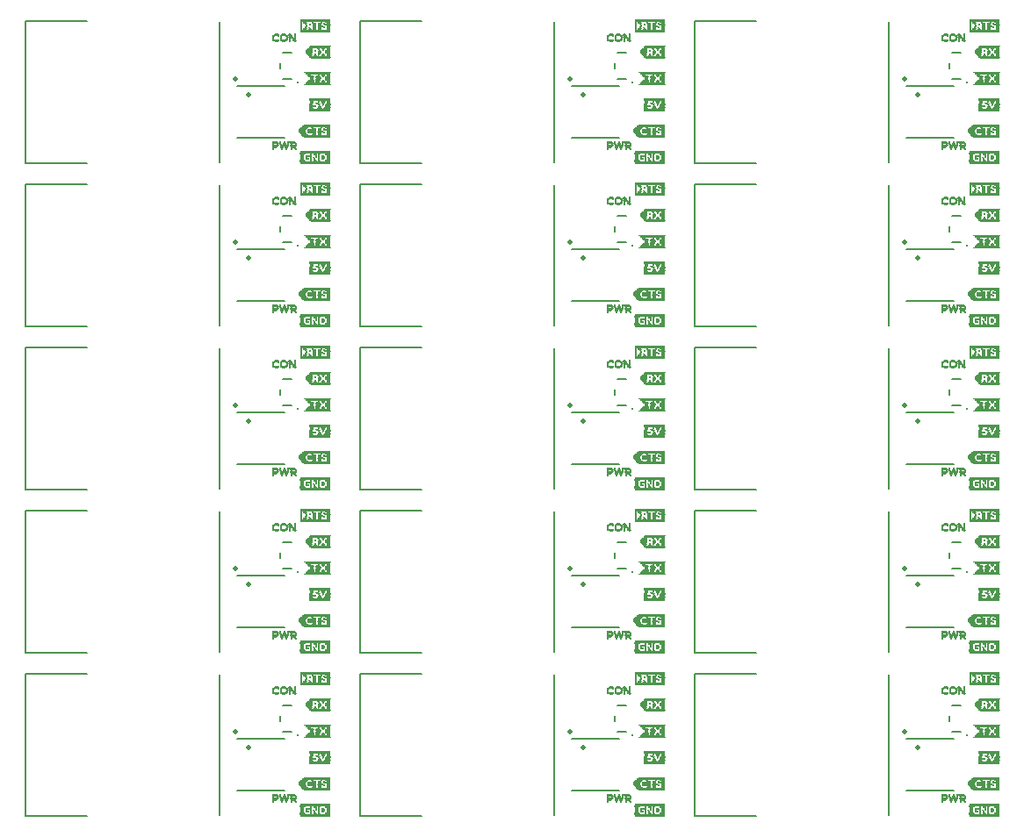
<source format=gto>
G75*
%MOIN*%
%OFA0B0*%
%FSLAX25Y25*%
%IPPOS*%
%LPD*%
%AMOC8*
5,1,8,0,0,1.08239X$1,22.5*
%
%ADD10C,0.00500*%
%ADD11C,0.00800*%
%ADD12C,0.01000*%
%ADD13C,0.00600*%
%ADD14C,0.02000*%
%ADD15R,0.01063X0.00118*%
%ADD16R,0.00236X0.00118*%
%ADD17R,0.00354X0.00118*%
%ADD18R,0.01772X0.00157*%
%ADD19R,0.00709X0.00157*%
%ADD20R,0.00472X0.00157*%
%ADD21R,0.02008X0.00118*%
%ADD22R,0.00827X0.00118*%
%ADD23R,0.00709X0.00118*%
%ADD24R,0.02126X0.00118*%
%ADD25R,0.02244X0.00118*%
%ADD26R,0.00945X0.00118*%
%ADD27R,0.02244X0.00157*%
%ADD28R,0.00827X0.00157*%
%ADD29R,0.00945X0.00157*%
%ADD30R,0.02362X0.00157*%
%ADD31R,0.02362X0.00118*%
%ADD32R,0.01181X0.00118*%
%ADD33R,0.01299X0.00157*%
%ADD34R,0.01417X0.00118*%
%ADD35R,0.01535X0.00118*%
%ADD36R,0.03307X0.00157*%
%ADD37R,0.02480X0.00157*%
%ADD38R,0.03307X0.00118*%
%ADD39R,0.02008X0.00157*%
%ADD40R,0.01417X0.00157*%
%ADD41R,0.01772X0.00118*%
%ADD42R,0.00472X0.00118*%
%ADD43R,0.00591X0.00118*%
%ADD44R,0.00118X0.00118*%
%ADD45R,0.00591X0.00157*%
%ADD46R,0.01063X0.00157*%
%ADD47R,0.02480X0.00118*%
%ADD48R,0.02598X0.00118*%
%ADD49R,0.01299X0.00118*%
%ADD50R,0.01654X0.00118*%
%ADD51R,0.01535X0.00157*%
%ADD52R,0.02598X0.00157*%
%ADD53R,0.01181X0.00157*%
%ADD54R,0.01654X0.00157*%
%ADD55R,0.07913X0.00118*%
%ADD56R,0.07913X0.00079*%
%ADD57R,0.07913X0.00157*%
%ADD58R,0.03898X0.00118*%
%ADD59R,0.01890X0.00157*%
%ADD60R,0.00354X0.00157*%
%ADD61R,0.01890X0.00118*%
%ADD62R,0.09921X0.00118*%
%ADD63R,0.10039X0.00118*%
%ADD64R,0.10276X0.00079*%
%ADD65R,0.10394X0.00157*%
%ADD66R,0.10512X0.00118*%
%ADD67R,0.10630X0.00118*%
%ADD68R,0.10748X0.00079*%
%ADD69R,0.02835X0.00118*%
%ADD70R,0.04961X0.00118*%
%ADD71R,0.02717X0.00118*%
%ADD72R,0.03071X0.00157*%
%ADD73R,0.02717X0.00157*%
%ADD74R,0.03189X0.00118*%
%ADD75R,0.03189X0.00157*%
%ADD76R,0.03071X0.00118*%
%ADD77R,0.10748X0.00118*%
%ADD78R,0.10394X0.00118*%
%ADD79R,0.10276X0.00118*%
%ADD80R,0.11457X0.00118*%
%ADD81R,0.11457X0.00079*%
%ADD82R,0.11457X0.00157*%
%ADD83R,0.08268X0.00118*%
%ADD84R,0.00118X0.00157*%
%ADD85R,0.00236X0.00157*%
%ADD86R,0.02126X0.00157*%
%ADD87R,0.07323X0.00118*%
%ADD88R,0.07441X0.00118*%
%ADD89R,0.07677X0.00079*%
%ADD90R,0.07795X0.00157*%
%ADD91R,0.08031X0.00118*%
%ADD92R,0.08150X0.00079*%
%ADD93R,0.04252X0.00118*%
%ADD94R,0.08150X0.00118*%
%ADD95R,0.07795X0.00118*%
%ADD96R,0.07677X0.00118*%
%ADD97R,0.11339X0.00118*%
%ADD98R,0.11220X0.00079*%
%ADD99R,0.11102X0.00157*%
%ADD100R,0.10984X0.00118*%
%ADD101R,0.10866X0.00118*%
%ADD102R,0.11102X0.00118*%
%ADD103R,0.11220X0.00118*%
%ADD104R,0.09803X0.00118*%
%ADD105R,0.09685X0.00118*%
%ADD106R,0.09567X0.00079*%
%ADD107R,0.09449X0.00157*%
%ADD108R,0.09331X0.00118*%
%ADD109R,0.09213X0.00118*%
%ADD110R,0.09094X0.00079*%
%ADD111R,0.09094X0.00118*%
%ADD112R,0.09449X0.00118*%
%ADD113R,0.09567X0.00118*%
D10*
X0134000Y0031875D02*
X0134000Y0035625D01*
X0134000Y0081875D02*
X0134000Y0085625D01*
X0134000Y0093875D02*
X0134000Y0097625D01*
X0134000Y0143875D02*
X0134000Y0147625D01*
X0134000Y0155875D02*
X0134000Y0159625D01*
X0134000Y0205875D02*
X0134000Y0209625D01*
X0134000Y0217875D02*
X0134000Y0221625D01*
X0134000Y0267875D02*
X0134000Y0271625D01*
X0134000Y0279875D02*
X0134000Y0283625D01*
X0134000Y0329875D02*
X0134000Y0333625D01*
X0261000Y0333625D02*
X0261000Y0329875D01*
X0261000Y0283625D02*
X0261000Y0279875D01*
X0261000Y0271625D02*
X0261000Y0267875D01*
X0261000Y0221625D02*
X0261000Y0217875D01*
X0261000Y0209625D02*
X0261000Y0205875D01*
X0261000Y0159625D02*
X0261000Y0155875D01*
X0261000Y0147625D02*
X0261000Y0143875D01*
X0261000Y0097625D02*
X0261000Y0093875D01*
X0261000Y0085625D02*
X0261000Y0081875D01*
X0261000Y0035625D02*
X0261000Y0031875D01*
X0388000Y0031875D02*
X0388000Y0035625D01*
X0388000Y0081875D02*
X0388000Y0085625D01*
X0388000Y0093875D02*
X0388000Y0097625D01*
X0388000Y0143875D02*
X0388000Y0147625D01*
X0388000Y0155875D02*
X0388000Y0159625D01*
X0388000Y0205875D02*
X0388000Y0209625D01*
X0388000Y0217875D02*
X0388000Y0221625D01*
X0388000Y0267875D02*
X0388000Y0271625D01*
X0388000Y0279875D02*
X0388000Y0283625D01*
X0388000Y0329875D02*
X0388000Y0333625D01*
D11*
X0029333Y0085825D02*
X0029333Y0031675D01*
X0052667Y0031675D01*
X0103167Y0032175D02*
X0103167Y0085325D01*
X0103167Y0094175D02*
X0103167Y0147325D01*
X0103167Y0156175D02*
X0103167Y0209325D01*
X0103167Y0218175D02*
X0103167Y0271325D01*
X0103167Y0280175D02*
X0103167Y0333325D01*
X0127059Y0321750D02*
X0130441Y0321750D01*
X0125959Y0317807D02*
X0125959Y0315693D01*
X0127059Y0311750D02*
X0130441Y0311750D01*
X0156333Y0333825D02*
X0156333Y0279675D01*
X0179667Y0279675D01*
X0179667Y0271825D02*
X0156333Y0271825D01*
X0156333Y0217675D01*
X0179667Y0217675D01*
X0179667Y0209825D02*
X0156333Y0209825D01*
X0156333Y0155675D01*
X0179667Y0155675D01*
X0179667Y0147825D02*
X0156333Y0147825D01*
X0156333Y0093675D01*
X0179667Y0093675D01*
X0179667Y0085825D02*
X0156333Y0085825D01*
X0156333Y0031675D01*
X0179667Y0031675D01*
X0230167Y0032175D02*
X0230167Y0085325D01*
X0230167Y0094175D02*
X0230167Y0147325D01*
X0230167Y0156175D02*
X0230167Y0209325D01*
X0230167Y0218175D02*
X0230167Y0271325D01*
X0230167Y0280175D02*
X0230167Y0333325D01*
X0254059Y0321750D02*
X0257441Y0321750D01*
X0252959Y0317807D02*
X0252959Y0315693D01*
X0254059Y0311750D02*
X0257441Y0311750D01*
X0283333Y0333825D02*
X0283333Y0279675D01*
X0306667Y0279675D01*
X0306667Y0271825D02*
X0283333Y0271825D01*
X0283333Y0217675D01*
X0306667Y0217675D01*
X0306667Y0209825D02*
X0283333Y0209825D01*
X0283333Y0155675D01*
X0306667Y0155675D01*
X0306667Y0147825D02*
X0283333Y0147825D01*
X0283333Y0093675D01*
X0306667Y0093675D01*
X0306667Y0085825D02*
X0283333Y0085825D01*
X0283333Y0031675D01*
X0306667Y0031675D01*
X0357167Y0032175D02*
X0357167Y0085325D01*
X0357167Y0094175D02*
X0357167Y0147325D01*
X0357167Y0156175D02*
X0357167Y0209325D01*
X0357167Y0218175D02*
X0357167Y0271325D01*
X0357167Y0280175D02*
X0357167Y0333325D01*
X0381059Y0321750D02*
X0384441Y0321750D01*
X0379959Y0317807D02*
X0379959Y0315693D01*
X0381059Y0311750D02*
X0384441Y0311750D01*
X0384441Y0259750D02*
X0381059Y0259750D01*
X0379959Y0255807D02*
X0379959Y0253693D01*
X0381059Y0249750D02*
X0384441Y0249750D01*
X0384441Y0197750D02*
X0381059Y0197750D01*
X0379959Y0193807D02*
X0379959Y0191693D01*
X0381059Y0187750D02*
X0384441Y0187750D01*
X0384441Y0135750D02*
X0381059Y0135750D01*
X0379959Y0131807D02*
X0379959Y0129693D01*
X0381059Y0125750D02*
X0384441Y0125750D01*
X0384441Y0073750D02*
X0381059Y0073750D01*
X0379959Y0069807D02*
X0379959Y0067693D01*
X0381059Y0063750D02*
X0384441Y0063750D01*
X0257441Y0063750D02*
X0254059Y0063750D01*
X0252959Y0067693D02*
X0252959Y0069807D01*
X0254059Y0073750D02*
X0257441Y0073750D01*
X0257441Y0125750D02*
X0254059Y0125750D01*
X0252959Y0129693D02*
X0252959Y0131807D01*
X0254059Y0135750D02*
X0257441Y0135750D01*
X0257441Y0187750D02*
X0254059Y0187750D01*
X0252959Y0191693D02*
X0252959Y0193807D01*
X0254059Y0197750D02*
X0257441Y0197750D01*
X0257441Y0249750D02*
X0254059Y0249750D01*
X0252959Y0253693D02*
X0252959Y0255807D01*
X0254059Y0259750D02*
X0257441Y0259750D01*
X0283333Y0333825D02*
X0306667Y0333825D01*
X0179667Y0333825D02*
X0156333Y0333825D01*
X0130441Y0259750D02*
X0127059Y0259750D01*
X0125959Y0255807D02*
X0125959Y0253693D01*
X0127059Y0249750D02*
X0130441Y0249750D01*
X0130441Y0197750D02*
X0127059Y0197750D01*
X0125959Y0193807D02*
X0125959Y0191693D01*
X0127059Y0187750D02*
X0130441Y0187750D01*
X0130441Y0135750D02*
X0127059Y0135750D01*
X0125959Y0131807D02*
X0125959Y0129693D01*
X0127059Y0125750D02*
X0130441Y0125750D01*
X0130441Y0073750D02*
X0127059Y0073750D01*
X0125959Y0069807D02*
X0125959Y0067693D01*
X0127059Y0063750D02*
X0130441Y0063750D01*
X0052667Y0085825D02*
X0029333Y0085825D01*
X0029333Y0093675D02*
X0029333Y0147825D01*
X0052667Y0147825D01*
X0052667Y0155675D02*
X0029333Y0155675D01*
X0029333Y0209825D01*
X0052667Y0209825D01*
X0052667Y0217675D02*
X0029333Y0217675D01*
X0029333Y0271825D01*
X0052667Y0271825D01*
X0052667Y0279675D02*
X0029333Y0279675D01*
X0029333Y0333825D01*
X0052667Y0333825D01*
X0052667Y0093675D02*
X0029333Y0093675D01*
D12*
X0132750Y0124450D03*
X0132750Y0062450D03*
X0259750Y0062450D03*
X0259750Y0124450D03*
X0259750Y0186450D03*
X0259750Y0248450D03*
X0259750Y0310450D03*
X0132750Y0310450D03*
X0132750Y0248450D03*
X0132750Y0186450D03*
X0386750Y0186450D03*
X0386750Y0124450D03*
X0386750Y0062450D03*
X0386750Y0248450D03*
X0386750Y0310450D03*
D13*
X0381737Y0309150D02*
X0363763Y0309150D01*
X0363763Y0289350D02*
X0381737Y0289350D01*
X0381737Y0247150D02*
X0363763Y0247150D01*
X0363763Y0227350D02*
X0381737Y0227350D01*
X0381737Y0185150D02*
X0363763Y0185150D01*
X0363763Y0165350D02*
X0381737Y0165350D01*
X0381737Y0123150D02*
X0363763Y0123150D01*
X0363763Y0103350D02*
X0381737Y0103350D01*
X0381737Y0061150D02*
X0363763Y0061150D01*
X0363763Y0041350D02*
X0381737Y0041350D01*
X0254737Y0041350D02*
X0236763Y0041350D01*
X0236763Y0061150D02*
X0254737Y0061150D01*
X0254737Y0103350D02*
X0236763Y0103350D01*
X0236763Y0123150D02*
X0254737Y0123150D01*
X0254737Y0165350D02*
X0236763Y0165350D01*
X0236763Y0185150D02*
X0254737Y0185150D01*
X0254737Y0227350D02*
X0236763Y0227350D01*
X0236763Y0247150D02*
X0254737Y0247150D01*
X0254737Y0289350D02*
X0236763Y0289350D01*
X0236763Y0309150D02*
X0254737Y0309150D01*
X0127737Y0309150D02*
X0109763Y0309150D01*
X0109763Y0289350D02*
X0127737Y0289350D01*
X0127737Y0247150D02*
X0109763Y0247150D01*
X0109763Y0227350D02*
X0127737Y0227350D01*
X0127737Y0185150D02*
X0109763Y0185150D01*
X0109763Y0165350D02*
X0127737Y0165350D01*
X0127737Y0123150D02*
X0109763Y0123150D01*
X0109763Y0103350D02*
X0127737Y0103350D01*
X0127737Y0061150D02*
X0109763Y0061150D01*
X0109763Y0041350D02*
X0127737Y0041350D01*
D14*
X0113950Y0057650D03*
X0108950Y0063750D03*
X0113950Y0119650D03*
X0108950Y0125750D03*
X0113950Y0181650D03*
X0108950Y0187750D03*
X0113950Y0243650D03*
X0108950Y0249750D03*
X0113950Y0305650D03*
X0108950Y0311750D03*
X0235950Y0311750D03*
X0240950Y0305650D03*
X0235950Y0249750D03*
X0240950Y0243650D03*
X0235950Y0187750D03*
X0240950Y0181650D03*
X0235950Y0125750D03*
X0240950Y0119650D03*
X0235950Y0063750D03*
X0240950Y0057650D03*
X0362950Y0063750D03*
X0367950Y0057650D03*
X0367950Y0119650D03*
X0362950Y0125750D03*
X0367950Y0181650D03*
X0362950Y0187750D03*
X0367950Y0243650D03*
X0362950Y0249750D03*
X0367950Y0305650D03*
X0362950Y0311750D03*
D15*
X0377616Y0326522D03*
X0380569Y0327978D03*
X0382341Y0327978D03*
X0383758Y0328333D03*
X0382222Y0326443D03*
X0385530Y0326089D03*
X0393096Y0330470D03*
X0393450Y0320195D03*
X0396264Y0312833D03*
X0396298Y0302360D03*
X0394999Y0301140D03*
X0394999Y0301022D03*
X0394527Y0301967D03*
X0391179Y0292360D03*
X0391179Y0291022D03*
X0384703Y0287805D03*
X0381514Y0287057D03*
X0377852Y0287805D03*
X0390318Y0281140D03*
X0393271Y0280470D03*
X0393389Y0282833D03*
X0393389Y0282951D03*
X0396342Y0282085D03*
X0396342Y0281415D03*
X0393096Y0268470D03*
X0385530Y0264089D03*
X0383758Y0266333D03*
X0382341Y0265978D03*
X0382222Y0264443D03*
X0380569Y0265978D03*
X0377616Y0264522D03*
X0393450Y0258195D03*
X0396264Y0250833D03*
X0396298Y0240360D03*
X0394999Y0239140D03*
X0394999Y0239022D03*
X0394527Y0239967D03*
X0391179Y0230360D03*
X0391179Y0229022D03*
X0384703Y0225805D03*
X0381514Y0225057D03*
X0377852Y0225805D03*
X0390318Y0219140D03*
X0393271Y0218470D03*
X0393389Y0220833D03*
X0393389Y0220951D03*
X0396342Y0220085D03*
X0396342Y0219415D03*
X0393096Y0206470D03*
X0385530Y0202089D03*
X0383758Y0204333D03*
X0382341Y0203978D03*
X0382222Y0202443D03*
X0380569Y0203978D03*
X0377616Y0202522D03*
X0393450Y0196195D03*
X0396264Y0188833D03*
X0396298Y0178360D03*
X0394999Y0177140D03*
X0394999Y0177022D03*
X0394527Y0177967D03*
X0391179Y0168360D03*
X0391179Y0167022D03*
X0384703Y0163805D03*
X0381514Y0163057D03*
X0377852Y0163805D03*
X0390318Y0157140D03*
X0393271Y0156470D03*
X0393389Y0158833D03*
X0393389Y0158951D03*
X0396342Y0158085D03*
X0396342Y0157415D03*
X0393096Y0144470D03*
X0385530Y0140089D03*
X0383758Y0142333D03*
X0382341Y0141978D03*
X0382222Y0140443D03*
X0380569Y0141978D03*
X0377616Y0140522D03*
X0393450Y0134195D03*
X0396264Y0126833D03*
X0396298Y0116360D03*
X0394999Y0115140D03*
X0394999Y0115022D03*
X0394527Y0115967D03*
X0391179Y0106360D03*
X0391179Y0105022D03*
X0384703Y0101805D03*
X0381514Y0101057D03*
X0377852Y0101805D03*
X0390318Y0095140D03*
X0393271Y0094470D03*
X0393389Y0096833D03*
X0393389Y0096951D03*
X0396342Y0096085D03*
X0396342Y0095415D03*
X0393096Y0082470D03*
X0385530Y0078089D03*
X0383758Y0080333D03*
X0382341Y0079978D03*
X0382222Y0078443D03*
X0380569Y0079978D03*
X0377616Y0078522D03*
X0393450Y0072195D03*
X0396264Y0064833D03*
X0396298Y0054360D03*
X0394999Y0053140D03*
X0394999Y0053022D03*
X0394527Y0053967D03*
X0391179Y0044360D03*
X0391179Y0043022D03*
X0384703Y0039805D03*
X0381514Y0039057D03*
X0377852Y0039805D03*
X0390318Y0033140D03*
X0393271Y0032470D03*
X0393389Y0034833D03*
X0393389Y0034951D03*
X0396342Y0034085D03*
X0396342Y0033415D03*
X0269342Y0033415D03*
X0269342Y0034085D03*
X0266389Y0034833D03*
X0266389Y0034951D03*
X0266271Y0032470D03*
X0263318Y0033140D03*
X0257703Y0039805D03*
X0254514Y0039057D03*
X0250852Y0039805D03*
X0264179Y0043022D03*
X0264179Y0044360D03*
X0267999Y0053022D03*
X0267999Y0053140D03*
X0267527Y0053967D03*
X0269298Y0054360D03*
X0269264Y0064833D03*
X0266450Y0072195D03*
X0258530Y0078089D03*
X0256758Y0080333D03*
X0255341Y0079978D03*
X0255222Y0078443D03*
X0253569Y0079978D03*
X0250616Y0078522D03*
X0266096Y0082470D03*
X0266271Y0094470D03*
X0266389Y0096833D03*
X0266389Y0096951D03*
X0269342Y0096085D03*
X0269342Y0095415D03*
X0263318Y0095140D03*
X0257703Y0101805D03*
X0254514Y0101057D03*
X0250852Y0101805D03*
X0264179Y0105022D03*
X0264179Y0106360D03*
X0267999Y0115022D03*
X0267999Y0115140D03*
X0267527Y0115967D03*
X0269298Y0116360D03*
X0269264Y0126833D03*
X0266450Y0134195D03*
X0258530Y0140089D03*
X0256758Y0142333D03*
X0255341Y0141978D03*
X0255222Y0140443D03*
X0253569Y0141978D03*
X0250616Y0140522D03*
X0266096Y0144470D03*
X0266271Y0156470D03*
X0266389Y0158833D03*
X0266389Y0158951D03*
X0269342Y0158085D03*
X0269342Y0157415D03*
X0263318Y0157140D03*
X0257703Y0163805D03*
X0254514Y0163057D03*
X0250852Y0163805D03*
X0264179Y0167022D03*
X0264179Y0168360D03*
X0267999Y0177022D03*
X0267999Y0177140D03*
X0267527Y0177967D03*
X0269298Y0178360D03*
X0269264Y0188833D03*
X0266450Y0196195D03*
X0258530Y0202089D03*
X0256758Y0204333D03*
X0255341Y0203978D03*
X0255222Y0202443D03*
X0253569Y0203978D03*
X0250616Y0202522D03*
X0266096Y0206470D03*
X0266271Y0218470D03*
X0266389Y0220833D03*
X0266389Y0220951D03*
X0269342Y0220085D03*
X0269342Y0219415D03*
X0263318Y0219140D03*
X0257703Y0225805D03*
X0254514Y0225057D03*
X0250852Y0225805D03*
X0264179Y0229022D03*
X0264179Y0230360D03*
X0267999Y0239022D03*
X0267999Y0239140D03*
X0267527Y0239967D03*
X0269298Y0240360D03*
X0269264Y0250833D03*
X0266450Y0258195D03*
X0258530Y0264089D03*
X0256758Y0266333D03*
X0255341Y0265978D03*
X0255222Y0264443D03*
X0253569Y0265978D03*
X0250616Y0264522D03*
X0266096Y0268470D03*
X0266271Y0280470D03*
X0266389Y0282833D03*
X0266389Y0282951D03*
X0269342Y0282085D03*
X0269342Y0281415D03*
X0263318Y0281140D03*
X0257703Y0287805D03*
X0254514Y0287057D03*
X0250852Y0287805D03*
X0264179Y0291022D03*
X0264179Y0292360D03*
X0267999Y0301022D03*
X0267999Y0301140D03*
X0267527Y0301967D03*
X0269298Y0302360D03*
X0269264Y0312833D03*
X0266450Y0320195D03*
X0258530Y0326089D03*
X0256758Y0328333D03*
X0255341Y0327978D03*
X0255222Y0326443D03*
X0253569Y0327978D03*
X0250616Y0326522D03*
X0266096Y0330470D03*
X0142264Y0312833D03*
X0139450Y0320195D03*
X0131530Y0326089D03*
X0129758Y0328333D03*
X0128341Y0327978D03*
X0128222Y0326443D03*
X0126569Y0327978D03*
X0123616Y0326522D03*
X0139096Y0330470D03*
X0142298Y0302360D03*
X0140999Y0301140D03*
X0140999Y0301022D03*
X0140527Y0301967D03*
X0137179Y0292360D03*
X0137179Y0291022D03*
X0130703Y0287805D03*
X0127514Y0287057D03*
X0123852Y0287805D03*
X0136318Y0281140D03*
X0139271Y0280470D03*
X0139389Y0282833D03*
X0139389Y0282951D03*
X0142342Y0282085D03*
X0142342Y0281415D03*
X0139096Y0268470D03*
X0131530Y0264089D03*
X0129758Y0266333D03*
X0128341Y0265978D03*
X0128222Y0264443D03*
X0126569Y0265978D03*
X0123616Y0264522D03*
X0139450Y0258195D03*
X0142264Y0250833D03*
X0142298Y0240360D03*
X0140999Y0239140D03*
X0140999Y0239022D03*
X0140527Y0239967D03*
X0137179Y0230360D03*
X0137179Y0229022D03*
X0130703Y0225805D03*
X0127514Y0225057D03*
X0123852Y0225805D03*
X0136318Y0219140D03*
X0139271Y0218470D03*
X0139389Y0220833D03*
X0139389Y0220951D03*
X0142342Y0220085D03*
X0142342Y0219415D03*
X0139096Y0206470D03*
X0131530Y0202089D03*
X0129758Y0204333D03*
X0128341Y0203978D03*
X0128222Y0202443D03*
X0126569Y0203978D03*
X0123616Y0202522D03*
X0139450Y0196195D03*
X0142264Y0188833D03*
X0142298Y0178360D03*
X0140999Y0177140D03*
X0140999Y0177022D03*
X0140527Y0177967D03*
X0137179Y0168360D03*
X0137179Y0167022D03*
X0130703Y0163805D03*
X0127514Y0163057D03*
X0123852Y0163805D03*
X0136318Y0157140D03*
X0139271Y0156470D03*
X0139389Y0158833D03*
X0139389Y0158951D03*
X0142342Y0158085D03*
X0142342Y0157415D03*
X0139096Y0144470D03*
X0131530Y0140089D03*
X0129758Y0142333D03*
X0128341Y0141978D03*
X0128222Y0140443D03*
X0126569Y0141978D03*
X0123616Y0140522D03*
X0139450Y0134195D03*
X0142264Y0126833D03*
X0142298Y0116360D03*
X0140999Y0115140D03*
X0140999Y0115022D03*
X0140527Y0115967D03*
X0137179Y0106360D03*
X0137179Y0105022D03*
X0130703Y0101805D03*
X0127514Y0101057D03*
X0123852Y0101805D03*
X0136318Y0095140D03*
X0139271Y0094470D03*
X0139389Y0096833D03*
X0139389Y0096951D03*
X0142342Y0096085D03*
X0142342Y0095415D03*
X0139096Y0082470D03*
X0131530Y0078089D03*
X0129758Y0080333D03*
X0128341Y0079978D03*
X0128222Y0078443D03*
X0126569Y0079978D03*
X0123616Y0078522D03*
X0139450Y0072195D03*
X0142264Y0064833D03*
X0142298Y0054360D03*
X0140999Y0053140D03*
X0140999Y0053022D03*
X0140527Y0053967D03*
X0137179Y0044360D03*
X0137179Y0043022D03*
X0130703Y0039805D03*
X0127514Y0039057D03*
X0123852Y0039805D03*
X0136318Y0033140D03*
X0139271Y0032470D03*
X0139389Y0034833D03*
X0139389Y0034951D03*
X0142342Y0034085D03*
X0142342Y0033415D03*
D16*
X0138857Y0033533D03*
X0138857Y0033612D03*
X0138301Y0044833D03*
X0138301Y0044951D03*
X0141490Y0044833D03*
X0142239Y0053415D03*
X0142239Y0053533D03*
X0126037Y0039805D03*
X0142344Y0073022D03*
X0142344Y0074360D03*
X0141636Y0084951D03*
X0138447Y0084833D03*
X0138329Y0084951D03*
X0138857Y0095533D03*
X0138857Y0095612D03*
X0138301Y0106833D03*
X0138301Y0106951D03*
X0141490Y0106833D03*
X0142239Y0115415D03*
X0142239Y0115533D03*
X0126037Y0101805D03*
X0124620Y0077577D03*
X0142344Y0135022D03*
X0142344Y0136360D03*
X0141636Y0146951D03*
X0138447Y0146833D03*
X0138329Y0146951D03*
X0138857Y0157533D03*
X0138857Y0157612D03*
X0138301Y0168833D03*
X0138301Y0168951D03*
X0141490Y0168833D03*
X0142239Y0177415D03*
X0142239Y0177533D03*
X0126037Y0163805D03*
X0124620Y0139577D03*
X0142344Y0197022D03*
X0142344Y0198360D03*
X0141636Y0208951D03*
X0138447Y0208833D03*
X0138329Y0208951D03*
X0138857Y0219533D03*
X0138857Y0219612D03*
X0138301Y0230833D03*
X0138301Y0230951D03*
X0141490Y0230833D03*
X0142239Y0239415D03*
X0142239Y0239533D03*
X0142344Y0259022D03*
X0142344Y0260360D03*
X0141636Y0270951D03*
X0138447Y0270833D03*
X0138329Y0270951D03*
X0138857Y0281533D03*
X0138857Y0281612D03*
X0138301Y0292833D03*
X0138301Y0292951D03*
X0141490Y0292833D03*
X0142239Y0301415D03*
X0142239Y0301533D03*
X0126037Y0287805D03*
X0124620Y0263577D03*
X0126037Y0225805D03*
X0124620Y0201577D03*
X0251620Y0201577D03*
X0265329Y0208951D03*
X0265447Y0208833D03*
X0268636Y0208951D03*
X0269344Y0198360D03*
X0269344Y0197022D03*
X0269239Y0177533D03*
X0269239Y0177415D03*
X0268490Y0168833D03*
X0265301Y0168833D03*
X0265301Y0168951D03*
X0253037Y0163805D03*
X0265857Y0157612D03*
X0265857Y0157533D03*
X0265329Y0146951D03*
X0265447Y0146833D03*
X0268636Y0146951D03*
X0269344Y0136360D03*
X0269344Y0135022D03*
X0251620Y0139577D03*
X0269239Y0115533D03*
X0269239Y0115415D03*
X0268490Y0106833D03*
X0265301Y0106833D03*
X0265301Y0106951D03*
X0253037Y0101805D03*
X0265857Y0095612D03*
X0265857Y0095533D03*
X0265329Y0084951D03*
X0265447Y0084833D03*
X0268636Y0084951D03*
X0269344Y0074360D03*
X0269344Y0073022D03*
X0251620Y0077577D03*
X0269239Y0053533D03*
X0269239Y0053415D03*
X0268490Y0044833D03*
X0265301Y0044833D03*
X0265301Y0044951D03*
X0253037Y0039805D03*
X0265857Y0033612D03*
X0265857Y0033533D03*
X0380037Y0039805D03*
X0392301Y0044833D03*
X0392301Y0044951D03*
X0395490Y0044833D03*
X0396239Y0053415D03*
X0396239Y0053533D03*
X0396344Y0073022D03*
X0396344Y0074360D03*
X0395636Y0084951D03*
X0392447Y0084833D03*
X0392329Y0084951D03*
X0378620Y0077577D03*
X0392857Y0095533D03*
X0392857Y0095612D03*
X0380037Y0101805D03*
X0392301Y0106833D03*
X0392301Y0106951D03*
X0395490Y0106833D03*
X0396239Y0115415D03*
X0396239Y0115533D03*
X0396344Y0135022D03*
X0396344Y0136360D03*
X0395636Y0146951D03*
X0392447Y0146833D03*
X0392329Y0146951D03*
X0392857Y0157533D03*
X0392857Y0157612D03*
X0380037Y0163805D03*
X0392301Y0168833D03*
X0392301Y0168951D03*
X0395490Y0168833D03*
X0396239Y0177415D03*
X0396239Y0177533D03*
X0396344Y0197022D03*
X0396344Y0198360D03*
X0395636Y0208951D03*
X0392447Y0208833D03*
X0392329Y0208951D03*
X0378620Y0201577D03*
X0392857Y0219533D03*
X0392857Y0219612D03*
X0392301Y0230833D03*
X0392301Y0230951D03*
X0395490Y0230833D03*
X0396239Y0239415D03*
X0396239Y0239533D03*
X0396344Y0259022D03*
X0396344Y0260360D03*
X0395636Y0270951D03*
X0392447Y0270833D03*
X0392329Y0270951D03*
X0378620Y0263577D03*
X0392857Y0281533D03*
X0392857Y0281612D03*
X0380037Y0287805D03*
X0392301Y0292833D03*
X0392301Y0292951D03*
X0395490Y0292833D03*
X0396239Y0301415D03*
X0396239Y0301533D03*
X0396344Y0321022D03*
X0396344Y0322360D03*
X0395636Y0332951D03*
X0392447Y0332833D03*
X0392329Y0332951D03*
X0378620Y0325577D03*
X0269344Y0322360D03*
X0269344Y0321022D03*
X0268636Y0332951D03*
X0265447Y0332833D03*
X0265329Y0332951D03*
X0251620Y0325577D03*
X0269239Y0301533D03*
X0269239Y0301415D03*
X0268490Y0292833D03*
X0265301Y0292833D03*
X0265301Y0292951D03*
X0253037Y0287805D03*
X0265857Y0281612D03*
X0265857Y0281533D03*
X0265329Y0270951D03*
X0265447Y0270833D03*
X0268636Y0270951D03*
X0269344Y0260360D03*
X0269344Y0259022D03*
X0251620Y0263577D03*
X0269239Y0239533D03*
X0269239Y0239415D03*
X0268490Y0230833D03*
X0265301Y0230833D03*
X0265301Y0230951D03*
X0265857Y0219612D03*
X0265857Y0219533D03*
X0253037Y0225805D03*
X0142344Y0321022D03*
X0142344Y0322360D03*
X0141636Y0332951D03*
X0138447Y0332833D03*
X0138329Y0332951D03*
X0124620Y0325577D03*
X0380037Y0225805D03*
X0378620Y0139577D03*
X0392857Y0033612D03*
X0392857Y0033533D03*
D17*
X0392916Y0033415D03*
X0393743Y0033888D03*
X0393743Y0033967D03*
X0394806Y0033967D03*
X0394806Y0033888D03*
X0394806Y0034085D03*
X0394806Y0034360D03*
X0394806Y0034478D03*
X0394806Y0034557D03*
X0394806Y0034833D03*
X0394806Y0034951D03*
X0394806Y0035030D03*
X0394806Y0033612D03*
X0394806Y0033533D03*
X0394806Y0033415D03*
X0394806Y0033140D03*
X0394806Y0033022D03*
X0394806Y0032943D03*
X0394806Y0032667D03*
X0394806Y0032589D03*
X0394806Y0032470D03*
X0391735Y0032589D03*
X0391735Y0032667D03*
X0391735Y0032943D03*
X0391735Y0033022D03*
X0391735Y0033140D03*
X0391735Y0033415D03*
X0391735Y0033533D03*
X0391735Y0033612D03*
X0391735Y0033888D03*
X0383167Y0039805D03*
X0392242Y0045030D03*
X0395549Y0044951D03*
X0396612Y0044557D03*
X0394527Y0054833D03*
X0394527Y0054951D03*
X0394527Y0055030D03*
X0396264Y0063022D03*
X0396264Y0064478D03*
X0394749Y0072667D03*
X0394631Y0074833D03*
X0396284Y0074478D03*
X0395577Y0084833D03*
X0395695Y0085030D03*
X0394806Y0094470D03*
X0394806Y0094589D03*
X0394806Y0094667D03*
X0394806Y0094943D03*
X0394806Y0095022D03*
X0394806Y0095140D03*
X0394806Y0095415D03*
X0394806Y0095533D03*
X0394806Y0095612D03*
X0394806Y0095888D03*
X0394806Y0095967D03*
X0394806Y0096085D03*
X0394806Y0096360D03*
X0394806Y0096478D03*
X0394806Y0096557D03*
X0394806Y0096833D03*
X0394806Y0096951D03*
X0394806Y0097030D03*
X0393743Y0095967D03*
X0393743Y0095888D03*
X0392916Y0095415D03*
X0391735Y0095415D03*
X0391735Y0095533D03*
X0391735Y0095612D03*
X0391735Y0095888D03*
X0391735Y0095140D03*
X0391735Y0095022D03*
X0391735Y0094943D03*
X0391735Y0094667D03*
X0391735Y0094589D03*
X0383167Y0101805D03*
X0392242Y0107030D03*
X0395549Y0106951D03*
X0396612Y0106557D03*
X0394527Y0116833D03*
X0394527Y0116951D03*
X0394527Y0117030D03*
X0396264Y0125022D03*
X0396264Y0126478D03*
X0394749Y0134667D03*
X0394631Y0136833D03*
X0396284Y0136478D03*
X0395577Y0146833D03*
X0395695Y0147030D03*
X0394806Y0156470D03*
X0394806Y0156589D03*
X0394806Y0156667D03*
X0394806Y0156943D03*
X0394806Y0157022D03*
X0394806Y0157140D03*
X0394806Y0157415D03*
X0394806Y0157533D03*
X0394806Y0157612D03*
X0394806Y0157888D03*
X0394806Y0157967D03*
X0394806Y0158085D03*
X0394806Y0158360D03*
X0394806Y0158478D03*
X0394806Y0158557D03*
X0394806Y0158833D03*
X0394806Y0158951D03*
X0394806Y0159030D03*
X0393743Y0157967D03*
X0393743Y0157888D03*
X0392916Y0157415D03*
X0391735Y0157415D03*
X0391735Y0157533D03*
X0391735Y0157612D03*
X0391735Y0157888D03*
X0391735Y0157140D03*
X0391735Y0157022D03*
X0391735Y0156943D03*
X0391735Y0156667D03*
X0391735Y0156589D03*
X0383167Y0163805D03*
X0392242Y0169030D03*
X0395549Y0168951D03*
X0396612Y0168557D03*
X0394527Y0178833D03*
X0394527Y0178951D03*
X0394527Y0179030D03*
X0396264Y0187022D03*
X0396264Y0188478D03*
X0394749Y0196667D03*
X0394631Y0198833D03*
X0396284Y0198478D03*
X0395577Y0208833D03*
X0395695Y0209030D03*
X0394806Y0218470D03*
X0394806Y0218589D03*
X0394806Y0218667D03*
X0394806Y0218943D03*
X0394806Y0219022D03*
X0394806Y0219140D03*
X0394806Y0219415D03*
X0394806Y0219533D03*
X0394806Y0219612D03*
X0394806Y0219888D03*
X0394806Y0219967D03*
X0394806Y0220085D03*
X0394806Y0220360D03*
X0394806Y0220478D03*
X0394806Y0220557D03*
X0394806Y0220833D03*
X0394806Y0220951D03*
X0394806Y0221030D03*
X0393743Y0219967D03*
X0393743Y0219888D03*
X0392916Y0219415D03*
X0391735Y0219415D03*
X0391735Y0219533D03*
X0391735Y0219612D03*
X0391735Y0219888D03*
X0391735Y0219140D03*
X0391735Y0219022D03*
X0391735Y0218943D03*
X0391735Y0218667D03*
X0391735Y0218589D03*
X0383167Y0225805D03*
X0392242Y0231030D03*
X0395549Y0230951D03*
X0396612Y0230557D03*
X0394527Y0240833D03*
X0394527Y0240951D03*
X0394527Y0241030D03*
X0396264Y0249022D03*
X0396264Y0250478D03*
X0394749Y0258667D03*
X0394631Y0260833D03*
X0396284Y0260478D03*
X0395577Y0270833D03*
X0395695Y0271030D03*
X0394806Y0280470D03*
X0394806Y0280589D03*
X0394806Y0280667D03*
X0394806Y0280943D03*
X0394806Y0281022D03*
X0394806Y0281140D03*
X0394806Y0281415D03*
X0394806Y0281533D03*
X0394806Y0281612D03*
X0394806Y0281888D03*
X0394806Y0281967D03*
X0394806Y0282085D03*
X0394806Y0282360D03*
X0394806Y0282478D03*
X0394806Y0282557D03*
X0394806Y0282833D03*
X0394806Y0282951D03*
X0394806Y0283030D03*
X0393743Y0281967D03*
X0393743Y0281888D03*
X0392916Y0281415D03*
X0391735Y0281415D03*
X0391735Y0281533D03*
X0391735Y0281612D03*
X0391735Y0281888D03*
X0391735Y0281140D03*
X0391735Y0281022D03*
X0391735Y0280943D03*
X0391735Y0280667D03*
X0391735Y0280589D03*
X0383167Y0287805D03*
X0392242Y0293030D03*
X0395549Y0292951D03*
X0396612Y0292557D03*
X0394527Y0302833D03*
X0394527Y0302951D03*
X0394527Y0303030D03*
X0396264Y0311022D03*
X0396264Y0312478D03*
X0394749Y0320667D03*
X0394631Y0322833D03*
X0396284Y0322478D03*
X0395577Y0332833D03*
X0395695Y0333030D03*
X0381396Y0325577D03*
X0379270Y0326522D03*
X0379270Y0327860D03*
X0379270Y0265860D03*
X0379270Y0264522D03*
X0381396Y0263577D03*
X0379270Y0203860D03*
X0379270Y0202522D03*
X0381396Y0201577D03*
X0379270Y0141860D03*
X0379270Y0140522D03*
X0381396Y0139577D03*
X0379270Y0079860D03*
X0379270Y0078522D03*
X0381396Y0077577D03*
X0269284Y0074478D03*
X0267631Y0074833D03*
X0267749Y0072667D03*
X0269264Y0064478D03*
X0269264Y0063022D03*
X0267527Y0055030D03*
X0267527Y0054951D03*
X0267527Y0054833D03*
X0268549Y0044951D03*
X0269612Y0044557D03*
X0265242Y0045030D03*
X0256167Y0039805D03*
X0264735Y0033888D03*
X0264735Y0033612D03*
X0264735Y0033533D03*
X0264735Y0033415D03*
X0264735Y0033140D03*
X0264735Y0033022D03*
X0264735Y0032943D03*
X0264735Y0032667D03*
X0264735Y0032589D03*
X0265916Y0033415D03*
X0266743Y0033888D03*
X0266743Y0033967D03*
X0267806Y0033967D03*
X0267806Y0033888D03*
X0267806Y0034085D03*
X0267806Y0034360D03*
X0267806Y0034478D03*
X0267806Y0034557D03*
X0267806Y0034833D03*
X0267806Y0034951D03*
X0267806Y0035030D03*
X0267806Y0033612D03*
X0267806Y0033533D03*
X0267806Y0033415D03*
X0267806Y0033140D03*
X0267806Y0033022D03*
X0267806Y0032943D03*
X0267806Y0032667D03*
X0267806Y0032589D03*
X0267806Y0032470D03*
X0254396Y0077577D03*
X0252270Y0078522D03*
X0252270Y0079860D03*
X0268577Y0084833D03*
X0268695Y0085030D03*
X0267806Y0094470D03*
X0267806Y0094589D03*
X0267806Y0094667D03*
X0267806Y0094943D03*
X0267806Y0095022D03*
X0267806Y0095140D03*
X0267806Y0095415D03*
X0267806Y0095533D03*
X0267806Y0095612D03*
X0267806Y0095888D03*
X0267806Y0095967D03*
X0267806Y0096085D03*
X0267806Y0096360D03*
X0267806Y0096478D03*
X0267806Y0096557D03*
X0267806Y0096833D03*
X0267806Y0096951D03*
X0267806Y0097030D03*
X0266743Y0095967D03*
X0266743Y0095888D03*
X0265916Y0095415D03*
X0264735Y0095415D03*
X0264735Y0095533D03*
X0264735Y0095612D03*
X0264735Y0095888D03*
X0264735Y0095140D03*
X0264735Y0095022D03*
X0264735Y0094943D03*
X0264735Y0094667D03*
X0264735Y0094589D03*
X0256167Y0101805D03*
X0265242Y0107030D03*
X0268549Y0106951D03*
X0269612Y0106557D03*
X0267527Y0116833D03*
X0267527Y0116951D03*
X0267527Y0117030D03*
X0269264Y0125022D03*
X0269264Y0126478D03*
X0267749Y0134667D03*
X0267631Y0136833D03*
X0269284Y0136478D03*
X0268577Y0146833D03*
X0268695Y0147030D03*
X0267806Y0156470D03*
X0267806Y0156589D03*
X0267806Y0156667D03*
X0267806Y0156943D03*
X0267806Y0157022D03*
X0267806Y0157140D03*
X0267806Y0157415D03*
X0267806Y0157533D03*
X0267806Y0157612D03*
X0267806Y0157888D03*
X0267806Y0157967D03*
X0267806Y0158085D03*
X0267806Y0158360D03*
X0267806Y0158478D03*
X0267806Y0158557D03*
X0267806Y0158833D03*
X0267806Y0158951D03*
X0267806Y0159030D03*
X0266743Y0157967D03*
X0266743Y0157888D03*
X0265916Y0157415D03*
X0264735Y0157415D03*
X0264735Y0157533D03*
X0264735Y0157612D03*
X0264735Y0157888D03*
X0264735Y0157140D03*
X0264735Y0157022D03*
X0264735Y0156943D03*
X0264735Y0156667D03*
X0264735Y0156589D03*
X0256167Y0163805D03*
X0265242Y0169030D03*
X0268549Y0168951D03*
X0269612Y0168557D03*
X0267527Y0178833D03*
X0267527Y0178951D03*
X0267527Y0179030D03*
X0269264Y0187022D03*
X0269264Y0188478D03*
X0267749Y0196667D03*
X0267631Y0198833D03*
X0269284Y0198478D03*
X0268577Y0208833D03*
X0268695Y0209030D03*
X0267806Y0218470D03*
X0267806Y0218589D03*
X0267806Y0218667D03*
X0267806Y0218943D03*
X0267806Y0219022D03*
X0267806Y0219140D03*
X0267806Y0219415D03*
X0267806Y0219533D03*
X0267806Y0219612D03*
X0267806Y0219888D03*
X0267806Y0219967D03*
X0267806Y0220085D03*
X0267806Y0220360D03*
X0267806Y0220478D03*
X0267806Y0220557D03*
X0267806Y0220833D03*
X0267806Y0220951D03*
X0267806Y0221030D03*
X0266743Y0219967D03*
X0266743Y0219888D03*
X0265916Y0219415D03*
X0264735Y0219415D03*
X0264735Y0219533D03*
X0264735Y0219612D03*
X0264735Y0219888D03*
X0264735Y0219140D03*
X0264735Y0219022D03*
X0264735Y0218943D03*
X0264735Y0218667D03*
X0264735Y0218589D03*
X0256167Y0225805D03*
X0265242Y0231030D03*
X0268549Y0230951D03*
X0269612Y0230557D03*
X0267527Y0240833D03*
X0267527Y0240951D03*
X0267527Y0241030D03*
X0269264Y0249022D03*
X0269264Y0250478D03*
X0267749Y0258667D03*
X0267631Y0260833D03*
X0269284Y0260478D03*
X0268577Y0270833D03*
X0268695Y0271030D03*
X0267806Y0280470D03*
X0267806Y0280589D03*
X0267806Y0280667D03*
X0267806Y0280943D03*
X0267806Y0281022D03*
X0267806Y0281140D03*
X0267806Y0281415D03*
X0267806Y0281533D03*
X0267806Y0281612D03*
X0267806Y0281888D03*
X0267806Y0281967D03*
X0267806Y0282085D03*
X0267806Y0282360D03*
X0267806Y0282478D03*
X0267806Y0282557D03*
X0267806Y0282833D03*
X0267806Y0282951D03*
X0267806Y0283030D03*
X0266743Y0281967D03*
X0266743Y0281888D03*
X0265916Y0281415D03*
X0264735Y0281415D03*
X0264735Y0281533D03*
X0264735Y0281612D03*
X0264735Y0281888D03*
X0264735Y0281140D03*
X0264735Y0281022D03*
X0264735Y0280943D03*
X0264735Y0280667D03*
X0264735Y0280589D03*
X0256167Y0287805D03*
X0265242Y0293030D03*
X0268549Y0292951D03*
X0269612Y0292557D03*
X0267527Y0302833D03*
X0267527Y0302951D03*
X0267527Y0303030D03*
X0269264Y0311022D03*
X0269264Y0312478D03*
X0267749Y0320667D03*
X0267631Y0322833D03*
X0269284Y0322478D03*
X0268577Y0332833D03*
X0268695Y0333030D03*
X0254396Y0325577D03*
X0252270Y0326522D03*
X0252270Y0327860D03*
X0252270Y0265860D03*
X0252270Y0264522D03*
X0254396Y0263577D03*
X0252270Y0203860D03*
X0252270Y0202522D03*
X0254396Y0201577D03*
X0252270Y0141860D03*
X0252270Y0140522D03*
X0254396Y0139577D03*
X0142284Y0136478D03*
X0140631Y0136833D03*
X0140749Y0134667D03*
X0142264Y0126478D03*
X0142264Y0125022D03*
X0140527Y0117030D03*
X0140527Y0116951D03*
X0140527Y0116833D03*
X0141549Y0106951D03*
X0142612Y0106557D03*
X0138242Y0107030D03*
X0129167Y0101805D03*
X0137735Y0095888D03*
X0137735Y0095612D03*
X0137735Y0095533D03*
X0137735Y0095415D03*
X0137735Y0095140D03*
X0137735Y0095022D03*
X0137735Y0094943D03*
X0137735Y0094667D03*
X0137735Y0094589D03*
X0138916Y0095415D03*
X0139743Y0095888D03*
X0139743Y0095967D03*
X0140806Y0095967D03*
X0140806Y0095888D03*
X0140806Y0096085D03*
X0140806Y0096360D03*
X0140806Y0096478D03*
X0140806Y0096557D03*
X0140806Y0096833D03*
X0140806Y0096951D03*
X0140806Y0097030D03*
X0140806Y0095612D03*
X0140806Y0095533D03*
X0140806Y0095415D03*
X0140806Y0095140D03*
X0140806Y0095022D03*
X0140806Y0094943D03*
X0140806Y0094667D03*
X0140806Y0094589D03*
X0140806Y0094470D03*
X0141695Y0085030D03*
X0141577Y0084833D03*
X0140631Y0074833D03*
X0142284Y0074478D03*
X0140749Y0072667D03*
X0142264Y0064478D03*
X0142264Y0063022D03*
X0140527Y0055030D03*
X0140527Y0054951D03*
X0140527Y0054833D03*
X0141549Y0044951D03*
X0142612Y0044557D03*
X0138242Y0045030D03*
X0129167Y0039805D03*
X0137735Y0033888D03*
X0137735Y0033612D03*
X0137735Y0033533D03*
X0137735Y0033415D03*
X0137735Y0033140D03*
X0137735Y0033022D03*
X0137735Y0032943D03*
X0137735Y0032667D03*
X0137735Y0032589D03*
X0138916Y0033415D03*
X0139743Y0033888D03*
X0139743Y0033967D03*
X0140806Y0033967D03*
X0140806Y0033888D03*
X0140806Y0034085D03*
X0140806Y0034360D03*
X0140806Y0034478D03*
X0140806Y0034557D03*
X0140806Y0034833D03*
X0140806Y0034951D03*
X0140806Y0035030D03*
X0140806Y0033612D03*
X0140806Y0033533D03*
X0140806Y0033415D03*
X0140806Y0033140D03*
X0140806Y0033022D03*
X0140806Y0032943D03*
X0140806Y0032667D03*
X0140806Y0032589D03*
X0140806Y0032470D03*
X0127396Y0077577D03*
X0125270Y0078522D03*
X0125270Y0079860D03*
X0127396Y0139577D03*
X0125270Y0140522D03*
X0125270Y0141860D03*
X0141577Y0146833D03*
X0141695Y0147030D03*
X0140806Y0156470D03*
X0140806Y0156589D03*
X0140806Y0156667D03*
X0140806Y0156943D03*
X0140806Y0157022D03*
X0140806Y0157140D03*
X0140806Y0157415D03*
X0140806Y0157533D03*
X0140806Y0157612D03*
X0140806Y0157888D03*
X0140806Y0157967D03*
X0140806Y0158085D03*
X0140806Y0158360D03*
X0140806Y0158478D03*
X0140806Y0158557D03*
X0140806Y0158833D03*
X0140806Y0158951D03*
X0140806Y0159030D03*
X0139743Y0157967D03*
X0139743Y0157888D03*
X0138916Y0157415D03*
X0137735Y0157415D03*
X0137735Y0157533D03*
X0137735Y0157612D03*
X0137735Y0157888D03*
X0137735Y0157140D03*
X0137735Y0157022D03*
X0137735Y0156943D03*
X0137735Y0156667D03*
X0137735Y0156589D03*
X0129167Y0163805D03*
X0138242Y0169030D03*
X0141549Y0168951D03*
X0142612Y0168557D03*
X0140527Y0178833D03*
X0140527Y0178951D03*
X0140527Y0179030D03*
X0142264Y0187022D03*
X0142264Y0188478D03*
X0140749Y0196667D03*
X0140631Y0198833D03*
X0142284Y0198478D03*
X0141577Y0208833D03*
X0141695Y0209030D03*
X0140806Y0218470D03*
X0140806Y0218589D03*
X0140806Y0218667D03*
X0140806Y0218943D03*
X0140806Y0219022D03*
X0140806Y0219140D03*
X0140806Y0219415D03*
X0140806Y0219533D03*
X0140806Y0219612D03*
X0140806Y0219888D03*
X0140806Y0219967D03*
X0140806Y0220085D03*
X0140806Y0220360D03*
X0140806Y0220478D03*
X0140806Y0220557D03*
X0140806Y0220833D03*
X0140806Y0220951D03*
X0140806Y0221030D03*
X0139743Y0219967D03*
X0139743Y0219888D03*
X0138916Y0219415D03*
X0137735Y0219415D03*
X0137735Y0219533D03*
X0137735Y0219612D03*
X0137735Y0219888D03*
X0137735Y0219140D03*
X0137735Y0219022D03*
X0137735Y0218943D03*
X0137735Y0218667D03*
X0137735Y0218589D03*
X0129167Y0225805D03*
X0138242Y0231030D03*
X0141549Y0230951D03*
X0142612Y0230557D03*
X0140527Y0240833D03*
X0140527Y0240951D03*
X0140527Y0241030D03*
X0142264Y0249022D03*
X0142264Y0250478D03*
X0140749Y0258667D03*
X0140631Y0260833D03*
X0142284Y0260478D03*
X0141577Y0270833D03*
X0141695Y0271030D03*
X0140806Y0280470D03*
X0140806Y0280589D03*
X0140806Y0280667D03*
X0140806Y0280943D03*
X0140806Y0281022D03*
X0140806Y0281140D03*
X0140806Y0281415D03*
X0140806Y0281533D03*
X0140806Y0281612D03*
X0140806Y0281888D03*
X0140806Y0281967D03*
X0140806Y0282085D03*
X0140806Y0282360D03*
X0140806Y0282478D03*
X0140806Y0282557D03*
X0140806Y0282833D03*
X0140806Y0282951D03*
X0140806Y0283030D03*
X0139743Y0281967D03*
X0139743Y0281888D03*
X0138916Y0281415D03*
X0137735Y0281415D03*
X0137735Y0281533D03*
X0137735Y0281612D03*
X0137735Y0281888D03*
X0137735Y0281140D03*
X0137735Y0281022D03*
X0137735Y0280943D03*
X0137735Y0280667D03*
X0137735Y0280589D03*
X0129167Y0287805D03*
X0138242Y0293030D03*
X0141549Y0292951D03*
X0142612Y0292557D03*
X0140527Y0302833D03*
X0140527Y0302951D03*
X0140527Y0303030D03*
X0142264Y0311022D03*
X0142264Y0312478D03*
X0140749Y0320667D03*
X0140631Y0322833D03*
X0142284Y0322478D03*
X0141577Y0332833D03*
X0141695Y0333030D03*
X0127396Y0325577D03*
X0125270Y0326522D03*
X0125270Y0327860D03*
X0125270Y0265860D03*
X0125270Y0264522D03*
X0127396Y0263577D03*
X0125270Y0203860D03*
X0125270Y0202522D03*
X0127396Y0201577D03*
D18*
X0144174Y0198222D03*
X0144174Y0197278D03*
X0144154Y0188222D03*
X0144188Y0177750D03*
X0140999Y0176333D03*
X0144148Y0169167D03*
X0130821Y0163667D03*
X0123970Y0163667D03*
X0144175Y0147167D03*
X0144174Y0136222D03*
X0144174Y0135278D03*
X0144154Y0126222D03*
X0144188Y0115750D03*
X0140999Y0114333D03*
X0144148Y0107167D03*
X0130821Y0101667D03*
X0123970Y0101667D03*
X0144175Y0085167D03*
X0144174Y0074222D03*
X0144174Y0073278D03*
X0144154Y0064222D03*
X0144188Y0053750D03*
X0140999Y0052333D03*
X0144148Y0045167D03*
X0130821Y0039667D03*
X0123970Y0039667D03*
X0250970Y0039667D03*
X0257821Y0039667D03*
X0271148Y0045167D03*
X0267999Y0052333D03*
X0271188Y0053750D03*
X0271154Y0064222D03*
X0271174Y0073278D03*
X0271174Y0074222D03*
X0271175Y0085167D03*
X0257821Y0101667D03*
X0250970Y0101667D03*
X0267999Y0114333D03*
X0271188Y0115750D03*
X0271148Y0107167D03*
X0271154Y0126222D03*
X0271174Y0135278D03*
X0271174Y0136222D03*
X0271175Y0147167D03*
X0257821Y0163667D03*
X0250970Y0163667D03*
X0267999Y0176333D03*
X0271188Y0177750D03*
X0271148Y0169167D03*
X0271154Y0188222D03*
X0271174Y0197278D03*
X0271174Y0198222D03*
X0271175Y0209167D03*
X0257821Y0225667D03*
X0250970Y0225667D03*
X0267999Y0238333D03*
X0271188Y0239750D03*
X0271148Y0231167D03*
X0271154Y0250222D03*
X0271174Y0259278D03*
X0271174Y0260222D03*
X0271175Y0271167D03*
X0257821Y0287667D03*
X0250970Y0287667D03*
X0271148Y0293167D03*
X0267999Y0300333D03*
X0271188Y0301750D03*
X0271154Y0312222D03*
X0271174Y0321278D03*
X0271174Y0322222D03*
X0271175Y0333167D03*
X0377970Y0287667D03*
X0384821Y0287667D03*
X0398148Y0293167D03*
X0394999Y0300333D03*
X0398188Y0301750D03*
X0398154Y0312222D03*
X0398174Y0321278D03*
X0398174Y0322222D03*
X0398175Y0333167D03*
X0398175Y0271167D03*
X0398174Y0260222D03*
X0398174Y0259278D03*
X0398154Y0250222D03*
X0398188Y0239750D03*
X0394999Y0238333D03*
X0398148Y0231167D03*
X0384821Y0225667D03*
X0377970Y0225667D03*
X0398175Y0209167D03*
X0398174Y0198222D03*
X0398174Y0197278D03*
X0398154Y0188222D03*
X0398188Y0177750D03*
X0394999Y0176333D03*
X0398148Y0169167D03*
X0384821Y0163667D03*
X0377970Y0163667D03*
X0398175Y0147167D03*
X0398174Y0136222D03*
X0398174Y0135278D03*
X0398154Y0126222D03*
X0398188Y0115750D03*
X0394999Y0114333D03*
X0398148Y0107167D03*
X0384821Y0101667D03*
X0377970Y0101667D03*
X0398175Y0085167D03*
X0398174Y0074222D03*
X0398174Y0073278D03*
X0398154Y0064222D03*
X0398188Y0053750D03*
X0394999Y0052333D03*
X0398148Y0045167D03*
X0384821Y0039667D03*
X0377970Y0039667D03*
X0144175Y0209167D03*
X0130821Y0225667D03*
X0123970Y0225667D03*
X0140999Y0238333D03*
X0144188Y0239750D03*
X0144148Y0231167D03*
X0144154Y0250222D03*
X0144174Y0259278D03*
X0144174Y0260222D03*
X0144175Y0271167D03*
X0130821Y0287667D03*
X0123970Y0287667D03*
X0144148Y0293167D03*
X0140999Y0300333D03*
X0144188Y0301750D03*
X0144154Y0312222D03*
X0144174Y0321278D03*
X0144174Y0322222D03*
X0144175Y0333167D03*
D19*
X0141754Y0333167D03*
X0138211Y0333167D03*
X0131589Y0328667D03*
X0131589Y0325833D03*
X0126274Y0327250D03*
X0139391Y0320805D03*
X0141044Y0322222D03*
X0142344Y0322695D03*
X0142344Y0320805D03*
X0142323Y0310805D03*
X0129226Y0287667D03*
X0128400Y0284833D03*
X0126746Y0284833D03*
X0125093Y0286722D03*
X0125919Y0287667D03*
X0123439Y0286722D03*
X0123439Y0285305D03*
X0123439Y0284833D03*
X0131943Y0284833D03*
X0135905Y0281750D03*
X0137676Y0280333D03*
X0138211Y0271167D03*
X0141754Y0271167D03*
X0142344Y0260695D03*
X0141044Y0260222D03*
X0142344Y0258805D03*
X0139391Y0258805D03*
X0131589Y0263833D03*
X0131589Y0266667D03*
X0126274Y0265250D03*
X0142323Y0248805D03*
X0129226Y0225667D03*
X0128400Y0222833D03*
X0126746Y0222833D03*
X0125093Y0224722D03*
X0125919Y0225667D03*
X0123439Y0224722D03*
X0123439Y0223305D03*
X0123439Y0222833D03*
X0131943Y0222833D03*
X0135905Y0219750D03*
X0137676Y0218333D03*
X0138211Y0209167D03*
X0141754Y0209167D03*
X0142344Y0198695D03*
X0141044Y0198222D03*
X0142344Y0196805D03*
X0139391Y0196805D03*
X0131589Y0201833D03*
X0131589Y0204667D03*
X0126274Y0203250D03*
X0142323Y0186805D03*
X0129226Y0163667D03*
X0128400Y0160833D03*
X0126746Y0160833D03*
X0125093Y0162722D03*
X0125919Y0163667D03*
X0123439Y0162722D03*
X0123439Y0161305D03*
X0123439Y0160833D03*
X0131943Y0160833D03*
X0135905Y0157750D03*
X0137676Y0156333D03*
X0138211Y0147167D03*
X0141754Y0147167D03*
X0131589Y0142667D03*
X0131589Y0139833D03*
X0126274Y0141250D03*
X0139391Y0134805D03*
X0141044Y0136222D03*
X0142344Y0136695D03*
X0142344Y0134805D03*
X0142323Y0124805D03*
X0129226Y0101667D03*
X0128400Y0098833D03*
X0126746Y0098833D03*
X0125093Y0100722D03*
X0125919Y0101667D03*
X0123439Y0100722D03*
X0123439Y0099305D03*
X0123439Y0098833D03*
X0131943Y0098833D03*
X0135905Y0095750D03*
X0137676Y0094333D03*
X0138211Y0085167D03*
X0141754Y0085167D03*
X0131589Y0080667D03*
X0131589Y0077833D03*
X0126274Y0079250D03*
X0139391Y0072805D03*
X0141044Y0074222D03*
X0142344Y0074695D03*
X0142344Y0072805D03*
X0142323Y0062805D03*
X0129226Y0039667D03*
X0128400Y0036833D03*
X0126746Y0036833D03*
X0125093Y0038722D03*
X0125919Y0039667D03*
X0123439Y0038722D03*
X0123439Y0037305D03*
X0123439Y0036833D03*
X0131943Y0036833D03*
X0135905Y0033750D03*
X0137676Y0032333D03*
X0250439Y0036833D03*
X0250439Y0037305D03*
X0250439Y0038722D03*
X0252093Y0038722D03*
X0252919Y0039667D03*
X0253746Y0036833D03*
X0255400Y0036833D03*
X0256226Y0039667D03*
X0258943Y0036833D03*
X0262905Y0033750D03*
X0264676Y0032333D03*
X0269323Y0062805D03*
X0269344Y0072805D03*
X0269344Y0074695D03*
X0268044Y0074222D03*
X0266391Y0072805D03*
X0258589Y0077833D03*
X0258589Y0080667D03*
X0253274Y0079250D03*
X0265211Y0085167D03*
X0268754Y0085167D03*
X0264676Y0094333D03*
X0262905Y0095750D03*
X0258943Y0098833D03*
X0255400Y0098833D03*
X0253746Y0098833D03*
X0252093Y0100722D03*
X0252919Y0101667D03*
X0250439Y0100722D03*
X0250439Y0099305D03*
X0250439Y0098833D03*
X0256226Y0101667D03*
X0269323Y0124805D03*
X0269344Y0134805D03*
X0269344Y0136695D03*
X0268044Y0136222D03*
X0266391Y0134805D03*
X0258589Y0139833D03*
X0258589Y0142667D03*
X0253274Y0141250D03*
X0265211Y0147167D03*
X0268754Y0147167D03*
X0264676Y0156333D03*
X0262905Y0157750D03*
X0258943Y0160833D03*
X0255400Y0160833D03*
X0253746Y0160833D03*
X0252093Y0162722D03*
X0252919Y0163667D03*
X0250439Y0162722D03*
X0250439Y0161305D03*
X0250439Y0160833D03*
X0256226Y0163667D03*
X0269323Y0186805D03*
X0269344Y0196805D03*
X0269344Y0198695D03*
X0268044Y0198222D03*
X0266391Y0196805D03*
X0258589Y0201833D03*
X0258589Y0204667D03*
X0253274Y0203250D03*
X0265211Y0209167D03*
X0268754Y0209167D03*
X0264676Y0218333D03*
X0262905Y0219750D03*
X0258943Y0222833D03*
X0255400Y0222833D03*
X0253746Y0222833D03*
X0252093Y0224722D03*
X0252919Y0225667D03*
X0250439Y0224722D03*
X0250439Y0223305D03*
X0250439Y0222833D03*
X0256226Y0225667D03*
X0269323Y0248805D03*
X0269344Y0258805D03*
X0269344Y0260695D03*
X0268044Y0260222D03*
X0266391Y0258805D03*
X0258589Y0263833D03*
X0258589Y0266667D03*
X0253274Y0265250D03*
X0265211Y0271167D03*
X0268754Y0271167D03*
X0264676Y0280333D03*
X0262905Y0281750D03*
X0258943Y0284833D03*
X0255400Y0284833D03*
X0253746Y0284833D03*
X0252093Y0286722D03*
X0252919Y0287667D03*
X0250439Y0286722D03*
X0250439Y0285305D03*
X0250439Y0284833D03*
X0256226Y0287667D03*
X0269323Y0310805D03*
X0269344Y0320805D03*
X0269344Y0322695D03*
X0268044Y0322222D03*
X0266391Y0320805D03*
X0258589Y0325833D03*
X0258589Y0328667D03*
X0253274Y0327250D03*
X0265211Y0333167D03*
X0268754Y0333167D03*
X0377439Y0286722D03*
X0377439Y0285305D03*
X0377439Y0284833D03*
X0379093Y0286722D03*
X0379919Y0287667D03*
X0380746Y0284833D03*
X0382400Y0284833D03*
X0383226Y0287667D03*
X0385943Y0284833D03*
X0389905Y0281750D03*
X0391676Y0280333D03*
X0392211Y0271167D03*
X0395754Y0271167D03*
X0396344Y0260695D03*
X0395044Y0260222D03*
X0396344Y0258805D03*
X0393391Y0258805D03*
X0385589Y0263833D03*
X0385589Y0266667D03*
X0380274Y0265250D03*
X0396323Y0248805D03*
X0383226Y0225667D03*
X0382400Y0222833D03*
X0380746Y0222833D03*
X0379093Y0224722D03*
X0379919Y0225667D03*
X0377439Y0224722D03*
X0377439Y0223305D03*
X0377439Y0222833D03*
X0385943Y0222833D03*
X0389905Y0219750D03*
X0391676Y0218333D03*
X0392211Y0209167D03*
X0395754Y0209167D03*
X0396344Y0198695D03*
X0395044Y0198222D03*
X0396344Y0196805D03*
X0393391Y0196805D03*
X0385589Y0201833D03*
X0385589Y0204667D03*
X0380274Y0203250D03*
X0396323Y0186805D03*
X0383226Y0163667D03*
X0382400Y0160833D03*
X0380746Y0160833D03*
X0379093Y0162722D03*
X0379919Y0163667D03*
X0377439Y0162722D03*
X0377439Y0161305D03*
X0377439Y0160833D03*
X0385943Y0160833D03*
X0389905Y0157750D03*
X0391676Y0156333D03*
X0392211Y0147167D03*
X0395754Y0147167D03*
X0385589Y0142667D03*
X0385589Y0139833D03*
X0380274Y0141250D03*
X0393391Y0134805D03*
X0395044Y0136222D03*
X0396344Y0136695D03*
X0396344Y0134805D03*
X0396323Y0124805D03*
X0383226Y0101667D03*
X0382400Y0098833D03*
X0380746Y0098833D03*
X0379093Y0100722D03*
X0379919Y0101667D03*
X0377439Y0100722D03*
X0377439Y0099305D03*
X0377439Y0098833D03*
X0385943Y0098833D03*
X0389905Y0095750D03*
X0391676Y0094333D03*
X0392211Y0085167D03*
X0395754Y0085167D03*
X0385589Y0080667D03*
X0385589Y0077833D03*
X0380274Y0079250D03*
X0393391Y0072805D03*
X0395044Y0074222D03*
X0396344Y0074695D03*
X0396344Y0072805D03*
X0396323Y0062805D03*
X0383226Y0039667D03*
X0382400Y0036833D03*
X0380746Y0036833D03*
X0379093Y0038722D03*
X0379919Y0039667D03*
X0377439Y0038722D03*
X0377439Y0037305D03*
X0377439Y0036833D03*
X0385943Y0036833D03*
X0389905Y0033750D03*
X0391676Y0032333D03*
X0396323Y0310805D03*
X0396344Y0320805D03*
X0396344Y0322695D03*
X0395044Y0322222D03*
X0393391Y0320805D03*
X0385589Y0325833D03*
X0385589Y0328667D03*
X0380274Y0327250D03*
X0392211Y0333167D03*
X0395754Y0333167D03*
D20*
X0389848Y0331750D03*
X0394690Y0322695D03*
X0394586Y0303167D03*
X0396239Y0301750D03*
X0381573Y0287667D03*
X0391676Y0282695D03*
X0392975Y0281278D03*
X0394865Y0280333D03*
X0394865Y0283167D03*
X0389848Y0269750D03*
X0394690Y0260695D03*
X0394586Y0241167D03*
X0396239Y0239750D03*
X0381573Y0225667D03*
X0391676Y0220695D03*
X0392975Y0219278D03*
X0394865Y0218333D03*
X0394865Y0221167D03*
X0389848Y0207750D03*
X0394690Y0198695D03*
X0394586Y0179167D03*
X0396239Y0177750D03*
X0381573Y0163667D03*
X0391676Y0158695D03*
X0392975Y0157278D03*
X0394865Y0156333D03*
X0394865Y0159167D03*
X0389848Y0145750D03*
X0394690Y0136695D03*
X0394586Y0117167D03*
X0396239Y0115750D03*
X0381573Y0101667D03*
X0391676Y0096695D03*
X0392975Y0095278D03*
X0394865Y0094333D03*
X0394865Y0097167D03*
X0389848Y0083750D03*
X0394690Y0074695D03*
X0394586Y0055167D03*
X0396239Y0053750D03*
X0381573Y0039667D03*
X0391676Y0034695D03*
X0392975Y0033278D03*
X0394865Y0032333D03*
X0394865Y0035167D03*
X0269239Y0053750D03*
X0267586Y0055167D03*
X0254573Y0039667D03*
X0264676Y0034695D03*
X0265975Y0033278D03*
X0267865Y0032333D03*
X0267865Y0035167D03*
X0267690Y0074695D03*
X0262848Y0083750D03*
X0267865Y0094333D03*
X0265975Y0095278D03*
X0264676Y0096695D03*
X0267865Y0097167D03*
X0254573Y0101667D03*
X0267586Y0117167D03*
X0269239Y0115750D03*
X0267690Y0136695D03*
X0262848Y0145750D03*
X0267865Y0156333D03*
X0265975Y0157278D03*
X0264676Y0158695D03*
X0267865Y0159167D03*
X0254573Y0163667D03*
X0269239Y0177750D03*
X0267586Y0179167D03*
X0267690Y0198695D03*
X0262848Y0207750D03*
X0267865Y0218333D03*
X0265975Y0219278D03*
X0264676Y0220695D03*
X0267865Y0221167D03*
X0254573Y0225667D03*
X0267586Y0241167D03*
X0269239Y0239750D03*
X0267690Y0260695D03*
X0262848Y0269750D03*
X0267865Y0280333D03*
X0265975Y0281278D03*
X0264676Y0282695D03*
X0267865Y0283167D03*
X0254573Y0287667D03*
X0267586Y0303167D03*
X0269239Y0301750D03*
X0267690Y0322695D03*
X0262848Y0331750D03*
X0140690Y0322695D03*
X0135848Y0331750D03*
X0140586Y0303167D03*
X0142239Y0301750D03*
X0127573Y0287667D03*
X0137676Y0282695D03*
X0138975Y0281278D03*
X0140865Y0280333D03*
X0140865Y0283167D03*
X0135848Y0269750D03*
X0140690Y0260695D03*
X0140586Y0241167D03*
X0142239Y0239750D03*
X0127573Y0225667D03*
X0137676Y0220695D03*
X0138975Y0219278D03*
X0140865Y0218333D03*
X0140865Y0221167D03*
X0135848Y0207750D03*
X0140690Y0198695D03*
X0140586Y0179167D03*
X0142239Y0177750D03*
X0127573Y0163667D03*
X0137676Y0158695D03*
X0138975Y0157278D03*
X0140865Y0156333D03*
X0140865Y0159167D03*
X0135848Y0145750D03*
X0140690Y0136695D03*
X0140586Y0117167D03*
X0142239Y0115750D03*
X0127573Y0101667D03*
X0137676Y0096695D03*
X0138975Y0095278D03*
X0140865Y0094333D03*
X0140865Y0097167D03*
X0135848Y0083750D03*
X0140690Y0074695D03*
X0140586Y0055167D03*
X0142239Y0053750D03*
X0127573Y0039667D03*
X0137676Y0034695D03*
X0138975Y0033278D03*
X0140865Y0032333D03*
X0140865Y0035167D03*
D21*
X0143995Y0035030D03*
X0138715Y0042195D03*
X0144030Y0043967D03*
X0134546Y0035030D03*
X0130821Y0039530D03*
X0124089Y0039530D03*
X0144070Y0053415D03*
X0144035Y0063533D03*
X0144035Y0063967D03*
X0140492Y0064085D03*
X0140492Y0063415D03*
X0137776Y0062943D03*
X0137776Y0064557D03*
X0144056Y0073533D03*
X0144056Y0073967D03*
X0141222Y0082195D03*
X0141341Y0083533D03*
X0143995Y0097030D03*
X0138715Y0104195D03*
X0144030Y0105967D03*
X0144070Y0115415D03*
X0144035Y0125533D03*
X0144035Y0125967D03*
X0140492Y0126085D03*
X0140492Y0125415D03*
X0137776Y0124943D03*
X0137776Y0126557D03*
X0144056Y0135533D03*
X0144056Y0135967D03*
X0141222Y0144195D03*
X0141341Y0145533D03*
X0127396Y0142451D03*
X0127396Y0139970D03*
X0124561Y0139970D03*
X0134546Y0159030D03*
X0130821Y0163530D03*
X0124089Y0163530D03*
X0138715Y0166195D03*
X0144030Y0167967D03*
X0143995Y0159030D03*
X0144070Y0177415D03*
X0144035Y0187533D03*
X0144035Y0187967D03*
X0140492Y0188085D03*
X0140492Y0187415D03*
X0137776Y0186943D03*
X0137776Y0188557D03*
X0144056Y0197533D03*
X0144056Y0197967D03*
X0141222Y0206195D03*
X0141341Y0207533D03*
X0143995Y0221030D03*
X0138715Y0228195D03*
X0144030Y0229967D03*
X0134546Y0221030D03*
X0130821Y0225530D03*
X0124089Y0225530D03*
X0144070Y0239415D03*
X0144035Y0249533D03*
X0144035Y0249967D03*
X0140492Y0250085D03*
X0140492Y0249415D03*
X0137776Y0248943D03*
X0137776Y0250557D03*
X0144056Y0259533D03*
X0144056Y0259967D03*
X0141222Y0268195D03*
X0141341Y0269533D03*
X0143995Y0283030D03*
X0138715Y0290195D03*
X0144030Y0291967D03*
X0144070Y0301415D03*
X0144035Y0311533D03*
X0144035Y0311967D03*
X0140492Y0312085D03*
X0140492Y0311415D03*
X0137776Y0310943D03*
X0137776Y0312557D03*
X0144056Y0321533D03*
X0144056Y0321967D03*
X0141222Y0330195D03*
X0141341Y0331533D03*
X0127396Y0328451D03*
X0127396Y0325970D03*
X0124561Y0325970D03*
X0124089Y0287530D03*
X0130821Y0287530D03*
X0134546Y0283030D03*
X0127396Y0266451D03*
X0127396Y0263970D03*
X0124561Y0263970D03*
X0127396Y0204451D03*
X0127396Y0201970D03*
X0124561Y0201970D03*
X0124089Y0101530D03*
X0130821Y0101530D03*
X0134546Y0097030D03*
X0127396Y0080451D03*
X0127396Y0077970D03*
X0124561Y0077970D03*
X0251561Y0077970D03*
X0254396Y0077970D03*
X0254396Y0080451D03*
X0268222Y0082195D03*
X0268341Y0083533D03*
X0271056Y0073967D03*
X0271056Y0073533D03*
X0271035Y0063967D03*
X0271035Y0063533D03*
X0267492Y0063415D03*
X0267492Y0064085D03*
X0264776Y0064557D03*
X0264776Y0062943D03*
X0271070Y0053415D03*
X0271030Y0043967D03*
X0265715Y0042195D03*
X0261546Y0035030D03*
X0257821Y0039530D03*
X0251089Y0039530D03*
X0270995Y0035030D03*
X0270995Y0097030D03*
X0265715Y0104195D03*
X0271030Y0105967D03*
X0271070Y0115415D03*
X0271035Y0125533D03*
X0271035Y0125967D03*
X0267492Y0126085D03*
X0267492Y0125415D03*
X0264776Y0124943D03*
X0264776Y0126557D03*
X0271056Y0135533D03*
X0271056Y0135967D03*
X0268222Y0144195D03*
X0268341Y0145533D03*
X0254396Y0142451D03*
X0254396Y0139970D03*
X0251561Y0139970D03*
X0261546Y0159030D03*
X0257821Y0163530D03*
X0251089Y0163530D03*
X0265715Y0166195D03*
X0271030Y0167967D03*
X0270995Y0159030D03*
X0271070Y0177415D03*
X0271035Y0187533D03*
X0271035Y0187967D03*
X0267492Y0188085D03*
X0267492Y0187415D03*
X0264776Y0186943D03*
X0264776Y0188557D03*
X0271056Y0197533D03*
X0271056Y0197967D03*
X0268222Y0206195D03*
X0268341Y0207533D03*
X0270995Y0221030D03*
X0265715Y0228195D03*
X0271030Y0229967D03*
X0261546Y0221030D03*
X0257821Y0225530D03*
X0251089Y0225530D03*
X0271070Y0239415D03*
X0271035Y0249533D03*
X0271035Y0249967D03*
X0267492Y0250085D03*
X0267492Y0249415D03*
X0264776Y0248943D03*
X0264776Y0250557D03*
X0271056Y0259533D03*
X0271056Y0259967D03*
X0268222Y0268195D03*
X0268341Y0269533D03*
X0270995Y0283030D03*
X0265715Y0290195D03*
X0271030Y0291967D03*
X0271070Y0301415D03*
X0271035Y0311533D03*
X0271035Y0311967D03*
X0267492Y0312085D03*
X0267492Y0311415D03*
X0264776Y0310943D03*
X0264776Y0312557D03*
X0271056Y0321533D03*
X0271056Y0321967D03*
X0268222Y0330195D03*
X0268341Y0331533D03*
X0254396Y0328451D03*
X0254396Y0325970D03*
X0251561Y0325970D03*
X0251089Y0287530D03*
X0257821Y0287530D03*
X0261546Y0283030D03*
X0254396Y0266451D03*
X0254396Y0263970D03*
X0251561Y0263970D03*
X0254396Y0204451D03*
X0254396Y0201970D03*
X0251561Y0201970D03*
X0251089Y0101530D03*
X0257821Y0101530D03*
X0261546Y0097030D03*
X0378089Y0101530D03*
X0384821Y0101530D03*
X0392715Y0104195D03*
X0398030Y0105967D03*
X0398070Y0115415D03*
X0398035Y0125533D03*
X0398035Y0125967D03*
X0394492Y0126085D03*
X0394492Y0125415D03*
X0391776Y0124943D03*
X0391776Y0126557D03*
X0398056Y0135533D03*
X0398056Y0135967D03*
X0395222Y0144195D03*
X0395341Y0145533D03*
X0381396Y0142451D03*
X0381396Y0139970D03*
X0378561Y0139970D03*
X0388546Y0159030D03*
X0384821Y0163530D03*
X0378089Y0163530D03*
X0392715Y0166195D03*
X0398030Y0167967D03*
X0397995Y0159030D03*
X0398070Y0177415D03*
X0398035Y0187533D03*
X0398035Y0187967D03*
X0394492Y0188085D03*
X0394492Y0187415D03*
X0391776Y0186943D03*
X0391776Y0188557D03*
X0398056Y0197533D03*
X0398056Y0197967D03*
X0395222Y0206195D03*
X0395341Y0207533D03*
X0397995Y0221030D03*
X0388546Y0221030D03*
X0384821Y0225530D03*
X0378089Y0225530D03*
X0392715Y0228195D03*
X0398030Y0229967D03*
X0398070Y0239415D03*
X0398035Y0249533D03*
X0398035Y0249967D03*
X0394492Y0250085D03*
X0394492Y0249415D03*
X0391776Y0248943D03*
X0391776Y0250557D03*
X0398056Y0259533D03*
X0398056Y0259967D03*
X0395222Y0268195D03*
X0395341Y0269533D03*
X0397995Y0283030D03*
X0388546Y0283030D03*
X0384821Y0287530D03*
X0378089Y0287530D03*
X0392715Y0290195D03*
X0398030Y0291967D03*
X0398070Y0301415D03*
X0398035Y0311533D03*
X0398035Y0311967D03*
X0394492Y0312085D03*
X0394492Y0311415D03*
X0391776Y0310943D03*
X0391776Y0312557D03*
X0398056Y0321533D03*
X0398056Y0321967D03*
X0395222Y0330195D03*
X0395341Y0331533D03*
X0381396Y0328451D03*
X0381396Y0325970D03*
X0378561Y0325970D03*
X0381396Y0266451D03*
X0381396Y0263970D03*
X0378561Y0263970D03*
X0381396Y0204451D03*
X0381396Y0201970D03*
X0378561Y0201970D03*
X0388546Y0097030D03*
X0397995Y0097030D03*
X0395341Y0083533D03*
X0395222Y0082195D03*
X0398056Y0073967D03*
X0398056Y0073533D03*
X0398035Y0063967D03*
X0398035Y0063533D03*
X0394492Y0063415D03*
X0394492Y0064085D03*
X0391776Y0064557D03*
X0391776Y0062943D03*
X0398070Y0053415D03*
X0398030Y0043967D03*
X0392715Y0042195D03*
X0384821Y0039530D03*
X0388546Y0035030D03*
X0397995Y0035030D03*
X0378089Y0039530D03*
X0378561Y0077970D03*
X0381396Y0077970D03*
X0381396Y0080451D03*
D22*
X0380333Y0079585D03*
X0380333Y0079467D03*
X0380333Y0078915D03*
X0382459Y0078640D03*
X0382577Y0078915D03*
X0382577Y0079033D03*
X0382577Y0079112D03*
X0382577Y0079388D03*
X0382577Y0079467D03*
X0382577Y0079585D03*
X0383640Y0079112D03*
X0383640Y0079033D03*
X0383640Y0078915D03*
X0383640Y0078640D03*
X0383640Y0078522D03*
X0383640Y0078443D03*
X0383640Y0078167D03*
X0383640Y0078089D03*
X0383640Y0077970D03*
X0385648Y0079112D03*
X0385648Y0079388D03*
X0385648Y0079467D03*
X0385648Y0079585D03*
X0385648Y0079860D03*
X0385648Y0079978D03*
X0385648Y0080057D03*
X0385648Y0080333D03*
X0385648Y0080451D03*
X0383640Y0080530D03*
X0389671Y0083022D03*
X0389671Y0084478D03*
X0391207Y0084478D03*
X0391207Y0083888D03*
X0391207Y0082667D03*
X0396640Y0083022D03*
X0395103Y0074085D03*
X0394867Y0073140D03*
X0393450Y0072667D03*
X0393450Y0072589D03*
X0393450Y0072470D03*
X0393450Y0073888D03*
X0393450Y0073967D03*
X0393450Y0074085D03*
X0393450Y0074360D03*
X0377498Y0078640D03*
X0377380Y0078915D03*
X0377380Y0079033D03*
X0377380Y0079112D03*
X0377380Y0079388D03*
X0377380Y0079467D03*
X0389964Y0095967D03*
X0390436Y0096478D03*
X0393507Y0096557D03*
X0396223Y0096360D03*
X0396223Y0095022D03*
X0396612Y0105022D03*
X0391179Y0106478D03*
X0383285Y0101451D03*
X0383167Y0101333D03*
X0383167Y0101057D03*
X0383049Y0100978D03*
X0383049Y0100860D03*
X0382931Y0100585D03*
X0382931Y0100467D03*
X0382931Y0100388D03*
X0384230Y0100388D03*
X0384230Y0100467D03*
X0384230Y0100585D03*
X0384230Y0100860D03*
X0384230Y0100978D03*
X0384230Y0099443D03*
X0384230Y0099167D03*
X0384230Y0099089D03*
X0384230Y0098970D03*
X0385766Y0099443D03*
X0385884Y0099089D03*
X0385884Y0098970D03*
X0385884Y0100467D03*
X0385884Y0100585D03*
X0385884Y0100860D03*
X0381514Y0101451D03*
X0380096Y0100978D03*
X0380096Y0100860D03*
X0379978Y0101057D03*
X0379978Y0101333D03*
X0379860Y0101451D03*
X0379860Y0101530D03*
X0380215Y0100585D03*
X0380215Y0100467D03*
X0380215Y0100388D03*
X0379033Y0100388D03*
X0379033Y0100467D03*
X0379033Y0100860D03*
X0393345Y0115022D03*
X0393450Y0134470D03*
X0393450Y0134589D03*
X0393450Y0134667D03*
X0393450Y0135888D03*
X0393450Y0135967D03*
X0393450Y0136085D03*
X0393450Y0136360D03*
X0395103Y0136085D03*
X0394867Y0135140D03*
X0396640Y0145022D03*
X0391207Y0144667D03*
X0391207Y0145888D03*
X0391207Y0146478D03*
X0389671Y0146478D03*
X0389671Y0145022D03*
X0385648Y0142451D03*
X0385648Y0142333D03*
X0385648Y0142057D03*
X0385648Y0141978D03*
X0385648Y0141860D03*
X0385648Y0141585D03*
X0385648Y0141467D03*
X0385648Y0141388D03*
X0385648Y0141112D03*
X0383640Y0141112D03*
X0383640Y0141033D03*
X0383640Y0140915D03*
X0383640Y0140640D03*
X0383640Y0140522D03*
X0383640Y0140443D03*
X0383640Y0140167D03*
X0383640Y0140089D03*
X0383640Y0139970D03*
X0382459Y0140640D03*
X0382577Y0140915D03*
X0382577Y0141033D03*
X0382577Y0141112D03*
X0382577Y0141388D03*
X0382577Y0141467D03*
X0382577Y0141585D03*
X0383640Y0142530D03*
X0380333Y0141585D03*
X0380333Y0141467D03*
X0380333Y0140915D03*
X0377498Y0140640D03*
X0377380Y0140915D03*
X0377380Y0141033D03*
X0377380Y0141112D03*
X0377380Y0141388D03*
X0377380Y0141467D03*
X0389964Y0157967D03*
X0390436Y0158478D03*
X0393507Y0158557D03*
X0396223Y0158360D03*
X0396223Y0157022D03*
X0385884Y0160970D03*
X0385884Y0161089D03*
X0385766Y0161443D03*
X0385884Y0162467D03*
X0385884Y0162585D03*
X0385884Y0162860D03*
X0384230Y0162860D03*
X0384230Y0162978D03*
X0384230Y0162585D03*
X0384230Y0162467D03*
X0384230Y0162388D03*
X0384230Y0161443D03*
X0384230Y0161167D03*
X0384230Y0161089D03*
X0384230Y0160970D03*
X0382931Y0162388D03*
X0382931Y0162467D03*
X0382931Y0162585D03*
X0383049Y0162860D03*
X0383049Y0162978D03*
X0383167Y0163057D03*
X0383167Y0163333D03*
X0383285Y0163451D03*
X0381514Y0163451D03*
X0380096Y0162978D03*
X0380096Y0162860D03*
X0379978Y0163057D03*
X0379978Y0163333D03*
X0379860Y0163451D03*
X0379860Y0163530D03*
X0380215Y0162585D03*
X0380215Y0162467D03*
X0380215Y0162388D03*
X0379033Y0162388D03*
X0379033Y0162467D03*
X0379033Y0162860D03*
X0391179Y0168478D03*
X0396612Y0167022D03*
X0393345Y0177022D03*
X0393450Y0196470D03*
X0393450Y0196589D03*
X0393450Y0196667D03*
X0393450Y0197888D03*
X0393450Y0197967D03*
X0393450Y0198085D03*
X0393450Y0198360D03*
X0395103Y0198085D03*
X0394867Y0197140D03*
X0391207Y0206667D03*
X0391207Y0207888D03*
X0391207Y0208478D03*
X0389671Y0208478D03*
X0389671Y0207022D03*
X0385648Y0204451D03*
X0385648Y0204333D03*
X0385648Y0204057D03*
X0385648Y0203978D03*
X0385648Y0203860D03*
X0385648Y0203585D03*
X0385648Y0203467D03*
X0385648Y0203388D03*
X0385648Y0203112D03*
X0383640Y0203112D03*
X0383640Y0203033D03*
X0383640Y0202915D03*
X0383640Y0202640D03*
X0383640Y0202522D03*
X0383640Y0202443D03*
X0383640Y0202167D03*
X0383640Y0202089D03*
X0383640Y0201970D03*
X0382459Y0202640D03*
X0382577Y0202915D03*
X0382577Y0203033D03*
X0382577Y0203112D03*
X0382577Y0203388D03*
X0382577Y0203467D03*
X0382577Y0203585D03*
X0383640Y0204530D03*
X0380333Y0203585D03*
X0380333Y0203467D03*
X0380333Y0202915D03*
X0377498Y0202640D03*
X0377380Y0202915D03*
X0377380Y0203033D03*
X0377380Y0203112D03*
X0377380Y0203388D03*
X0377380Y0203467D03*
X0396640Y0207022D03*
X0396223Y0219022D03*
X0396223Y0220360D03*
X0393507Y0220557D03*
X0390436Y0220478D03*
X0389964Y0219967D03*
X0385884Y0222970D03*
X0385884Y0223089D03*
X0385766Y0223443D03*
X0385884Y0224467D03*
X0385884Y0224585D03*
X0385884Y0224860D03*
X0384230Y0224860D03*
X0384230Y0224978D03*
X0384230Y0224585D03*
X0384230Y0224467D03*
X0384230Y0224388D03*
X0384230Y0223443D03*
X0384230Y0223167D03*
X0384230Y0223089D03*
X0384230Y0222970D03*
X0382931Y0224388D03*
X0382931Y0224467D03*
X0382931Y0224585D03*
X0383049Y0224860D03*
X0383049Y0224978D03*
X0383167Y0225057D03*
X0383167Y0225333D03*
X0383285Y0225451D03*
X0381514Y0225451D03*
X0380096Y0224978D03*
X0380096Y0224860D03*
X0379978Y0225057D03*
X0379978Y0225333D03*
X0379860Y0225451D03*
X0379860Y0225530D03*
X0380215Y0224585D03*
X0380215Y0224467D03*
X0380215Y0224388D03*
X0379033Y0224388D03*
X0379033Y0224467D03*
X0379033Y0224860D03*
X0391179Y0230478D03*
X0396612Y0229022D03*
X0393345Y0239022D03*
X0393450Y0258470D03*
X0393450Y0258589D03*
X0393450Y0258667D03*
X0393450Y0259888D03*
X0393450Y0259967D03*
X0393450Y0260085D03*
X0393450Y0260360D03*
X0395103Y0260085D03*
X0394867Y0259140D03*
X0385648Y0265112D03*
X0385648Y0265388D03*
X0385648Y0265467D03*
X0385648Y0265585D03*
X0385648Y0265860D03*
X0385648Y0265978D03*
X0385648Y0266057D03*
X0385648Y0266333D03*
X0385648Y0266451D03*
X0383640Y0266530D03*
X0383640Y0265112D03*
X0383640Y0265033D03*
X0383640Y0264915D03*
X0383640Y0264640D03*
X0383640Y0264522D03*
X0383640Y0264443D03*
X0383640Y0264167D03*
X0383640Y0264089D03*
X0383640Y0263970D03*
X0382459Y0264640D03*
X0382577Y0264915D03*
X0382577Y0265033D03*
X0382577Y0265112D03*
X0382577Y0265388D03*
X0382577Y0265467D03*
X0382577Y0265585D03*
X0380333Y0265585D03*
X0380333Y0265467D03*
X0380333Y0264915D03*
X0377498Y0264640D03*
X0377380Y0264915D03*
X0377380Y0265033D03*
X0377380Y0265112D03*
X0377380Y0265388D03*
X0377380Y0265467D03*
X0389671Y0269022D03*
X0389671Y0270478D03*
X0391207Y0270478D03*
X0391207Y0269888D03*
X0391207Y0268667D03*
X0396640Y0269022D03*
X0396223Y0281022D03*
X0396223Y0282360D03*
X0393507Y0282557D03*
X0390436Y0282478D03*
X0389964Y0281967D03*
X0385884Y0284970D03*
X0385884Y0285089D03*
X0385766Y0285443D03*
X0385884Y0286467D03*
X0385884Y0286585D03*
X0385884Y0286860D03*
X0384230Y0286860D03*
X0384230Y0286978D03*
X0384230Y0286585D03*
X0384230Y0286467D03*
X0384230Y0286388D03*
X0384230Y0285443D03*
X0384230Y0285167D03*
X0384230Y0285089D03*
X0384230Y0284970D03*
X0382931Y0286388D03*
X0382931Y0286467D03*
X0382931Y0286585D03*
X0383049Y0286860D03*
X0383049Y0286978D03*
X0383167Y0287057D03*
X0383167Y0287333D03*
X0383285Y0287451D03*
X0381514Y0287451D03*
X0380096Y0286978D03*
X0380096Y0286860D03*
X0379978Y0287057D03*
X0379978Y0287333D03*
X0379860Y0287451D03*
X0379860Y0287530D03*
X0380215Y0286585D03*
X0380215Y0286467D03*
X0380215Y0286388D03*
X0379033Y0286388D03*
X0379033Y0286467D03*
X0379033Y0286860D03*
X0391179Y0292478D03*
X0396612Y0291022D03*
X0393345Y0301022D03*
X0393450Y0320470D03*
X0393450Y0320589D03*
X0393450Y0320667D03*
X0393450Y0321888D03*
X0393450Y0321967D03*
X0393450Y0322085D03*
X0393450Y0322360D03*
X0395103Y0322085D03*
X0394867Y0321140D03*
X0396640Y0331022D03*
X0391207Y0330667D03*
X0391207Y0331888D03*
X0391207Y0332478D03*
X0389671Y0332478D03*
X0389671Y0331022D03*
X0385648Y0328451D03*
X0385648Y0328333D03*
X0385648Y0328057D03*
X0385648Y0327978D03*
X0385648Y0327860D03*
X0385648Y0327585D03*
X0385648Y0327467D03*
X0385648Y0327388D03*
X0385648Y0327112D03*
X0383640Y0327112D03*
X0383640Y0327033D03*
X0383640Y0326915D03*
X0383640Y0326640D03*
X0383640Y0326522D03*
X0383640Y0326443D03*
X0383640Y0326167D03*
X0383640Y0326089D03*
X0383640Y0325970D03*
X0382459Y0326640D03*
X0382577Y0326915D03*
X0382577Y0327033D03*
X0382577Y0327112D03*
X0382577Y0327388D03*
X0382577Y0327467D03*
X0382577Y0327585D03*
X0383640Y0328530D03*
X0380333Y0327585D03*
X0380333Y0327467D03*
X0380333Y0326915D03*
X0377498Y0326640D03*
X0377380Y0326915D03*
X0377380Y0327033D03*
X0377380Y0327112D03*
X0377380Y0327388D03*
X0377380Y0327467D03*
X0269640Y0331022D03*
X0264207Y0330667D03*
X0264207Y0331888D03*
X0264207Y0332478D03*
X0262671Y0332478D03*
X0262671Y0331022D03*
X0258648Y0328451D03*
X0258648Y0328333D03*
X0258648Y0328057D03*
X0258648Y0327978D03*
X0258648Y0327860D03*
X0258648Y0327585D03*
X0258648Y0327467D03*
X0258648Y0327388D03*
X0258648Y0327112D03*
X0256640Y0327112D03*
X0256640Y0327033D03*
X0256640Y0326915D03*
X0256640Y0326640D03*
X0256640Y0326522D03*
X0256640Y0326443D03*
X0256640Y0326167D03*
X0256640Y0326089D03*
X0256640Y0325970D03*
X0255459Y0326640D03*
X0255577Y0326915D03*
X0255577Y0327033D03*
X0255577Y0327112D03*
X0255577Y0327388D03*
X0255577Y0327467D03*
X0255577Y0327585D03*
X0256640Y0328530D03*
X0253333Y0327585D03*
X0253333Y0327467D03*
X0253333Y0326915D03*
X0250498Y0326640D03*
X0250380Y0326915D03*
X0250380Y0327033D03*
X0250380Y0327112D03*
X0250380Y0327388D03*
X0250380Y0327467D03*
X0266450Y0322360D03*
X0266450Y0322085D03*
X0266450Y0321967D03*
X0266450Y0321888D03*
X0266450Y0320667D03*
X0266450Y0320589D03*
X0266450Y0320470D03*
X0267867Y0321140D03*
X0268103Y0322085D03*
X0266345Y0301022D03*
X0264179Y0292478D03*
X0269612Y0291022D03*
X0269223Y0282360D03*
X0269223Y0281022D03*
X0266507Y0282557D03*
X0263436Y0282478D03*
X0262964Y0281967D03*
X0258884Y0284970D03*
X0258884Y0285089D03*
X0258766Y0285443D03*
X0258884Y0286467D03*
X0258884Y0286585D03*
X0258884Y0286860D03*
X0257230Y0286860D03*
X0257230Y0286978D03*
X0257230Y0286585D03*
X0257230Y0286467D03*
X0257230Y0286388D03*
X0257230Y0285443D03*
X0257230Y0285167D03*
X0257230Y0285089D03*
X0257230Y0284970D03*
X0255931Y0286388D03*
X0255931Y0286467D03*
X0255931Y0286585D03*
X0256049Y0286860D03*
X0256049Y0286978D03*
X0256167Y0287057D03*
X0256167Y0287333D03*
X0256285Y0287451D03*
X0254514Y0287451D03*
X0253096Y0286978D03*
X0253096Y0286860D03*
X0252978Y0287057D03*
X0252978Y0287333D03*
X0252860Y0287451D03*
X0252860Y0287530D03*
X0253215Y0286585D03*
X0253215Y0286467D03*
X0253215Y0286388D03*
X0252033Y0286388D03*
X0252033Y0286467D03*
X0252033Y0286860D03*
X0262671Y0270478D03*
X0262671Y0269022D03*
X0264207Y0268667D03*
X0264207Y0269888D03*
X0264207Y0270478D03*
X0269640Y0269022D03*
X0268103Y0260085D03*
X0267867Y0259140D03*
X0266450Y0258667D03*
X0266450Y0258589D03*
X0266450Y0258470D03*
X0266450Y0259888D03*
X0266450Y0259967D03*
X0266450Y0260085D03*
X0266450Y0260360D03*
X0258648Y0265112D03*
X0258648Y0265388D03*
X0258648Y0265467D03*
X0258648Y0265585D03*
X0258648Y0265860D03*
X0258648Y0265978D03*
X0258648Y0266057D03*
X0258648Y0266333D03*
X0258648Y0266451D03*
X0256640Y0266530D03*
X0256640Y0265112D03*
X0256640Y0265033D03*
X0256640Y0264915D03*
X0256640Y0264640D03*
X0256640Y0264522D03*
X0256640Y0264443D03*
X0256640Y0264167D03*
X0256640Y0264089D03*
X0256640Y0263970D03*
X0255459Y0264640D03*
X0255577Y0264915D03*
X0255577Y0265033D03*
X0255577Y0265112D03*
X0255577Y0265388D03*
X0255577Y0265467D03*
X0255577Y0265585D03*
X0253333Y0265585D03*
X0253333Y0265467D03*
X0253333Y0264915D03*
X0250498Y0264640D03*
X0250380Y0264915D03*
X0250380Y0265033D03*
X0250380Y0265112D03*
X0250380Y0265388D03*
X0250380Y0265467D03*
X0266345Y0239022D03*
X0264179Y0230478D03*
X0269612Y0229022D03*
X0269223Y0220360D03*
X0269223Y0219022D03*
X0266507Y0220557D03*
X0263436Y0220478D03*
X0262964Y0219967D03*
X0258884Y0222970D03*
X0258884Y0223089D03*
X0258766Y0223443D03*
X0258884Y0224467D03*
X0258884Y0224585D03*
X0258884Y0224860D03*
X0257230Y0224860D03*
X0257230Y0224978D03*
X0257230Y0224585D03*
X0257230Y0224467D03*
X0257230Y0224388D03*
X0257230Y0223443D03*
X0257230Y0223167D03*
X0257230Y0223089D03*
X0257230Y0222970D03*
X0255931Y0224388D03*
X0255931Y0224467D03*
X0255931Y0224585D03*
X0256049Y0224860D03*
X0256049Y0224978D03*
X0256167Y0225057D03*
X0256167Y0225333D03*
X0256285Y0225451D03*
X0254514Y0225451D03*
X0253096Y0224978D03*
X0253096Y0224860D03*
X0252978Y0225057D03*
X0252978Y0225333D03*
X0252860Y0225451D03*
X0252860Y0225530D03*
X0253215Y0224585D03*
X0253215Y0224467D03*
X0253215Y0224388D03*
X0252033Y0224388D03*
X0252033Y0224467D03*
X0252033Y0224860D03*
X0262671Y0208478D03*
X0262671Y0207022D03*
X0264207Y0206667D03*
X0264207Y0207888D03*
X0264207Y0208478D03*
X0269640Y0207022D03*
X0258648Y0204451D03*
X0258648Y0204333D03*
X0258648Y0204057D03*
X0258648Y0203978D03*
X0258648Y0203860D03*
X0258648Y0203585D03*
X0258648Y0203467D03*
X0258648Y0203388D03*
X0258648Y0203112D03*
X0256640Y0203112D03*
X0256640Y0203033D03*
X0256640Y0202915D03*
X0256640Y0202640D03*
X0256640Y0202522D03*
X0256640Y0202443D03*
X0256640Y0202167D03*
X0256640Y0202089D03*
X0256640Y0201970D03*
X0255459Y0202640D03*
X0255577Y0202915D03*
X0255577Y0203033D03*
X0255577Y0203112D03*
X0255577Y0203388D03*
X0255577Y0203467D03*
X0255577Y0203585D03*
X0256640Y0204530D03*
X0253333Y0203585D03*
X0253333Y0203467D03*
X0253333Y0202915D03*
X0250498Y0202640D03*
X0250380Y0202915D03*
X0250380Y0203033D03*
X0250380Y0203112D03*
X0250380Y0203388D03*
X0250380Y0203467D03*
X0266450Y0198360D03*
X0266450Y0198085D03*
X0266450Y0197967D03*
X0266450Y0197888D03*
X0266450Y0196667D03*
X0266450Y0196589D03*
X0266450Y0196470D03*
X0267867Y0197140D03*
X0268103Y0198085D03*
X0266345Y0177022D03*
X0264179Y0168478D03*
X0269612Y0167022D03*
X0269223Y0158360D03*
X0269223Y0157022D03*
X0266507Y0158557D03*
X0263436Y0158478D03*
X0262964Y0157967D03*
X0258884Y0160970D03*
X0258884Y0161089D03*
X0258766Y0161443D03*
X0258884Y0162467D03*
X0258884Y0162585D03*
X0258884Y0162860D03*
X0257230Y0162860D03*
X0257230Y0162978D03*
X0257230Y0162585D03*
X0257230Y0162467D03*
X0257230Y0162388D03*
X0257230Y0161443D03*
X0257230Y0161167D03*
X0257230Y0161089D03*
X0257230Y0160970D03*
X0255931Y0162388D03*
X0255931Y0162467D03*
X0255931Y0162585D03*
X0256049Y0162860D03*
X0256049Y0162978D03*
X0256167Y0163057D03*
X0256167Y0163333D03*
X0256285Y0163451D03*
X0254514Y0163451D03*
X0253096Y0162978D03*
X0253096Y0162860D03*
X0252978Y0163057D03*
X0252978Y0163333D03*
X0252860Y0163451D03*
X0252860Y0163530D03*
X0253215Y0162585D03*
X0253215Y0162467D03*
X0253215Y0162388D03*
X0252033Y0162388D03*
X0252033Y0162467D03*
X0252033Y0162860D03*
X0262671Y0146478D03*
X0262671Y0145022D03*
X0264207Y0144667D03*
X0264207Y0145888D03*
X0264207Y0146478D03*
X0269640Y0145022D03*
X0268103Y0136085D03*
X0267867Y0135140D03*
X0266450Y0134667D03*
X0266450Y0134589D03*
X0266450Y0134470D03*
X0266450Y0135888D03*
X0266450Y0135967D03*
X0266450Y0136085D03*
X0266450Y0136360D03*
X0258648Y0141112D03*
X0258648Y0141388D03*
X0258648Y0141467D03*
X0258648Y0141585D03*
X0258648Y0141860D03*
X0258648Y0141978D03*
X0258648Y0142057D03*
X0258648Y0142333D03*
X0258648Y0142451D03*
X0256640Y0142530D03*
X0256640Y0141112D03*
X0256640Y0141033D03*
X0256640Y0140915D03*
X0256640Y0140640D03*
X0256640Y0140522D03*
X0256640Y0140443D03*
X0256640Y0140167D03*
X0256640Y0140089D03*
X0256640Y0139970D03*
X0255459Y0140640D03*
X0255577Y0140915D03*
X0255577Y0141033D03*
X0255577Y0141112D03*
X0255577Y0141388D03*
X0255577Y0141467D03*
X0255577Y0141585D03*
X0253333Y0141585D03*
X0253333Y0141467D03*
X0253333Y0140915D03*
X0250498Y0140640D03*
X0250380Y0140915D03*
X0250380Y0141033D03*
X0250380Y0141112D03*
X0250380Y0141388D03*
X0250380Y0141467D03*
X0266345Y0115022D03*
X0264179Y0106478D03*
X0269612Y0105022D03*
X0269223Y0096360D03*
X0269223Y0095022D03*
X0266507Y0096557D03*
X0263436Y0096478D03*
X0262964Y0095967D03*
X0258884Y0098970D03*
X0258884Y0099089D03*
X0258766Y0099443D03*
X0258884Y0100467D03*
X0258884Y0100585D03*
X0258884Y0100860D03*
X0257230Y0100860D03*
X0257230Y0100978D03*
X0257230Y0100585D03*
X0257230Y0100467D03*
X0257230Y0100388D03*
X0257230Y0099443D03*
X0257230Y0099167D03*
X0257230Y0099089D03*
X0257230Y0098970D03*
X0255931Y0100388D03*
X0255931Y0100467D03*
X0255931Y0100585D03*
X0256049Y0100860D03*
X0256049Y0100978D03*
X0256167Y0101057D03*
X0256167Y0101333D03*
X0256285Y0101451D03*
X0254514Y0101451D03*
X0253096Y0100978D03*
X0253096Y0100860D03*
X0252978Y0101057D03*
X0252978Y0101333D03*
X0252860Y0101451D03*
X0252860Y0101530D03*
X0253215Y0100585D03*
X0253215Y0100467D03*
X0253215Y0100388D03*
X0252033Y0100388D03*
X0252033Y0100467D03*
X0252033Y0100860D03*
X0262671Y0084478D03*
X0262671Y0083022D03*
X0264207Y0082667D03*
X0264207Y0083888D03*
X0264207Y0084478D03*
X0269640Y0083022D03*
X0268103Y0074085D03*
X0267867Y0073140D03*
X0266450Y0072667D03*
X0266450Y0072589D03*
X0266450Y0072470D03*
X0266450Y0073888D03*
X0266450Y0073967D03*
X0266450Y0074085D03*
X0266450Y0074360D03*
X0258648Y0079112D03*
X0258648Y0079388D03*
X0258648Y0079467D03*
X0258648Y0079585D03*
X0258648Y0079860D03*
X0258648Y0079978D03*
X0258648Y0080057D03*
X0258648Y0080333D03*
X0258648Y0080451D03*
X0256640Y0080530D03*
X0256640Y0079112D03*
X0256640Y0079033D03*
X0256640Y0078915D03*
X0256640Y0078640D03*
X0256640Y0078522D03*
X0256640Y0078443D03*
X0256640Y0078167D03*
X0256640Y0078089D03*
X0256640Y0077970D03*
X0255459Y0078640D03*
X0255577Y0078915D03*
X0255577Y0079033D03*
X0255577Y0079112D03*
X0255577Y0079388D03*
X0255577Y0079467D03*
X0255577Y0079585D03*
X0253333Y0079585D03*
X0253333Y0079467D03*
X0253333Y0078915D03*
X0250498Y0078640D03*
X0250380Y0078915D03*
X0250380Y0079033D03*
X0250380Y0079112D03*
X0250380Y0079388D03*
X0250380Y0079467D03*
X0266345Y0053022D03*
X0264179Y0044478D03*
X0269612Y0043022D03*
X0269223Y0034360D03*
X0269223Y0033022D03*
X0266507Y0034557D03*
X0263436Y0034478D03*
X0262964Y0033967D03*
X0258884Y0036970D03*
X0258884Y0037089D03*
X0258766Y0037443D03*
X0258884Y0038467D03*
X0258884Y0038585D03*
X0258884Y0038860D03*
X0257230Y0038860D03*
X0257230Y0038978D03*
X0257230Y0038585D03*
X0257230Y0038467D03*
X0257230Y0038388D03*
X0257230Y0037443D03*
X0257230Y0037167D03*
X0257230Y0037089D03*
X0257230Y0036970D03*
X0255931Y0038388D03*
X0255931Y0038467D03*
X0255931Y0038585D03*
X0256049Y0038860D03*
X0256049Y0038978D03*
X0256167Y0039057D03*
X0256167Y0039333D03*
X0256285Y0039451D03*
X0254514Y0039451D03*
X0253096Y0038978D03*
X0253096Y0038860D03*
X0252978Y0039057D03*
X0252978Y0039333D03*
X0252860Y0039451D03*
X0252860Y0039530D03*
X0253215Y0038585D03*
X0253215Y0038467D03*
X0253215Y0038388D03*
X0252033Y0038388D03*
X0252033Y0038467D03*
X0252033Y0038860D03*
X0142612Y0043022D03*
X0137179Y0044478D03*
X0131884Y0038860D03*
X0131884Y0038585D03*
X0131884Y0038467D03*
X0131766Y0037443D03*
X0131884Y0037089D03*
X0131884Y0036970D03*
X0130230Y0036970D03*
X0130230Y0037089D03*
X0130230Y0037167D03*
X0130230Y0037443D03*
X0130230Y0038388D03*
X0130230Y0038467D03*
X0130230Y0038585D03*
X0130230Y0038860D03*
X0130230Y0038978D03*
X0129285Y0039451D03*
X0129167Y0039333D03*
X0129167Y0039057D03*
X0129049Y0038978D03*
X0129049Y0038860D03*
X0128931Y0038585D03*
X0128931Y0038467D03*
X0128931Y0038388D03*
X0127514Y0039451D03*
X0126096Y0038978D03*
X0126096Y0038860D03*
X0125978Y0039057D03*
X0125978Y0039333D03*
X0125860Y0039451D03*
X0125860Y0039530D03*
X0126215Y0038585D03*
X0126215Y0038467D03*
X0126215Y0038388D03*
X0125033Y0038388D03*
X0125033Y0038467D03*
X0125033Y0038860D03*
X0135964Y0033967D03*
X0136436Y0034478D03*
X0139507Y0034557D03*
X0142223Y0034360D03*
X0142223Y0033022D03*
X0139345Y0053022D03*
X0139450Y0072470D03*
X0139450Y0072589D03*
X0139450Y0072667D03*
X0139450Y0073888D03*
X0139450Y0073967D03*
X0139450Y0074085D03*
X0139450Y0074360D03*
X0141103Y0074085D03*
X0140867Y0073140D03*
X0142640Y0083022D03*
X0137207Y0082667D03*
X0137207Y0083888D03*
X0137207Y0084478D03*
X0135671Y0084478D03*
X0135671Y0083022D03*
X0131648Y0080451D03*
X0131648Y0080333D03*
X0131648Y0080057D03*
X0131648Y0079978D03*
X0131648Y0079860D03*
X0131648Y0079585D03*
X0131648Y0079467D03*
X0131648Y0079388D03*
X0131648Y0079112D03*
X0129640Y0079112D03*
X0129640Y0079033D03*
X0129640Y0078915D03*
X0129640Y0078640D03*
X0129640Y0078522D03*
X0129640Y0078443D03*
X0129640Y0078167D03*
X0129640Y0078089D03*
X0129640Y0077970D03*
X0128459Y0078640D03*
X0128577Y0078915D03*
X0128577Y0079033D03*
X0128577Y0079112D03*
X0128577Y0079388D03*
X0128577Y0079467D03*
X0128577Y0079585D03*
X0129640Y0080530D03*
X0126333Y0079585D03*
X0126333Y0079467D03*
X0126333Y0078915D03*
X0123498Y0078640D03*
X0123380Y0078915D03*
X0123380Y0079033D03*
X0123380Y0079112D03*
X0123380Y0079388D03*
X0123380Y0079467D03*
X0135964Y0095967D03*
X0136436Y0096478D03*
X0139507Y0096557D03*
X0142223Y0096360D03*
X0142223Y0095022D03*
X0142612Y0105022D03*
X0137179Y0106478D03*
X0129285Y0101451D03*
X0129167Y0101333D03*
X0129167Y0101057D03*
X0129049Y0100978D03*
X0129049Y0100860D03*
X0128931Y0100585D03*
X0128931Y0100467D03*
X0128931Y0100388D03*
X0130230Y0100388D03*
X0130230Y0100467D03*
X0130230Y0100585D03*
X0130230Y0100860D03*
X0130230Y0100978D03*
X0130230Y0099443D03*
X0130230Y0099167D03*
X0130230Y0099089D03*
X0130230Y0098970D03*
X0131766Y0099443D03*
X0131884Y0099089D03*
X0131884Y0098970D03*
X0131884Y0100467D03*
X0131884Y0100585D03*
X0131884Y0100860D03*
X0127514Y0101451D03*
X0126096Y0100978D03*
X0126096Y0100860D03*
X0125978Y0101057D03*
X0125978Y0101333D03*
X0125860Y0101451D03*
X0125860Y0101530D03*
X0126215Y0100585D03*
X0126215Y0100467D03*
X0126215Y0100388D03*
X0125033Y0100388D03*
X0125033Y0100467D03*
X0125033Y0100860D03*
X0139345Y0115022D03*
X0139450Y0134470D03*
X0139450Y0134589D03*
X0139450Y0134667D03*
X0139450Y0135888D03*
X0139450Y0135967D03*
X0139450Y0136085D03*
X0139450Y0136360D03*
X0141103Y0136085D03*
X0140867Y0135140D03*
X0142640Y0145022D03*
X0137207Y0144667D03*
X0137207Y0145888D03*
X0137207Y0146478D03*
X0135671Y0146478D03*
X0135671Y0145022D03*
X0131648Y0142451D03*
X0131648Y0142333D03*
X0131648Y0142057D03*
X0131648Y0141978D03*
X0131648Y0141860D03*
X0131648Y0141585D03*
X0131648Y0141467D03*
X0131648Y0141388D03*
X0131648Y0141112D03*
X0129640Y0141112D03*
X0129640Y0141033D03*
X0129640Y0140915D03*
X0129640Y0140640D03*
X0129640Y0140522D03*
X0129640Y0140443D03*
X0129640Y0140167D03*
X0129640Y0140089D03*
X0129640Y0139970D03*
X0128459Y0140640D03*
X0128577Y0140915D03*
X0128577Y0141033D03*
X0128577Y0141112D03*
X0128577Y0141388D03*
X0128577Y0141467D03*
X0128577Y0141585D03*
X0129640Y0142530D03*
X0126333Y0141585D03*
X0126333Y0141467D03*
X0126333Y0140915D03*
X0123498Y0140640D03*
X0123380Y0140915D03*
X0123380Y0141033D03*
X0123380Y0141112D03*
X0123380Y0141388D03*
X0123380Y0141467D03*
X0135964Y0157967D03*
X0136436Y0158478D03*
X0139507Y0158557D03*
X0142223Y0158360D03*
X0142223Y0157022D03*
X0131884Y0160970D03*
X0131884Y0161089D03*
X0131766Y0161443D03*
X0131884Y0162467D03*
X0131884Y0162585D03*
X0131884Y0162860D03*
X0130230Y0162860D03*
X0130230Y0162978D03*
X0130230Y0162585D03*
X0130230Y0162467D03*
X0130230Y0162388D03*
X0130230Y0161443D03*
X0130230Y0161167D03*
X0130230Y0161089D03*
X0130230Y0160970D03*
X0128931Y0162388D03*
X0128931Y0162467D03*
X0128931Y0162585D03*
X0129049Y0162860D03*
X0129049Y0162978D03*
X0129167Y0163057D03*
X0129167Y0163333D03*
X0129285Y0163451D03*
X0127514Y0163451D03*
X0126096Y0162978D03*
X0126096Y0162860D03*
X0125978Y0163057D03*
X0125978Y0163333D03*
X0125860Y0163451D03*
X0125860Y0163530D03*
X0126215Y0162585D03*
X0126215Y0162467D03*
X0126215Y0162388D03*
X0125033Y0162388D03*
X0125033Y0162467D03*
X0125033Y0162860D03*
X0137179Y0168478D03*
X0142612Y0167022D03*
X0139345Y0177022D03*
X0139450Y0196470D03*
X0139450Y0196589D03*
X0139450Y0196667D03*
X0139450Y0197888D03*
X0139450Y0197967D03*
X0139450Y0198085D03*
X0139450Y0198360D03*
X0141103Y0198085D03*
X0140867Y0197140D03*
X0137207Y0206667D03*
X0137207Y0207888D03*
X0137207Y0208478D03*
X0135671Y0208478D03*
X0135671Y0207022D03*
X0131648Y0204451D03*
X0131648Y0204333D03*
X0131648Y0204057D03*
X0131648Y0203978D03*
X0131648Y0203860D03*
X0131648Y0203585D03*
X0131648Y0203467D03*
X0131648Y0203388D03*
X0131648Y0203112D03*
X0129640Y0203112D03*
X0129640Y0203033D03*
X0129640Y0202915D03*
X0129640Y0202640D03*
X0129640Y0202522D03*
X0129640Y0202443D03*
X0129640Y0202167D03*
X0129640Y0202089D03*
X0129640Y0201970D03*
X0128459Y0202640D03*
X0128577Y0202915D03*
X0128577Y0203033D03*
X0128577Y0203112D03*
X0128577Y0203388D03*
X0128577Y0203467D03*
X0128577Y0203585D03*
X0129640Y0204530D03*
X0126333Y0203585D03*
X0126333Y0203467D03*
X0126333Y0202915D03*
X0123498Y0202640D03*
X0123380Y0202915D03*
X0123380Y0203033D03*
X0123380Y0203112D03*
X0123380Y0203388D03*
X0123380Y0203467D03*
X0142640Y0207022D03*
X0142223Y0219022D03*
X0142223Y0220360D03*
X0139507Y0220557D03*
X0136436Y0220478D03*
X0135964Y0219967D03*
X0131884Y0222970D03*
X0131884Y0223089D03*
X0131766Y0223443D03*
X0131884Y0224467D03*
X0131884Y0224585D03*
X0131884Y0224860D03*
X0130230Y0224860D03*
X0130230Y0224978D03*
X0130230Y0224585D03*
X0130230Y0224467D03*
X0130230Y0224388D03*
X0130230Y0223443D03*
X0130230Y0223167D03*
X0130230Y0223089D03*
X0130230Y0222970D03*
X0128931Y0224388D03*
X0128931Y0224467D03*
X0128931Y0224585D03*
X0129049Y0224860D03*
X0129049Y0224978D03*
X0129167Y0225057D03*
X0129167Y0225333D03*
X0129285Y0225451D03*
X0127514Y0225451D03*
X0126096Y0224978D03*
X0126096Y0224860D03*
X0125978Y0225057D03*
X0125978Y0225333D03*
X0125860Y0225451D03*
X0125860Y0225530D03*
X0126215Y0224585D03*
X0126215Y0224467D03*
X0126215Y0224388D03*
X0125033Y0224388D03*
X0125033Y0224467D03*
X0125033Y0224860D03*
X0137179Y0230478D03*
X0142612Y0229022D03*
X0139345Y0239022D03*
X0139450Y0258470D03*
X0139450Y0258589D03*
X0139450Y0258667D03*
X0139450Y0259888D03*
X0139450Y0259967D03*
X0139450Y0260085D03*
X0139450Y0260360D03*
X0141103Y0260085D03*
X0140867Y0259140D03*
X0131648Y0265112D03*
X0131648Y0265388D03*
X0131648Y0265467D03*
X0131648Y0265585D03*
X0131648Y0265860D03*
X0131648Y0265978D03*
X0131648Y0266057D03*
X0131648Y0266333D03*
X0131648Y0266451D03*
X0129640Y0266530D03*
X0129640Y0265112D03*
X0129640Y0265033D03*
X0129640Y0264915D03*
X0129640Y0264640D03*
X0129640Y0264522D03*
X0129640Y0264443D03*
X0129640Y0264167D03*
X0129640Y0264089D03*
X0129640Y0263970D03*
X0128459Y0264640D03*
X0128577Y0264915D03*
X0128577Y0265033D03*
X0128577Y0265112D03*
X0128577Y0265388D03*
X0128577Y0265467D03*
X0128577Y0265585D03*
X0126333Y0265585D03*
X0126333Y0265467D03*
X0126333Y0264915D03*
X0123498Y0264640D03*
X0123380Y0264915D03*
X0123380Y0265033D03*
X0123380Y0265112D03*
X0123380Y0265388D03*
X0123380Y0265467D03*
X0135671Y0269022D03*
X0135671Y0270478D03*
X0137207Y0270478D03*
X0137207Y0269888D03*
X0137207Y0268667D03*
X0142640Y0269022D03*
X0142223Y0281022D03*
X0142223Y0282360D03*
X0139507Y0282557D03*
X0136436Y0282478D03*
X0135964Y0281967D03*
X0131884Y0284970D03*
X0131884Y0285089D03*
X0131766Y0285443D03*
X0131884Y0286467D03*
X0131884Y0286585D03*
X0131884Y0286860D03*
X0130230Y0286860D03*
X0130230Y0286978D03*
X0130230Y0286585D03*
X0130230Y0286467D03*
X0130230Y0286388D03*
X0130230Y0285443D03*
X0130230Y0285167D03*
X0130230Y0285089D03*
X0130230Y0284970D03*
X0128931Y0286388D03*
X0128931Y0286467D03*
X0128931Y0286585D03*
X0129049Y0286860D03*
X0129049Y0286978D03*
X0129167Y0287057D03*
X0129167Y0287333D03*
X0129285Y0287451D03*
X0127514Y0287451D03*
X0126096Y0286978D03*
X0126096Y0286860D03*
X0125978Y0287057D03*
X0125978Y0287333D03*
X0125860Y0287451D03*
X0125860Y0287530D03*
X0126215Y0286585D03*
X0126215Y0286467D03*
X0126215Y0286388D03*
X0125033Y0286388D03*
X0125033Y0286467D03*
X0125033Y0286860D03*
X0137179Y0292478D03*
X0142612Y0291022D03*
X0139345Y0301022D03*
X0139450Y0320470D03*
X0139450Y0320589D03*
X0139450Y0320667D03*
X0139450Y0321888D03*
X0139450Y0321967D03*
X0139450Y0322085D03*
X0139450Y0322360D03*
X0141103Y0322085D03*
X0140867Y0321140D03*
X0142640Y0331022D03*
X0137207Y0330667D03*
X0137207Y0331888D03*
X0137207Y0332478D03*
X0135671Y0332478D03*
X0135671Y0331022D03*
X0131648Y0328451D03*
X0131648Y0328333D03*
X0131648Y0328057D03*
X0131648Y0327978D03*
X0131648Y0327860D03*
X0131648Y0327585D03*
X0131648Y0327467D03*
X0131648Y0327388D03*
X0131648Y0327112D03*
X0129640Y0327112D03*
X0129640Y0327033D03*
X0129640Y0326915D03*
X0129640Y0326640D03*
X0129640Y0326522D03*
X0129640Y0326443D03*
X0129640Y0326167D03*
X0129640Y0326089D03*
X0129640Y0325970D03*
X0128459Y0326640D03*
X0128577Y0326915D03*
X0128577Y0327033D03*
X0128577Y0327112D03*
X0128577Y0327388D03*
X0128577Y0327467D03*
X0128577Y0327585D03*
X0129640Y0328530D03*
X0126333Y0327585D03*
X0126333Y0327467D03*
X0126333Y0326915D03*
X0123498Y0326640D03*
X0123380Y0326915D03*
X0123380Y0327033D03*
X0123380Y0327112D03*
X0123380Y0327388D03*
X0123380Y0327467D03*
X0393345Y0053022D03*
X0391179Y0044478D03*
X0396612Y0043022D03*
X0396223Y0034360D03*
X0396223Y0033022D03*
X0393507Y0034557D03*
X0390436Y0034478D03*
X0389964Y0033967D03*
X0385884Y0036970D03*
X0385884Y0037089D03*
X0385766Y0037443D03*
X0385884Y0038467D03*
X0385884Y0038585D03*
X0385884Y0038860D03*
X0384230Y0038860D03*
X0384230Y0038978D03*
X0384230Y0038585D03*
X0384230Y0038467D03*
X0384230Y0038388D03*
X0384230Y0037443D03*
X0384230Y0037167D03*
X0384230Y0037089D03*
X0384230Y0036970D03*
X0382931Y0038388D03*
X0382931Y0038467D03*
X0382931Y0038585D03*
X0383049Y0038860D03*
X0383049Y0038978D03*
X0383167Y0039057D03*
X0383167Y0039333D03*
X0383285Y0039451D03*
X0381514Y0039451D03*
X0380096Y0038978D03*
X0380096Y0038860D03*
X0379978Y0039057D03*
X0379978Y0039333D03*
X0379860Y0039451D03*
X0379860Y0039530D03*
X0380215Y0038585D03*
X0380215Y0038467D03*
X0380215Y0038388D03*
X0379033Y0038388D03*
X0379033Y0038467D03*
X0379033Y0038860D03*
D23*
X0379093Y0038585D03*
X0377439Y0038585D03*
X0377439Y0038467D03*
X0377439Y0038388D03*
X0377439Y0038860D03*
X0377439Y0038978D03*
X0377439Y0037443D03*
X0377439Y0037167D03*
X0377439Y0037089D03*
X0377439Y0036970D03*
X0380746Y0036970D03*
X0382400Y0036970D03*
X0383226Y0039530D03*
X0381573Y0039530D03*
X0389905Y0033888D03*
X0389905Y0033612D03*
X0389905Y0033533D03*
X0393094Y0032943D03*
X0393566Y0034360D03*
X0393566Y0034478D03*
X0396164Y0034478D03*
X0396671Y0044478D03*
X0396239Y0053888D03*
X0396239Y0053967D03*
X0393391Y0072943D03*
X0394808Y0073022D03*
X0393391Y0074478D03*
X0391148Y0082943D03*
X0389730Y0083140D03*
X0389730Y0084360D03*
X0385589Y0080530D03*
X0381455Y0080805D03*
X0380274Y0079388D03*
X0380274Y0079112D03*
X0380274Y0079033D03*
X0379211Y0078443D03*
X0396699Y0082943D03*
X0396699Y0084478D03*
X0393094Y0094943D03*
X0393566Y0096360D03*
X0393566Y0096478D03*
X0396164Y0096478D03*
X0389905Y0095888D03*
X0389905Y0095612D03*
X0389905Y0095533D03*
X0382400Y0098970D03*
X0380746Y0098970D03*
X0379093Y0100585D03*
X0377439Y0100585D03*
X0377439Y0100467D03*
X0377439Y0100388D03*
X0377439Y0100860D03*
X0377439Y0100978D03*
X0377439Y0099443D03*
X0377439Y0099167D03*
X0377439Y0099089D03*
X0377439Y0098970D03*
X0381573Y0101530D03*
X0383226Y0101530D03*
X0396671Y0106478D03*
X0396239Y0115888D03*
X0396239Y0115967D03*
X0394808Y0135022D03*
X0393391Y0134943D03*
X0393391Y0136478D03*
X0391148Y0144943D03*
X0389730Y0145140D03*
X0389730Y0146360D03*
X0385589Y0142530D03*
X0381455Y0142805D03*
X0380274Y0141388D03*
X0380274Y0141112D03*
X0380274Y0141033D03*
X0379211Y0140443D03*
X0396699Y0144943D03*
X0396699Y0146478D03*
X0393094Y0156943D03*
X0393566Y0158360D03*
X0393566Y0158478D03*
X0396164Y0158478D03*
X0389905Y0157888D03*
X0389905Y0157612D03*
X0389905Y0157533D03*
X0382400Y0160970D03*
X0380746Y0160970D03*
X0379093Y0162585D03*
X0377439Y0162585D03*
X0377439Y0162467D03*
X0377439Y0162388D03*
X0377439Y0162860D03*
X0377439Y0162978D03*
X0377439Y0161443D03*
X0377439Y0161167D03*
X0377439Y0161089D03*
X0377439Y0160970D03*
X0381573Y0163530D03*
X0383226Y0163530D03*
X0396671Y0168478D03*
X0396239Y0177888D03*
X0396239Y0177967D03*
X0394808Y0197022D03*
X0393391Y0196943D03*
X0393391Y0198478D03*
X0385589Y0204530D03*
X0381455Y0204805D03*
X0380274Y0203388D03*
X0380274Y0203112D03*
X0380274Y0203033D03*
X0379211Y0202443D03*
X0389730Y0207140D03*
X0389730Y0208360D03*
X0391148Y0206943D03*
X0396699Y0206943D03*
X0396699Y0208478D03*
X0393094Y0218943D03*
X0393566Y0220360D03*
X0393566Y0220478D03*
X0396164Y0220478D03*
X0389905Y0219888D03*
X0389905Y0219612D03*
X0389905Y0219533D03*
X0383226Y0225530D03*
X0381573Y0225530D03*
X0379093Y0224585D03*
X0377439Y0224585D03*
X0377439Y0224467D03*
X0377439Y0224388D03*
X0377439Y0224860D03*
X0377439Y0224978D03*
X0377439Y0223443D03*
X0377439Y0223167D03*
X0377439Y0223089D03*
X0377439Y0222970D03*
X0380746Y0222970D03*
X0382400Y0222970D03*
X0396671Y0230478D03*
X0396239Y0239888D03*
X0396239Y0239967D03*
X0394808Y0259022D03*
X0393391Y0258943D03*
X0393391Y0260478D03*
X0391148Y0268943D03*
X0389730Y0269140D03*
X0389730Y0270360D03*
X0385589Y0266530D03*
X0381455Y0266805D03*
X0380274Y0265388D03*
X0380274Y0265112D03*
X0380274Y0265033D03*
X0379211Y0264443D03*
X0396699Y0268943D03*
X0396699Y0270478D03*
X0393094Y0280943D03*
X0393566Y0282360D03*
X0393566Y0282478D03*
X0396164Y0282478D03*
X0389905Y0281888D03*
X0389905Y0281612D03*
X0389905Y0281533D03*
X0383226Y0287530D03*
X0381573Y0287530D03*
X0379093Y0286585D03*
X0377439Y0286585D03*
X0377439Y0286467D03*
X0377439Y0286388D03*
X0377439Y0286860D03*
X0377439Y0286978D03*
X0377439Y0285443D03*
X0377439Y0285167D03*
X0377439Y0285089D03*
X0377439Y0284970D03*
X0380746Y0284970D03*
X0382400Y0284970D03*
X0396671Y0292478D03*
X0396239Y0301888D03*
X0396239Y0301967D03*
X0394808Y0321022D03*
X0393391Y0320943D03*
X0393391Y0322478D03*
X0391148Y0330943D03*
X0389730Y0331140D03*
X0389730Y0332360D03*
X0385589Y0328530D03*
X0381455Y0328805D03*
X0380274Y0327388D03*
X0380274Y0327112D03*
X0380274Y0327033D03*
X0379211Y0326443D03*
X0396699Y0330943D03*
X0396699Y0332478D03*
X0269699Y0332478D03*
X0269699Y0330943D03*
X0264148Y0330943D03*
X0262730Y0331140D03*
X0262730Y0332360D03*
X0258589Y0328530D03*
X0254455Y0328805D03*
X0253274Y0327388D03*
X0253274Y0327112D03*
X0253274Y0327033D03*
X0252211Y0326443D03*
X0266391Y0322478D03*
X0266391Y0320943D03*
X0267808Y0321022D03*
X0269239Y0301967D03*
X0269239Y0301888D03*
X0269671Y0292478D03*
X0256226Y0287530D03*
X0254573Y0287530D03*
X0252093Y0286585D03*
X0250439Y0286585D03*
X0250439Y0286467D03*
X0250439Y0286388D03*
X0250439Y0286860D03*
X0250439Y0286978D03*
X0250439Y0285443D03*
X0250439Y0285167D03*
X0250439Y0285089D03*
X0250439Y0284970D03*
X0253746Y0284970D03*
X0255400Y0284970D03*
X0262905Y0281888D03*
X0262905Y0281612D03*
X0262905Y0281533D03*
X0266094Y0280943D03*
X0266566Y0282360D03*
X0266566Y0282478D03*
X0269164Y0282478D03*
X0269699Y0270478D03*
X0269699Y0268943D03*
X0264148Y0268943D03*
X0262730Y0269140D03*
X0262730Y0270360D03*
X0258589Y0266530D03*
X0254455Y0266805D03*
X0253274Y0265388D03*
X0253274Y0265112D03*
X0253274Y0265033D03*
X0252211Y0264443D03*
X0266391Y0260478D03*
X0266391Y0258943D03*
X0267808Y0259022D03*
X0269239Y0239967D03*
X0269239Y0239888D03*
X0269671Y0230478D03*
X0269164Y0220478D03*
X0266566Y0220478D03*
X0266566Y0220360D03*
X0266094Y0218943D03*
X0262905Y0219533D03*
X0262905Y0219612D03*
X0262905Y0219888D03*
X0256226Y0225530D03*
X0254573Y0225530D03*
X0252093Y0224585D03*
X0250439Y0224585D03*
X0250439Y0224467D03*
X0250439Y0224388D03*
X0250439Y0224860D03*
X0250439Y0224978D03*
X0250439Y0223443D03*
X0250439Y0223167D03*
X0250439Y0223089D03*
X0250439Y0222970D03*
X0253746Y0222970D03*
X0255400Y0222970D03*
X0262730Y0208360D03*
X0262730Y0207140D03*
X0264148Y0206943D03*
X0269699Y0206943D03*
X0269699Y0208478D03*
X0258589Y0204530D03*
X0254455Y0204805D03*
X0253274Y0203388D03*
X0253274Y0203112D03*
X0253274Y0203033D03*
X0252211Y0202443D03*
X0266391Y0198478D03*
X0266391Y0196943D03*
X0267808Y0197022D03*
X0269239Y0177967D03*
X0269239Y0177888D03*
X0269671Y0168478D03*
X0269164Y0158478D03*
X0266566Y0158478D03*
X0266566Y0158360D03*
X0266094Y0156943D03*
X0262905Y0157533D03*
X0262905Y0157612D03*
X0262905Y0157888D03*
X0255400Y0160970D03*
X0253746Y0160970D03*
X0252093Y0162585D03*
X0250439Y0162585D03*
X0250439Y0162467D03*
X0250439Y0162388D03*
X0250439Y0162860D03*
X0250439Y0162978D03*
X0250439Y0161443D03*
X0250439Y0161167D03*
X0250439Y0161089D03*
X0250439Y0160970D03*
X0254573Y0163530D03*
X0256226Y0163530D03*
X0262730Y0146360D03*
X0262730Y0145140D03*
X0264148Y0144943D03*
X0269699Y0144943D03*
X0269699Y0146478D03*
X0258589Y0142530D03*
X0254455Y0142805D03*
X0253274Y0141388D03*
X0253274Y0141112D03*
X0253274Y0141033D03*
X0252211Y0140443D03*
X0266391Y0136478D03*
X0266391Y0134943D03*
X0267808Y0135022D03*
X0269239Y0115967D03*
X0269239Y0115888D03*
X0269671Y0106478D03*
X0256226Y0101530D03*
X0254573Y0101530D03*
X0252093Y0100585D03*
X0250439Y0100585D03*
X0250439Y0100467D03*
X0250439Y0100388D03*
X0250439Y0100860D03*
X0250439Y0100978D03*
X0250439Y0099443D03*
X0250439Y0099167D03*
X0250439Y0099089D03*
X0250439Y0098970D03*
X0253746Y0098970D03*
X0255400Y0098970D03*
X0262905Y0095888D03*
X0262905Y0095612D03*
X0262905Y0095533D03*
X0266094Y0094943D03*
X0266566Y0096360D03*
X0266566Y0096478D03*
X0269164Y0096478D03*
X0269699Y0084478D03*
X0269699Y0082943D03*
X0264148Y0082943D03*
X0262730Y0083140D03*
X0262730Y0084360D03*
X0258589Y0080530D03*
X0254455Y0080805D03*
X0253274Y0079388D03*
X0253274Y0079112D03*
X0253274Y0079033D03*
X0252211Y0078443D03*
X0266391Y0074478D03*
X0266391Y0072943D03*
X0267808Y0073022D03*
X0269239Y0053967D03*
X0269239Y0053888D03*
X0269671Y0044478D03*
X0269164Y0034478D03*
X0266566Y0034478D03*
X0266566Y0034360D03*
X0266094Y0032943D03*
X0262905Y0033533D03*
X0262905Y0033612D03*
X0262905Y0033888D03*
X0256226Y0039530D03*
X0254573Y0039530D03*
X0252093Y0038585D03*
X0250439Y0038585D03*
X0250439Y0038467D03*
X0250439Y0038388D03*
X0250439Y0038860D03*
X0250439Y0038978D03*
X0250439Y0037443D03*
X0250439Y0037167D03*
X0250439Y0037089D03*
X0250439Y0036970D03*
X0253746Y0036970D03*
X0255400Y0036970D03*
X0142671Y0044478D03*
X0142164Y0034478D03*
X0139566Y0034478D03*
X0139566Y0034360D03*
X0139094Y0032943D03*
X0135905Y0033533D03*
X0135905Y0033612D03*
X0135905Y0033888D03*
X0128400Y0036970D03*
X0126746Y0036970D03*
X0125093Y0038585D03*
X0123439Y0038585D03*
X0123439Y0038467D03*
X0123439Y0038388D03*
X0123439Y0038860D03*
X0123439Y0038978D03*
X0123439Y0037443D03*
X0123439Y0037167D03*
X0123439Y0037089D03*
X0123439Y0036970D03*
X0127573Y0039530D03*
X0129226Y0039530D03*
X0142239Y0053888D03*
X0142239Y0053967D03*
X0139391Y0072943D03*
X0140808Y0073022D03*
X0139391Y0074478D03*
X0137148Y0082943D03*
X0135730Y0083140D03*
X0135730Y0084360D03*
X0131589Y0080530D03*
X0127455Y0080805D03*
X0126274Y0079388D03*
X0126274Y0079112D03*
X0126274Y0079033D03*
X0125211Y0078443D03*
X0142699Y0082943D03*
X0142699Y0084478D03*
X0139094Y0094943D03*
X0139566Y0096360D03*
X0139566Y0096478D03*
X0142164Y0096478D03*
X0135905Y0095888D03*
X0135905Y0095612D03*
X0135905Y0095533D03*
X0128400Y0098970D03*
X0126746Y0098970D03*
X0125093Y0100585D03*
X0123439Y0100585D03*
X0123439Y0100467D03*
X0123439Y0100388D03*
X0123439Y0100860D03*
X0123439Y0100978D03*
X0123439Y0099443D03*
X0123439Y0099167D03*
X0123439Y0099089D03*
X0123439Y0098970D03*
X0127573Y0101530D03*
X0129226Y0101530D03*
X0142671Y0106478D03*
X0142239Y0115888D03*
X0142239Y0115967D03*
X0140808Y0135022D03*
X0139391Y0134943D03*
X0139391Y0136478D03*
X0137148Y0144943D03*
X0135730Y0145140D03*
X0135730Y0146360D03*
X0131589Y0142530D03*
X0127455Y0142805D03*
X0126274Y0141388D03*
X0126274Y0141112D03*
X0126274Y0141033D03*
X0125211Y0140443D03*
X0142699Y0144943D03*
X0142699Y0146478D03*
X0139094Y0156943D03*
X0139566Y0158360D03*
X0139566Y0158478D03*
X0142164Y0158478D03*
X0135905Y0157888D03*
X0135905Y0157612D03*
X0135905Y0157533D03*
X0128400Y0160970D03*
X0126746Y0160970D03*
X0125093Y0162585D03*
X0123439Y0162585D03*
X0123439Y0162467D03*
X0123439Y0162388D03*
X0123439Y0162860D03*
X0123439Y0162978D03*
X0123439Y0161443D03*
X0123439Y0161167D03*
X0123439Y0161089D03*
X0123439Y0160970D03*
X0127573Y0163530D03*
X0129226Y0163530D03*
X0142671Y0168478D03*
X0142239Y0177888D03*
X0142239Y0177967D03*
X0140808Y0197022D03*
X0139391Y0196943D03*
X0139391Y0198478D03*
X0131589Y0204530D03*
X0127455Y0204805D03*
X0126274Y0203388D03*
X0126274Y0203112D03*
X0126274Y0203033D03*
X0125211Y0202443D03*
X0135730Y0207140D03*
X0135730Y0208360D03*
X0137148Y0206943D03*
X0142699Y0206943D03*
X0142699Y0208478D03*
X0139094Y0218943D03*
X0139566Y0220360D03*
X0139566Y0220478D03*
X0142164Y0220478D03*
X0135905Y0219888D03*
X0135905Y0219612D03*
X0135905Y0219533D03*
X0128400Y0222970D03*
X0126746Y0222970D03*
X0125093Y0224585D03*
X0123439Y0224585D03*
X0123439Y0224467D03*
X0123439Y0224388D03*
X0123439Y0224860D03*
X0123439Y0224978D03*
X0123439Y0223443D03*
X0123439Y0223167D03*
X0123439Y0223089D03*
X0123439Y0222970D03*
X0127573Y0225530D03*
X0129226Y0225530D03*
X0142671Y0230478D03*
X0142239Y0239888D03*
X0142239Y0239967D03*
X0140808Y0259022D03*
X0139391Y0258943D03*
X0139391Y0260478D03*
X0137148Y0268943D03*
X0135730Y0269140D03*
X0135730Y0270360D03*
X0131589Y0266530D03*
X0127455Y0266805D03*
X0126274Y0265388D03*
X0126274Y0265112D03*
X0126274Y0265033D03*
X0125211Y0264443D03*
X0142699Y0268943D03*
X0142699Y0270478D03*
X0139094Y0280943D03*
X0139566Y0282360D03*
X0139566Y0282478D03*
X0142164Y0282478D03*
X0135905Y0281888D03*
X0135905Y0281612D03*
X0135905Y0281533D03*
X0128400Y0284970D03*
X0126746Y0284970D03*
X0125093Y0286585D03*
X0123439Y0286585D03*
X0123439Y0286467D03*
X0123439Y0286388D03*
X0123439Y0286860D03*
X0123439Y0286978D03*
X0123439Y0285443D03*
X0123439Y0285167D03*
X0123439Y0285089D03*
X0123439Y0284970D03*
X0127573Y0287530D03*
X0129226Y0287530D03*
X0142671Y0292478D03*
X0142239Y0301888D03*
X0142239Y0301967D03*
X0140808Y0321022D03*
X0139391Y0320943D03*
X0139391Y0322478D03*
X0137148Y0330943D03*
X0135730Y0331140D03*
X0135730Y0332360D03*
X0131589Y0328530D03*
X0127455Y0328805D03*
X0126274Y0327388D03*
X0126274Y0327112D03*
X0126274Y0327033D03*
X0125211Y0326443D03*
X0142699Y0330943D03*
X0142699Y0332478D03*
D24*
X0143998Y0333305D03*
X0143997Y0321888D03*
X0143997Y0321612D03*
X0137147Y0320943D03*
X0137147Y0322557D03*
X0124620Y0328451D03*
X0140551Y0311967D03*
X0140551Y0311888D03*
X0140551Y0311533D03*
X0143976Y0311612D03*
X0143976Y0311888D03*
X0142239Y0303305D03*
X0144011Y0301140D03*
X0144011Y0301022D03*
X0140940Y0300195D03*
X0143970Y0293305D03*
X0136849Y0282360D03*
X0130880Y0287451D03*
X0124148Y0287451D03*
X0124148Y0285915D03*
X0143998Y0271305D03*
X0143997Y0259888D03*
X0143997Y0259612D03*
X0137147Y0258943D03*
X0137147Y0260557D03*
X0124620Y0266451D03*
X0140551Y0249967D03*
X0140551Y0249888D03*
X0140551Y0249533D03*
X0143976Y0249612D03*
X0143976Y0249888D03*
X0142239Y0241305D03*
X0144011Y0239140D03*
X0144011Y0239022D03*
X0140940Y0238195D03*
X0143970Y0231305D03*
X0136849Y0220360D03*
X0130880Y0225451D03*
X0124148Y0225451D03*
X0124148Y0223915D03*
X0143998Y0209305D03*
X0143997Y0197888D03*
X0143997Y0197612D03*
X0137147Y0196943D03*
X0137147Y0198557D03*
X0140551Y0187967D03*
X0140551Y0187888D03*
X0140551Y0187533D03*
X0143976Y0187612D03*
X0143976Y0187888D03*
X0142239Y0179305D03*
X0144011Y0177140D03*
X0144011Y0177022D03*
X0140940Y0176195D03*
X0143970Y0169305D03*
X0136849Y0158360D03*
X0130880Y0163451D03*
X0124148Y0163451D03*
X0124148Y0161915D03*
X0124620Y0142451D03*
X0137147Y0136557D03*
X0137147Y0134943D03*
X0143997Y0135612D03*
X0143997Y0135888D03*
X0143976Y0125888D03*
X0143976Y0125612D03*
X0140551Y0125533D03*
X0140551Y0125888D03*
X0140551Y0125967D03*
X0142239Y0117305D03*
X0144011Y0115140D03*
X0144011Y0115022D03*
X0140940Y0114195D03*
X0143970Y0107305D03*
X0136849Y0096360D03*
X0130880Y0101451D03*
X0124148Y0101451D03*
X0124148Y0099915D03*
X0143998Y0085305D03*
X0143997Y0073888D03*
X0143997Y0073612D03*
X0137147Y0072943D03*
X0137147Y0074557D03*
X0124620Y0080451D03*
X0140551Y0063967D03*
X0140551Y0063888D03*
X0140551Y0063533D03*
X0143976Y0063612D03*
X0143976Y0063888D03*
X0142239Y0055305D03*
X0144011Y0053140D03*
X0144011Y0053022D03*
X0140940Y0052195D03*
X0143970Y0045305D03*
X0136849Y0034360D03*
X0130880Y0039451D03*
X0124148Y0039451D03*
X0124148Y0037915D03*
X0251148Y0037915D03*
X0251148Y0039451D03*
X0257880Y0039451D03*
X0263849Y0034360D03*
X0270970Y0045305D03*
X0267940Y0052195D03*
X0271011Y0053022D03*
X0271011Y0053140D03*
X0269239Y0055305D03*
X0267551Y0063533D03*
X0267551Y0063888D03*
X0267551Y0063967D03*
X0270976Y0063888D03*
X0270976Y0063612D03*
X0264147Y0072943D03*
X0264147Y0074557D03*
X0270997Y0073888D03*
X0270997Y0073612D03*
X0270998Y0085305D03*
X0263849Y0096360D03*
X0257880Y0101451D03*
X0251148Y0101451D03*
X0251148Y0099915D03*
X0270970Y0107305D03*
X0267940Y0114195D03*
X0271011Y0115022D03*
X0271011Y0115140D03*
X0269239Y0117305D03*
X0267551Y0125533D03*
X0267551Y0125888D03*
X0267551Y0125967D03*
X0270976Y0125888D03*
X0270976Y0125612D03*
X0270997Y0135612D03*
X0270997Y0135888D03*
X0264147Y0136557D03*
X0264147Y0134943D03*
X0251620Y0142451D03*
X0251148Y0161915D03*
X0251148Y0163451D03*
X0257880Y0163451D03*
X0263849Y0158360D03*
X0270970Y0169305D03*
X0267940Y0176195D03*
X0271011Y0177022D03*
X0271011Y0177140D03*
X0269239Y0179305D03*
X0267551Y0187533D03*
X0267551Y0187888D03*
X0267551Y0187967D03*
X0270976Y0187888D03*
X0270976Y0187612D03*
X0270997Y0197612D03*
X0270997Y0197888D03*
X0264147Y0198557D03*
X0264147Y0196943D03*
X0251620Y0204451D03*
X0270998Y0209305D03*
X0263849Y0220360D03*
X0257880Y0225451D03*
X0251148Y0225451D03*
X0251148Y0223915D03*
X0267940Y0238195D03*
X0271011Y0239022D03*
X0271011Y0239140D03*
X0269239Y0241305D03*
X0267551Y0249533D03*
X0267551Y0249888D03*
X0267551Y0249967D03*
X0270976Y0249888D03*
X0270976Y0249612D03*
X0264147Y0258943D03*
X0264147Y0260557D03*
X0270997Y0259888D03*
X0270997Y0259612D03*
X0270998Y0271305D03*
X0263849Y0282360D03*
X0257880Y0287451D03*
X0251148Y0287451D03*
X0251148Y0285915D03*
X0270970Y0293305D03*
X0267940Y0300195D03*
X0271011Y0301022D03*
X0271011Y0301140D03*
X0269239Y0303305D03*
X0267551Y0311533D03*
X0267551Y0311888D03*
X0267551Y0311967D03*
X0270976Y0311888D03*
X0270976Y0311612D03*
X0270997Y0321612D03*
X0270997Y0321888D03*
X0264147Y0322557D03*
X0264147Y0320943D03*
X0251620Y0328451D03*
X0270998Y0333305D03*
X0251620Y0266451D03*
X0270970Y0231305D03*
X0270998Y0147305D03*
X0251620Y0080451D03*
X0143998Y0147305D03*
X0124620Y0204451D03*
X0378620Y0204451D03*
X0391147Y0198557D03*
X0391147Y0196943D03*
X0397997Y0197612D03*
X0397997Y0197888D03*
X0397976Y0187888D03*
X0397976Y0187612D03*
X0394551Y0187533D03*
X0394551Y0187888D03*
X0394551Y0187967D03*
X0396239Y0179305D03*
X0398011Y0177140D03*
X0398011Y0177022D03*
X0394940Y0176195D03*
X0397970Y0169305D03*
X0390849Y0158360D03*
X0384880Y0163451D03*
X0378148Y0163451D03*
X0378148Y0161915D03*
X0397998Y0147305D03*
X0397997Y0135888D03*
X0397997Y0135612D03*
X0391147Y0134943D03*
X0391147Y0136557D03*
X0394551Y0125967D03*
X0394551Y0125888D03*
X0394551Y0125533D03*
X0397976Y0125612D03*
X0397976Y0125888D03*
X0396239Y0117305D03*
X0398011Y0115140D03*
X0398011Y0115022D03*
X0394940Y0114195D03*
X0397970Y0107305D03*
X0384880Y0101451D03*
X0378148Y0101451D03*
X0378148Y0099915D03*
X0390849Y0096360D03*
X0397998Y0085305D03*
X0397997Y0073888D03*
X0397997Y0073612D03*
X0391147Y0072943D03*
X0391147Y0074557D03*
X0378620Y0080451D03*
X0394551Y0063967D03*
X0394551Y0063888D03*
X0394551Y0063533D03*
X0397976Y0063612D03*
X0397976Y0063888D03*
X0396239Y0055305D03*
X0398011Y0053140D03*
X0398011Y0053022D03*
X0394940Y0052195D03*
X0397970Y0045305D03*
X0384880Y0039451D03*
X0378148Y0039451D03*
X0378148Y0037915D03*
X0390849Y0034360D03*
X0378620Y0142451D03*
X0397998Y0209305D03*
X0390849Y0220360D03*
X0384880Y0225451D03*
X0378148Y0225451D03*
X0378148Y0223915D03*
X0397970Y0231305D03*
X0394940Y0238195D03*
X0398011Y0239022D03*
X0398011Y0239140D03*
X0396239Y0241305D03*
X0394551Y0249533D03*
X0394551Y0249888D03*
X0394551Y0249967D03*
X0397976Y0249888D03*
X0397976Y0249612D03*
X0391147Y0258943D03*
X0391147Y0260557D03*
X0397997Y0259888D03*
X0397997Y0259612D03*
X0397998Y0271305D03*
X0390849Y0282360D03*
X0384880Y0287451D03*
X0378148Y0287451D03*
X0378148Y0285915D03*
X0397970Y0293305D03*
X0394940Y0300195D03*
X0398011Y0301022D03*
X0398011Y0301140D03*
X0396239Y0303305D03*
X0394551Y0311533D03*
X0394551Y0311888D03*
X0394551Y0311967D03*
X0397976Y0311888D03*
X0397976Y0311612D03*
X0397997Y0321612D03*
X0397997Y0321888D03*
X0391147Y0322557D03*
X0391147Y0320943D03*
X0378620Y0328451D03*
X0397998Y0333305D03*
X0378620Y0266451D03*
D25*
X0378561Y0266333D03*
X0378561Y0264089D03*
X0381396Y0264089D03*
X0381396Y0266333D03*
X0391088Y0260478D03*
X0391088Y0260360D03*
X0391088Y0259140D03*
X0391088Y0259022D03*
X0394610Y0249612D03*
X0391657Y0248667D03*
X0397952Y0238943D03*
X0388935Y0228589D03*
X0388817Y0228667D03*
X0389053Y0228470D03*
X0384939Y0225333D03*
X0384939Y0223915D03*
X0384939Y0223640D03*
X0384939Y0223522D03*
X0378207Y0224033D03*
X0378207Y0224112D03*
X0378207Y0225333D03*
X0390790Y0220085D03*
X0381396Y0204333D03*
X0381396Y0202089D03*
X0378561Y0202089D03*
X0378561Y0204333D03*
X0391088Y0198478D03*
X0391088Y0198360D03*
X0391088Y0197140D03*
X0391088Y0197022D03*
X0394610Y0187612D03*
X0391657Y0186667D03*
X0397952Y0176943D03*
X0388935Y0166589D03*
X0388817Y0166667D03*
X0389053Y0166470D03*
X0384939Y0163333D03*
X0384939Y0161915D03*
X0384939Y0161640D03*
X0384939Y0161522D03*
X0378207Y0162033D03*
X0378207Y0162112D03*
X0378207Y0163333D03*
X0390790Y0158085D03*
X0381396Y0142333D03*
X0381396Y0140089D03*
X0378561Y0140089D03*
X0378561Y0142333D03*
X0391088Y0136478D03*
X0391088Y0136360D03*
X0391088Y0135140D03*
X0391088Y0135022D03*
X0394610Y0125612D03*
X0391657Y0124667D03*
X0397952Y0114943D03*
X0388935Y0104589D03*
X0388817Y0104667D03*
X0389053Y0104470D03*
X0384939Y0101333D03*
X0384939Y0099915D03*
X0384939Y0099640D03*
X0384939Y0099522D03*
X0378207Y0100033D03*
X0378207Y0100112D03*
X0378207Y0101333D03*
X0390790Y0096085D03*
X0381396Y0080333D03*
X0381396Y0078089D03*
X0378561Y0078089D03*
X0378561Y0080333D03*
X0391088Y0074478D03*
X0391088Y0074360D03*
X0391088Y0073140D03*
X0391088Y0073022D03*
X0394610Y0063612D03*
X0391657Y0062667D03*
X0397952Y0052943D03*
X0388935Y0042589D03*
X0388817Y0042667D03*
X0389053Y0042470D03*
X0384939Y0039333D03*
X0384939Y0037915D03*
X0384939Y0037640D03*
X0384939Y0037522D03*
X0378207Y0038033D03*
X0378207Y0038112D03*
X0378207Y0039333D03*
X0390790Y0034085D03*
X0270952Y0052943D03*
X0267610Y0063612D03*
X0264657Y0062667D03*
X0264088Y0073022D03*
X0264088Y0073140D03*
X0264088Y0074360D03*
X0264088Y0074478D03*
X0254396Y0078089D03*
X0254396Y0080333D03*
X0251561Y0080333D03*
X0251561Y0078089D03*
X0263790Y0096085D03*
X0257939Y0099522D03*
X0257939Y0099640D03*
X0257939Y0099915D03*
X0257939Y0101333D03*
X0261817Y0104667D03*
X0261935Y0104589D03*
X0262053Y0104470D03*
X0251207Y0101333D03*
X0251207Y0100112D03*
X0251207Y0100033D03*
X0270952Y0114943D03*
X0267610Y0125612D03*
X0264657Y0124667D03*
X0264088Y0135022D03*
X0264088Y0135140D03*
X0264088Y0136360D03*
X0264088Y0136478D03*
X0254396Y0140089D03*
X0254396Y0142333D03*
X0251561Y0142333D03*
X0251561Y0140089D03*
X0263790Y0158085D03*
X0257939Y0161522D03*
X0257939Y0161640D03*
X0257939Y0161915D03*
X0257939Y0163333D03*
X0261817Y0166667D03*
X0261935Y0166589D03*
X0262053Y0166470D03*
X0251207Y0163333D03*
X0251207Y0162112D03*
X0251207Y0162033D03*
X0270952Y0176943D03*
X0267610Y0187612D03*
X0264657Y0186667D03*
X0264088Y0197022D03*
X0264088Y0197140D03*
X0264088Y0198360D03*
X0264088Y0198478D03*
X0254396Y0202089D03*
X0254396Y0204333D03*
X0251561Y0204333D03*
X0251561Y0202089D03*
X0263790Y0220085D03*
X0257939Y0223522D03*
X0257939Y0223640D03*
X0257939Y0223915D03*
X0257939Y0225333D03*
X0261817Y0228667D03*
X0261935Y0228589D03*
X0262053Y0228470D03*
X0251207Y0225333D03*
X0251207Y0224112D03*
X0251207Y0224033D03*
X0270952Y0238943D03*
X0267610Y0249612D03*
X0264657Y0248667D03*
X0264088Y0259022D03*
X0264088Y0259140D03*
X0264088Y0260360D03*
X0264088Y0260478D03*
X0254396Y0264089D03*
X0254396Y0266333D03*
X0251561Y0266333D03*
X0251561Y0264089D03*
X0263790Y0282085D03*
X0257939Y0285522D03*
X0257939Y0285640D03*
X0257939Y0285915D03*
X0257939Y0287333D03*
X0261817Y0290667D03*
X0261935Y0290589D03*
X0262053Y0290470D03*
X0251207Y0287333D03*
X0251207Y0286112D03*
X0251207Y0286033D03*
X0270952Y0300943D03*
X0267610Y0311612D03*
X0264657Y0310667D03*
X0264088Y0321022D03*
X0264088Y0321140D03*
X0264088Y0322360D03*
X0264088Y0322478D03*
X0254396Y0326089D03*
X0254396Y0328333D03*
X0251561Y0328333D03*
X0251561Y0326089D03*
X0143952Y0300943D03*
X0140610Y0311612D03*
X0137657Y0310667D03*
X0137088Y0321022D03*
X0137088Y0321140D03*
X0137088Y0322360D03*
X0137088Y0322478D03*
X0127396Y0326089D03*
X0127396Y0328333D03*
X0124561Y0328333D03*
X0124561Y0326089D03*
X0134817Y0290667D03*
X0134935Y0290589D03*
X0135053Y0290470D03*
X0130939Y0287333D03*
X0130939Y0285915D03*
X0130939Y0285640D03*
X0130939Y0285522D03*
X0124207Y0286033D03*
X0124207Y0286112D03*
X0124207Y0287333D03*
X0136790Y0282085D03*
X0127396Y0266333D03*
X0127396Y0264089D03*
X0124561Y0264089D03*
X0124561Y0266333D03*
X0137088Y0260478D03*
X0137088Y0260360D03*
X0137088Y0259140D03*
X0137088Y0259022D03*
X0140610Y0249612D03*
X0137657Y0248667D03*
X0143952Y0238943D03*
X0134935Y0228589D03*
X0134817Y0228667D03*
X0135053Y0228470D03*
X0130939Y0225333D03*
X0130939Y0223915D03*
X0130939Y0223640D03*
X0130939Y0223522D03*
X0124207Y0224033D03*
X0124207Y0224112D03*
X0124207Y0225333D03*
X0136790Y0220085D03*
X0127396Y0204333D03*
X0127396Y0202089D03*
X0124561Y0202089D03*
X0124561Y0204333D03*
X0137088Y0198478D03*
X0137088Y0198360D03*
X0137088Y0197140D03*
X0137088Y0197022D03*
X0140610Y0187612D03*
X0137657Y0186667D03*
X0143952Y0176943D03*
X0134935Y0166589D03*
X0134817Y0166667D03*
X0135053Y0166470D03*
X0130939Y0163333D03*
X0130939Y0161915D03*
X0130939Y0161640D03*
X0130939Y0161522D03*
X0124207Y0162033D03*
X0124207Y0162112D03*
X0124207Y0163333D03*
X0136790Y0158085D03*
X0127396Y0142333D03*
X0127396Y0140089D03*
X0124561Y0140089D03*
X0124561Y0142333D03*
X0137088Y0136478D03*
X0137088Y0136360D03*
X0137088Y0135140D03*
X0137088Y0135022D03*
X0140610Y0125612D03*
X0137657Y0124667D03*
X0143952Y0114943D03*
X0134935Y0104589D03*
X0134817Y0104667D03*
X0135053Y0104470D03*
X0130939Y0101333D03*
X0130939Y0099915D03*
X0130939Y0099640D03*
X0130939Y0099522D03*
X0124207Y0100033D03*
X0124207Y0100112D03*
X0124207Y0101333D03*
X0136790Y0096085D03*
X0127396Y0080333D03*
X0127396Y0078089D03*
X0124561Y0078089D03*
X0124561Y0080333D03*
X0137088Y0074478D03*
X0137088Y0074360D03*
X0137088Y0073140D03*
X0137088Y0073022D03*
X0140610Y0063612D03*
X0137657Y0062667D03*
X0143952Y0052943D03*
X0134935Y0042589D03*
X0134817Y0042667D03*
X0135053Y0042470D03*
X0130939Y0039333D03*
X0130939Y0037915D03*
X0130939Y0037640D03*
X0130939Y0037522D03*
X0124207Y0038033D03*
X0124207Y0038112D03*
X0124207Y0039333D03*
X0136790Y0034085D03*
X0251207Y0038033D03*
X0251207Y0038112D03*
X0251207Y0039333D03*
X0257939Y0039333D03*
X0257939Y0037915D03*
X0257939Y0037640D03*
X0257939Y0037522D03*
X0262053Y0042470D03*
X0261935Y0042589D03*
X0261817Y0042667D03*
X0263790Y0034085D03*
X0390790Y0282085D03*
X0384939Y0285522D03*
X0384939Y0285640D03*
X0384939Y0285915D03*
X0384939Y0287333D03*
X0388817Y0290667D03*
X0388935Y0290589D03*
X0389053Y0290470D03*
X0378207Y0287333D03*
X0378207Y0286112D03*
X0378207Y0286033D03*
X0397952Y0300943D03*
X0394610Y0311612D03*
X0391657Y0310667D03*
X0391088Y0321022D03*
X0391088Y0321140D03*
X0391088Y0322360D03*
X0391088Y0322478D03*
X0381396Y0326089D03*
X0381396Y0328333D03*
X0378561Y0328333D03*
X0378561Y0326089D03*
D26*
X0377439Y0327585D03*
X0377557Y0327860D03*
X0380510Y0327860D03*
X0380392Y0326640D03*
X0380510Y0326522D03*
X0382400Y0326522D03*
X0382400Y0327860D03*
X0383699Y0328451D03*
X0384644Y0327112D03*
X0385589Y0325970D03*
X0389612Y0330943D03*
X0389612Y0332557D03*
X0391266Y0332360D03*
X0391266Y0332085D03*
X0391266Y0331967D03*
X0391266Y0330589D03*
X0391266Y0330470D03*
X0396581Y0331140D03*
X0396344Y0322833D03*
X0395162Y0321967D03*
X0396344Y0320667D03*
X0396323Y0310667D03*
X0396239Y0302085D03*
X0394940Y0301415D03*
X0394822Y0301533D03*
X0394822Y0301612D03*
X0394704Y0301888D03*
X0396553Y0291140D03*
X0396282Y0281140D03*
X0393212Y0280667D03*
X0393212Y0280589D03*
X0391558Y0280195D03*
X0390377Y0281022D03*
X0385825Y0285167D03*
X0385825Y0286388D03*
X0385825Y0286978D03*
X0382400Y0285167D03*
X0382400Y0285089D03*
X0380746Y0285089D03*
X0380746Y0285167D03*
X0381573Y0287333D03*
X0378974Y0286978D03*
X0389612Y0270557D03*
X0389612Y0268943D03*
X0391266Y0268589D03*
X0391266Y0268470D03*
X0391266Y0269967D03*
X0391266Y0270085D03*
X0391266Y0270360D03*
X0396581Y0269140D03*
X0396344Y0260833D03*
X0395162Y0259967D03*
X0396344Y0258667D03*
X0396323Y0248667D03*
X0396239Y0240085D03*
X0394940Y0239415D03*
X0394822Y0239533D03*
X0394822Y0239612D03*
X0394704Y0239888D03*
X0396553Y0229140D03*
X0396282Y0219140D03*
X0393212Y0218667D03*
X0393212Y0218589D03*
X0391558Y0218195D03*
X0390377Y0219022D03*
X0385825Y0223167D03*
X0385825Y0224388D03*
X0385825Y0224978D03*
X0382400Y0223167D03*
X0382400Y0223089D03*
X0380746Y0223089D03*
X0380746Y0223167D03*
X0381573Y0225333D03*
X0378974Y0224978D03*
X0389612Y0208557D03*
X0389612Y0206943D03*
X0391266Y0206589D03*
X0391266Y0206470D03*
X0391266Y0207967D03*
X0391266Y0208085D03*
X0391266Y0208360D03*
X0396581Y0207140D03*
X0396344Y0198833D03*
X0395162Y0197967D03*
X0396344Y0196667D03*
X0396323Y0186667D03*
X0396239Y0178085D03*
X0394940Y0177415D03*
X0394822Y0177533D03*
X0394822Y0177612D03*
X0394704Y0177888D03*
X0396553Y0167140D03*
X0385825Y0162978D03*
X0385825Y0162388D03*
X0385825Y0161167D03*
X0382400Y0161167D03*
X0382400Y0161089D03*
X0380746Y0161089D03*
X0380746Y0161167D03*
X0381573Y0163333D03*
X0378974Y0162978D03*
X0390377Y0157022D03*
X0391558Y0156195D03*
X0393212Y0156589D03*
X0393212Y0156667D03*
X0396282Y0157140D03*
X0391266Y0146360D03*
X0391266Y0146085D03*
X0391266Y0145967D03*
X0391266Y0144589D03*
X0391266Y0144470D03*
X0389612Y0144943D03*
X0389612Y0146557D03*
X0396581Y0145140D03*
X0396344Y0136833D03*
X0395162Y0135967D03*
X0396344Y0134667D03*
X0385589Y0139970D03*
X0384644Y0141112D03*
X0383699Y0142451D03*
X0382400Y0141860D03*
X0382400Y0140522D03*
X0380510Y0140522D03*
X0380392Y0140640D03*
X0380510Y0141860D03*
X0377557Y0141860D03*
X0377439Y0141585D03*
X0396323Y0124667D03*
X0396239Y0116085D03*
X0394940Y0115415D03*
X0394822Y0115533D03*
X0394822Y0115612D03*
X0394704Y0115888D03*
X0396553Y0105140D03*
X0396282Y0095140D03*
X0393212Y0094667D03*
X0393212Y0094589D03*
X0391558Y0094195D03*
X0390377Y0095022D03*
X0385825Y0099167D03*
X0385825Y0100388D03*
X0385825Y0100978D03*
X0382400Y0099167D03*
X0382400Y0099089D03*
X0380746Y0099089D03*
X0380746Y0099167D03*
X0381573Y0101333D03*
X0378974Y0100978D03*
X0389612Y0084557D03*
X0389612Y0082943D03*
X0391266Y0082589D03*
X0391266Y0082470D03*
X0391266Y0083967D03*
X0391266Y0084085D03*
X0391266Y0084360D03*
X0396581Y0083140D03*
X0396344Y0074833D03*
X0395162Y0073967D03*
X0396344Y0072667D03*
X0396323Y0062667D03*
X0396239Y0054085D03*
X0394940Y0053415D03*
X0394822Y0053533D03*
X0394822Y0053612D03*
X0394704Y0053888D03*
X0396553Y0043140D03*
X0396282Y0033140D03*
X0393212Y0032667D03*
X0393212Y0032589D03*
X0391558Y0032195D03*
X0390377Y0033022D03*
X0385825Y0037167D03*
X0385825Y0038388D03*
X0385825Y0038978D03*
X0382400Y0037167D03*
X0382400Y0037089D03*
X0380746Y0037089D03*
X0380746Y0037167D03*
X0381573Y0039333D03*
X0378974Y0038978D03*
X0385589Y0077970D03*
X0384644Y0079112D03*
X0383699Y0080451D03*
X0382400Y0079860D03*
X0382400Y0078522D03*
X0380510Y0078522D03*
X0380392Y0078640D03*
X0380510Y0079860D03*
X0377557Y0079860D03*
X0377439Y0079585D03*
X0269581Y0083140D03*
X0264266Y0082589D03*
X0264266Y0082470D03*
X0264266Y0083967D03*
X0264266Y0084085D03*
X0264266Y0084360D03*
X0262612Y0084557D03*
X0262612Y0082943D03*
X0257644Y0079112D03*
X0258589Y0077970D03*
X0256699Y0080451D03*
X0255400Y0079860D03*
X0255400Y0078522D03*
X0253510Y0078522D03*
X0253392Y0078640D03*
X0253510Y0079860D03*
X0250557Y0079860D03*
X0250439Y0079585D03*
X0268162Y0073967D03*
X0269344Y0074833D03*
X0269344Y0072667D03*
X0269323Y0062667D03*
X0269239Y0054085D03*
X0267940Y0053415D03*
X0267822Y0053533D03*
X0267822Y0053612D03*
X0267704Y0053888D03*
X0269553Y0043140D03*
X0269282Y0033140D03*
X0266212Y0032667D03*
X0266212Y0032589D03*
X0264558Y0032195D03*
X0263377Y0033022D03*
X0258825Y0037167D03*
X0258825Y0038388D03*
X0258825Y0038978D03*
X0255400Y0037167D03*
X0255400Y0037089D03*
X0253746Y0037089D03*
X0253746Y0037167D03*
X0254573Y0039333D03*
X0251974Y0038978D03*
X0264558Y0094195D03*
X0263377Y0095022D03*
X0266212Y0094667D03*
X0266212Y0094589D03*
X0269282Y0095140D03*
X0269553Y0105140D03*
X0258825Y0100978D03*
X0258825Y0100388D03*
X0258825Y0099167D03*
X0255400Y0099167D03*
X0255400Y0099089D03*
X0253746Y0099089D03*
X0253746Y0099167D03*
X0254573Y0101333D03*
X0251974Y0100978D03*
X0267822Y0115533D03*
X0267822Y0115612D03*
X0267940Y0115415D03*
X0267704Y0115888D03*
X0269239Y0116085D03*
X0269323Y0124667D03*
X0269344Y0134667D03*
X0268162Y0135967D03*
X0269344Y0136833D03*
X0269581Y0145140D03*
X0264266Y0144589D03*
X0264266Y0144470D03*
X0264266Y0145967D03*
X0264266Y0146085D03*
X0264266Y0146360D03*
X0262612Y0146557D03*
X0262612Y0144943D03*
X0257644Y0141112D03*
X0258589Y0139970D03*
X0256699Y0142451D03*
X0255400Y0141860D03*
X0255400Y0140522D03*
X0253510Y0140522D03*
X0253392Y0140640D03*
X0253510Y0141860D03*
X0250557Y0141860D03*
X0250439Y0141585D03*
X0263377Y0157022D03*
X0264558Y0156195D03*
X0266212Y0156589D03*
X0266212Y0156667D03*
X0269282Y0157140D03*
X0258825Y0161167D03*
X0258825Y0162388D03*
X0258825Y0162978D03*
X0255400Y0161167D03*
X0255400Y0161089D03*
X0253746Y0161089D03*
X0253746Y0161167D03*
X0254573Y0163333D03*
X0251974Y0162978D03*
X0269553Y0167140D03*
X0267940Y0177415D03*
X0267822Y0177533D03*
X0267822Y0177612D03*
X0267704Y0177888D03*
X0269239Y0178085D03*
X0269323Y0186667D03*
X0269344Y0196667D03*
X0268162Y0197967D03*
X0269344Y0198833D03*
X0264266Y0206470D03*
X0264266Y0206589D03*
X0264266Y0207967D03*
X0264266Y0208085D03*
X0264266Y0208360D03*
X0262612Y0208557D03*
X0262612Y0206943D03*
X0257644Y0203112D03*
X0258589Y0201970D03*
X0256699Y0204451D03*
X0255400Y0203860D03*
X0255400Y0202522D03*
X0253510Y0202522D03*
X0253392Y0202640D03*
X0253510Y0203860D03*
X0250557Y0203860D03*
X0250439Y0203585D03*
X0269581Y0207140D03*
X0266212Y0218589D03*
X0266212Y0218667D03*
X0264558Y0218195D03*
X0263377Y0219022D03*
X0269282Y0219140D03*
X0269553Y0229140D03*
X0258825Y0224978D03*
X0258825Y0224388D03*
X0258825Y0223167D03*
X0255400Y0223167D03*
X0255400Y0223089D03*
X0253746Y0223089D03*
X0253746Y0223167D03*
X0254573Y0225333D03*
X0251974Y0224978D03*
X0267822Y0239533D03*
X0267822Y0239612D03*
X0267940Y0239415D03*
X0267704Y0239888D03*
X0269239Y0240085D03*
X0269323Y0248667D03*
X0269344Y0258667D03*
X0268162Y0259967D03*
X0269344Y0260833D03*
X0269581Y0269140D03*
X0264266Y0268589D03*
X0264266Y0268470D03*
X0264266Y0269967D03*
X0264266Y0270085D03*
X0264266Y0270360D03*
X0262612Y0270557D03*
X0262612Y0268943D03*
X0257644Y0265112D03*
X0258589Y0263970D03*
X0256699Y0266451D03*
X0255400Y0265860D03*
X0255400Y0264522D03*
X0253510Y0264522D03*
X0253392Y0264640D03*
X0253510Y0265860D03*
X0250557Y0265860D03*
X0250439Y0265585D03*
X0263377Y0281022D03*
X0264558Y0280195D03*
X0266212Y0280589D03*
X0266212Y0280667D03*
X0269282Y0281140D03*
X0269553Y0291140D03*
X0258825Y0286978D03*
X0258825Y0286388D03*
X0258825Y0285167D03*
X0255400Y0285167D03*
X0255400Y0285089D03*
X0253746Y0285089D03*
X0253746Y0285167D03*
X0254573Y0287333D03*
X0251974Y0286978D03*
X0267822Y0301533D03*
X0267822Y0301612D03*
X0267940Y0301415D03*
X0267704Y0301888D03*
X0269239Y0302085D03*
X0269323Y0310667D03*
X0269344Y0320667D03*
X0268162Y0321967D03*
X0269344Y0322833D03*
X0269581Y0331140D03*
X0264266Y0330589D03*
X0264266Y0330470D03*
X0264266Y0331967D03*
X0264266Y0332085D03*
X0264266Y0332360D03*
X0262612Y0332557D03*
X0262612Y0330943D03*
X0257644Y0327112D03*
X0258589Y0325970D03*
X0256699Y0328451D03*
X0255400Y0327860D03*
X0255400Y0326522D03*
X0253510Y0326522D03*
X0253392Y0326640D03*
X0253510Y0327860D03*
X0250557Y0327860D03*
X0250439Y0327585D03*
X0142581Y0331140D03*
X0137266Y0330589D03*
X0137266Y0330470D03*
X0137266Y0331967D03*
X0137266Y0332085D03*
X0137266Y0332360D03*
X0135612Y0332557D03*
X0135612Y0330943D03*
X0130644Y0327112D03*
X0131589Y0325970D03*
X0129699Y0328451D03*
X0128400Y0327860D03*
X0128400Y0326522D03*
X0126510Y0326522D03*
X0126392Y0326640D03*
X0126510Y0327860D03*
X0123557Y0327860D03*
X0123439Y0327585D03*
X0141162Y0321967D03*
X0142344Y0322833D03*
X0142344Y0320667D03*
X0142323Y0310667D03*
X0142239Y0302085D03*
X0140940Y0301415D03*
X0140822Y0301533D03*
X0140822Y0301612D03*
X0140704Y0301888D03*
X0142553Y0291140D03*
X0142282Y0281140D03*
X0139212Y0280667D03*
X0139212Y0280589D03*
X0137558Y0280195D03*
X0136377Y0281022D03*
X0131825Y0285167D03*
X0131825Y0286388D03*
X0131825Y0286978D03*
X0128400Y0285167D03*
X0128400Y0285089D03*
X0126746Y0285089D03*
X0126746Y0285167D03*
X0127573Y0287333D03*
X0124974Y0286978D03*
X0135612Y0270557D03*
X0135612Y0268943D03*
X0137266Y0268589D03*
X0137266Y0268470D03*
X0137266Y0269967D03*
X0137266Y0270085D03*
X0137266Y0270360D03*
X0142581Y0269140D03*
X0142344Y0260833D03*
X0141162Y0259967D03*
X0142344Y0258667D03*
X0142323Y0248667D03*
X0142239Y0240085D03*
X0140940Y0239415D03*
X0140822Y0239533D03*
X0140822Y0239612D03*
X0140704Y0239888D03*
X0142553Y0229140D03*
X0142282Y0219140D03*
X0139212Y0218667D03*
X0139212Y0218589D03*
X0137558Y0218195D03*
X0136377Y0219022D03*
X0131825Y0223167D03*
X0131825Y0224388D03*
X0131825Y0224978D03*
X0128400Y0223167D03*
X0128400Y0223089D03*
X0126746Y0223089D03*
X0126746Y0223167D03*
X0127573Y0225333D03*
X0124974Y0224978D03*
X0135612Y0208557D03*
X0135612Y0206943D03*
X0137266Y0206589D03*
X0137266Y0206470D03*
X0137266Y0207967D03*
X0137266Y0208085D03*
X0137266Y0208360D03*
X0142581Y0207140D03*
X0142344Y0198833D03*
X0141162Y0197967D03*
X0142344Y0196667D03*
X0142323Y0186667D03*
X0142239Y0178085D03*
X0140940Y0177415D03*
X0140822Y0177533D03*
X0140822Y0177612D03*
X0140704Y0177888D03*
X0142553Y0167140D03*
X0131825Y0162978D03*
X0131825Y0162388D03*
X0131825Y0161167D03*
X0128400Y0161167D03*
X0128400Y0161089D03*
X0126746Y0161089D03*
X0126746Y0161167D03*
X0127573Y0163333D03*
X0124974Y0162978D03*
X0136377Y0157022D03*
X0137558Y0156195D03*
X0139212Y0156589D03*
X0139212Y0156667D03*
X0142282Y0157140D03*
X0137266Y0146360D03*
X0137266Y0146085D03*
X0137266Y0145967D03*
X0137266Y0144589D03*
X0137266Y0144470D03*
X0135612Y0144943D03*
X0135612Y0146557D03*
X0142581Y0145140D03*
X0142344Y0136833D03*
X0141162Y0135967D03*
X0142344Y0134667D03*
X0131589Y0139970D03*
X0130644Y0141112D03*
X0129699Y0142451D03*
X0128400Y0141860D03*
X0128400Y0140522D03*
X0126510Y0140522D03*
X0126392Y0140640D03*
X0126510Y0141860D03*
X0123557Y0141860D03*
X0123439Y0141585D03*
X0142323Y0124667D03*
X0142239Y0116085D03*
X0140940Y0115415D03*
X0140822Y0115533D03*
X0140822Y0115612D03*
X0140704Y0115888D03*
X0142553Y0105140D03*
X0142282Y0095140D03*
X0139212Y0094667D03*
X0139212Y0094589D03*
X0137558Y0094195D03*
X0136377Y0095022D03*
X0131825Y0099167D03*
X0131825Y0100388D03*
X0131825Y0100978D03*
X0128400Y0099167D03*
X0128400Y0099089D03*
X0126746Y0099089D03*
X0126746Y0099167D03*
X0127573Y0101333D03*
X0124974Y0100978D03*
X0135612Y0084557D03*
X0135612Y0082943D03*
X0137266Y0082589D03*
X0137266Y0082470D03*
X0137266Y0083967D03*
X0137266Y0084085D03*
X0137266Y0084360D03*
X0142581Y0083140D03*
X0142344Y0074833D03*
X0141162Y0073967D03*
X0142344Y0072667D03*
X0142323Y0062667D03*
X0142239Y0054085D03*
X0140940Y0053415D03*
X0140822Y0053533D03*
X0140822Y0053612D03*
X0140704Y0053888D03*
X0142553Y0043140D03*
X0142282Y0033140D03*
X0139212Y0032667D03*
X0139212Y0032589D03*
X0137558Y0032195D03*
X0136377Y0033022D03*
X0131825Y0037167D03*
X0131825Y0038388D03*
X0131825Y0038978D03*
X0128400Y0037167D03*
X0128400Y0037089D03*
X0126746Y0037089D03*
X0126746Y0037167D03*
X0127573Y0039333D03*
X0124974Y0038978D03*
X0131589Y0077970D03*
X0130644Y0079112D03*
X0129699Y0080451D03*
X0128400Y0079860D03*
X0128400Y0078522D03*
X0126510Y0078522D03*
X0126392Y0078640D03*
X0126510Y0079860D03*
X0123557Y0079860D03*
X0123439Y0079585D03*
X0131589Y0201970D03*
X0130644Y0203112D03*
X0129699Y0204451D03*
X0128400Y0203860D03*
X0128400Y0202522D03*
X0126510Y0202522D03*
X0126392Y0202640D03*
X0126510Y0203860D03*
X0123557Y0203860D03*
X0123439Y0203585D03*
X0131589Y0263970D03*
X0130644Y0265112D03*
X0129699Y0266451D03*
X0128400Y0265860D03*
X0128400Y0264522D03*
X0126510Y0264522D03*
X0126392Y0264640D03*
X0126510Y0265860D03*
X0123557Y0265860D03*
X0123439Y0265585D03*
X0377439Y0265585D03*
X0377557Y0265860D03*
X0380510Y0265860D03*
X0380392Y0264640D03*
X0380510Y0264522D03*
X0382400Y0264522D03*
X0382400Y0265860D03*
X0383699Y0266451D03*
X0384644Y0265112D03*
X0385589Y0263970D03*
X0383699Y0204451D03*
X0382400Y0203860D03*
X0382400Y0202522D03*
X0380510Y0202522D03*
X0380392Y0202640D03*
X0380510Y0203860D03*
X0377557Y0203860D03*
X0377439Y0203585D03*
X0384644Y0203112D03*
X0385589Y0201970D03*
D27*
X0397938Y0197750D03*
X0397917Y0187750D03*
X0394610Y0187750D03*
X0397952Y0176805D03*
X0388699Y0166805D03*
X0384939Y0161778D03*
X0388664Y0159167D03*
X0390790Y0158222D03*
X0397877Y0159167D03*
X0378207Y0163195D03*
X0397938Y0135750D03*
X0397917Y0125750D03*
X0394610Y0125750D03*
X0397952Y0114805D03*
X0388699Y0104805D03*
X0384939Y0099778D03*
X0388664Y0097167D03*
X0390790Y0096222D03*
X0397877Y0097167D03*
X0378207Y0101195D03*
X0397938Y0073750D03*
X0397917Y0063750D03*
X0394610Y0063750D03*
X0397952Y0052805D03*
X0388699Y0042805D03*
X0384939Y0037778D03*
X0388664Y0035167D03*
X0390790Y0034222D03*
X0397877Y0035167D03*
X0378207Y0039195D03*
X0270877Y0035167D03*
X0263790Y0034222D03*
X0261664Y0035167D03*
X0257939Y0037778D03*
X0261699Y0042805D03*
X0251207Y0039195D03*
X0270952Y0052805D03*
X0270917Y0063750D03*
X0267610Y0063750D03*
X0270938Y0073750D03*
X0270877Y0097167D03*
X0263790Y0096222D03*
X0261664Y0097167D03*
X0257939Y0099778D03*
X0261699Y0104805D03*
X0251207Y0101195D03*
X0270952Y0114805D03*
X0270917Y0125750D03*
X0267610Y0125750D03*
X0270938Y0135750D03*
X0270877Y0159167D03*
X0263790Y0158222D03*
X0261664Y0159167D03*
X0257939Y0161778D03*
X0251207Y0163195D03*
X0261699Y0166805D03*
X0270952Y0176805D03*
X0270917Y0187750D03*
X0267610Y0187750D03*
X0270938Y0197750D03*
X0270877Y0221167D03*
X0263790Y0220222D03*
X0261664Y0221167D03*
X0257939Y0223778D03*
X0261699Y0228805D03*
X0251207Y0225195D03*
X0270952Y0238805D03*
X0270917Y0249750D03*
X0267610Y0249750D03*
X0270938Y0259750D03*
X0270877Y0283167D03*
X0263790Y0282222D03*
X0261664Y0283167D03*
X0257939Y0285778D03*
X0261699Y0290805D03*
X0251207Y0287195D03*
X0270952Y0300805D03*
X0270917Y0311750D03*
X0267610Y0311750D03*
X0270938Y0321750D03*
X0378207Y0287195D03*
X0384939Y0285778D03*
X0388664Y0283167D03*
X0390790Y0282222D03*
X0397877Y0283167D03*
X0388699Y0290805D03*
X0397952Y0300805D03*
X0397917Y0311750D03*
X0394610Y0311750D03*
X0397938Y0321750D03*
X0397938Y0259750D03*
X0397917Y0249750D03*
X0394610Y0249750D03*
X0397952Y0238805D03*
X0388699Y0228805D03*
X0384939Y0223778D03*
X0388664Y0221167D03*
X0390790Y0220222D03*
X0397877Y0221167D03*
X0378207Y0225195D03*
X0143877Y0221167D03*
X0136790Y0220222D03*
X0134664Y0221167D03*
X0130939Y0223778D03*
X0134699Y0228805D03*
X0124207Y0225195D03*
X0143952Y0238805D03*
X0143917Y0249750D03*
X0140610Y0249750D03*
X0143938Y0259750D03*
X0143877Y0283167D03*
X0136790Y0282222D03*
X0134664Y0283167D03*
X0130939Y0285778D03*
X0134699Y0290805D03*
X0124207Y0287195D03*
X0143952Y0300805D03*
X0143917Y0311750D03*
X0140610Y0311750D03*
X0143938Y0321750D03*
X0143938Y0197750D03*
X0143917Y0187750D03*
X0140610Y0187750D03*
X0143952Y0176805D03*
X0134699Y0166805D03*
X0130939Y0161778D03*
X0134664Y0159167D03*
X0136790Y0158222D03*
X0143877Y0159167D03*
X0124207Y0163195D03*
X0143938Y0135750D03*
X0143917Y0125750D03*
X0140610Y0125750D03*
X0143952Y0114805D03*
X0134699Y0104805D03*
X0130939Y0099778D03*
X0134664Y0097167D03*
X0136790Y0096222D03*
X0143877Y0097167D03*
X0124207Y0101195D03*
X0143938Y0073750D03*
X0143917Y0063750D03*
X0140610Y0063750D03*
X0143952Y0052805D03*
X0134699Y0042805D03*
X0130939Y0037778D03*
X0134664Y0035167D03*
X0136790Y0034222D03*
X0143877Y0035167D03*
X0124207Y0039195D03*
D28*
X0125978Y0039195D03*
X0126096Y0038722D03*
X0129049Y0038722D03*
X0129167Y0039195D03*
X0130230Y0038722D03*
X0130230Y0037305D03*
X0130230Y0036833D03*
X0131766Y0037305D03*
X0131884Y0038722D03*
X0139153Y0032805D03*
X0142264Y0064695D03*
X0139450Y0074222D03*
X0137207Y0082805D03*
X0131648Y0080195D03*
X0131648Y0079722D03*
X0131648Y0079250D03*
X0130585Y0079250D03*
X0129640Y0079250D03*
X0129640Y0078778D03*
X0129640Y0078305D03*
X0129640Y0077833D03*
X0128577Y0079250D03*
X0128459Y0079722D03*
X0126333Y0078778D03*
X0123498Y0078778D03*
X0123380Y0079250D03*
X0123498Y0079722D03*
X0139153Y0094805D03*
X0131766Y0099305D03*
X0131884Y0100722D03*
X0130230Y0100722D03*
X0129167Y0101195D03*
X0129049Y0100722D03*
X0130230Y0099305D03*
X0130230Y0098833D03*
X0126096Y0100722D03*
X0125978Y0101195D03*
X0142264Y0126695D03*
X0139450Y0136222D03*
X0137207Y0144805D03*
X0131648Y0142195D03*
X0131648Y0141722D03*
X0131648Y0141250D03*
X0130585Y0141250D03*
X0129640Y0141250D03*
X0129640Y0140778D03*
X0129640Y0140305D03*
X0129640Y0139833D03*
X0128577Y0141250D03*
X0128459Y0141722D03*
X0126333Y0140778D03*
X0123498Y0140778D03*
X0123380Y0141250D03*
X0123498Y0141722D03*
X0139153Y0156805D03*
X0131766Y0161305D03*
X0131884Y0162722D03*
X0130230Y0162722D03*
X0129167Y0163195D03*
X0129049Y0162722D03*
X0130230Y0161305D03*
X0130230Y0160833D03*
X0126096Y0162722D03*
X0125978Y0163195D03*
X0142264Y0188695D03*
X0139450Y0198222D03*
X0131648Y0203250D03*
X0131648Y0203722D03*
X0131648Y0204195D03*
X0130585Y0203250D03*
X0129640Y0203250D03*
X0129640Y0202778D03*
X0129640Y0202305D03*
X0129640Y0201833D03*
X0128577Y0203250D03*
X0128459Y0203722D03*
X0126333Y0202778D03*
X0123498Y0202778D03*
X0123380Y0203250D03*
X0123498Y0203722D03*
X0137207Y0206805D03*
X0139153Y0218805D03*
X0131766Y0223305D03*
X0131884Y0224722D03*
X0130230Y0224722D03*
X0129167Y0225195D03*
X0129049Y0224722D03*
X0130230Y0223305D03*
X0130230Y0222833D03*
X0126096Y0224722D03*
X0125978Y0225195D03*
X0142264Y0250695D03*
X0139450Y0260222D03*
X0137207Y0268805D03*
X0131648Y0266195D03*
X0131648Y0265722D03*
X0131648Y0265250D03*
X0130585Y0265250D03*
X0129640Y0265250D03*
X0129640Y0264778D03*
X0129640Y0264305D03*
X0129640Y0263833D03*
X0128577Y0265250D03*
X0128459Y0265722D03*
X0126333Y0264778D03*
X0123498Y0264778D03*
X0123380Y0265250D03*
X0123498Y0265722D03*
X0139153Y0280805D03*
X0131766Y0285305D03*
X0131884Y0286722D03*
X0130230Y0286722D03*
X0129167Y0287195D03*
X0129049Y0286722D03*
X0130230Y0285305D03*
X0130230Y0284833D03*
X0126096Y0286722D03*
X0125978Y0287195D03*
X0142264Y0312695D03*
X0139450Y0322222D03*
X0137207Y0330805D03*
X0131648Y0328195D03*
X0131648Y0327722D03*
X0131648Y0327250D03*
X0130585Y0327250D03*
X0129640Y0327250D03*
X0129640Y0326778D03*
X0129640Y0326305D03*
X0129640Y0325833D03*
X0128577Y0327250D03*
X0128459Y0327722D03*
X0126333Y0326778D03*
X0123498Y0326778D03*
X0123380Y0327250D03*
X0123498Y0327722D03*
X0250380Y0327250D03*
X0250498Y0326778D03*
X0250498Y0327722D03*
X0253333Y0326778D03*
X0255577Y0327250D03*
X0255459Y0327722D03*
X0256640Y0327250D03*
X0256640Y0326778D03*
X0256640Y0326305D03*
X0256640Y0325833D03*
X0257585Y0327250D03*
X0258648Y0327250D03*
X0258648Y0327722D03*
X0258648Y0328195D03*
X0264207Y0330805D03*
X0266450Y0322222D03*
X0269264Y0312695D03*
X0258884Y0286722D03*
X0258766Y0285305D03*
X0257230Y0285305D03*
X0257230Y0284833D03*
X0257230Y0286722D03*
X0256167Y0287195D03*
X0256049Y0286722D03*
X0253096Y0286722D03*
X0252978Y0287195D03*
X0266153Y0280805D03*
X0264207Y0268805D03*
X0258648Y0266195D03*
X0258648Y0265722D03*
X0258648Y0265250D03*
X0257585Y0265250D03*
X0256640Y0265250D03*
X0256640Y0264778D03*
X0256640Y0264305D03*
X0256640Y0263833D03*
X0255577Y0265250D03*
X0255459Y0265722D03*
X0253333Y0264778D03*
X0250498Y0264778D03*
X0250380Y0265250D03*
X0250498Y0265722D03*
X0266450Y0260222D03*
X0269264Y0250695D03*
X0258884Y0224722D03*
X0258766Y0223305D03*
X0257230Y0223305D03*
X0257230Y0222833D03*
X0257230Y0224722D03*
X0256167Y0225195D03*
X0256049Y0224722D03*
X0253096Y0224722D03*
X0252978Y0225195D03*
X0266153Y0218805D03*
X0264207Y0206805D03*
X0258648Y0204195D03*
X0258648Y0203722D03*
X0258648Y0203250D03*
X0257585Y0203250D03*
X0256640Y0203250D03*
X0256640Y0202778D03*
X0256640Y0202305D03*
X0256640Y0201833D03*
X0255577Y0203250D03*
X0255459Y0203722D03*
X0253333Y0202778D03*
X0250498Y0202778D03*
X0250380Y0203250D03*
X0250498Y0203722D03*
X0266450Y0198222D03*
X0269264Y0188695D03*
X0258884Y0162722D03*
X0258766Y0161305D03*
X0257230Y0161305D03*
X0257230Y0160833D03*
X0257230Y0162722D03*
X0256167Y0163195D03*
X0256049Y0162722D03*
X0253096Y0162722D03*
X0252978Y0163195D03*
X0266153Y0156805D03*
X0264207Y0144805D03*
X0258648Y0142195D03*
X0258648Y0141722D03*
X0258648Y0141250D03*
X0257585Y0141250D03*
X0256640Y0141250D03*
X0256640Y0140778D03*
X0256640Y0140305D03*
X0256640Y0139833D03*
X0255577Y0141250D03*
X0255459Y0141722D03*
X0253333Y0140778D03*
X0250498Y0140778D03*
X0250380Y0141250D03*
X0250498Y0141722D03*
X0266450Y0136222D03*
X0269264Y0126695D03*
X0258884Y0100722D03*
X0258766Y0099305D03*
X0257230Y0099305D03*
X0257230Y0098833D03*
X0257230Y0100722D03*
X0256167Y0101195D03*
X0256049Y0100722D03*
X0253096Y0100722D03*
X0252978Y0101195D03*
X0266153Y0094805D03*
X0264207Y0082805D03*
X0258648Y0080195D03*
X0258648Y0079722D03*
X0258648Y0079250D03*
X0257585Y0079250D03*
X0256640Y0079250D03*
X0256640Y0078778D03*
X0256640Y0078305D03*
X0256640Y0077833D03*
X0255577Y0079250D03*
X0255459Y0079722D03*
X0253333Y0078778D03*
X0250498Y0078778D03*
X0250380Y0079250D03*
X0250498Y0079722D03*
X0266450Y0074222D03*
X0269264Y0064695D03*
X0258884Y0038722D03*
X0258766Y0037305D03*
X0257230Y0037305D03*
X0257230Y0036833D03*
X0257230Y0038722D03*
X0256167Y0039195D03*
X0256049Y0038722D03*
X0253096Y0038722D03*
X0252978Y0039195D03*
X0266153Y0032805D03*
X0377498Y0078778D03*
X0377380Y0079250D03*
X0377498Y0079722D03*
X0380333Y0078778D03*
X0382577Y0079250D03*
X0382459Y0079722D03*
X0383640Y0079250D03*
X0383640Y0078778D03*
X0383640Y0078305D03*
X0383640Y0077833D03*
X0384585Y0079250D03*
X0385648Y0079250D03*
X0385648Y0079722D03*
X0385648Y0080195D03*
X0391207Y0082805D03*
X0393450Y0074222D03*
X0396264Y0064695D03*
X0385884Y0038722D03*
X0385766Y0037305D03*
X0384230Y0037305D03*
X0384230Y0036833D03*
X0384230Y0038722D03*
X0383167Y0039195D03*
X0383049Y0038722D03*
X0380096Y0038722D03*
X0379978Y0039195D03*
X0393153Y0032805D03*
X0393153Y0094805D03*
X0385766Y0099305D03*
X0385884Y0100722D03*
X0384230Y0100722D03*
X0383167Y0101195D03*
X0383049Y0100722D03*
X0384230Y0099305D03*
X0384230Y0098833D03*
X0380096Y0100722D03*
X0379978Y0101195D03*
X0396264Y0126695D03*
X0393450Y0136222D03*
X0391207Y0144805D03*
X0385648Y0142195D03*
X0385648Y0141722D03*
X0385648Y0141250D03*
X0384585Y0141250D03*
X0383640Y0141250D03*
X0383640Y0140778D03*
X0383640Y0140305D03*
X0383640Y0139833D03*
X0382577Y0141250D03*
X0382459Y0141722D03*
X0380333Y0140778D03*
X0377498Y0140778D03*
X0377380Y0141250D03*
X0377498Y0141722D03*
X0393153Y0156805D03*
X0385766Y0161305D03*
X0385884Y0162722D03*
X0384230Y0162722D03*
X0383167Y0163195D03*
X0383049Y0162722D03*
X0384230Y0161305D03*
X0384230Y0160833D03*
X0380096Y0162722D03*
X0379978Y0163195D03*
X0396264Y0188695D03*
X0393450Y0198222D03*
X0385648Y0203250D03*
X0385648Y0203722D03*
X0385648Y0204195D03*
X0384585Y0203250D03*
X0383640Y0203250D03*
X0383640Y0202778D03*
X0383640Y0202305D03*
X0383640Y0201833D03*
X0382577Y0203250D03*
X0382459Y0203722D03*
X0380333Y0202778D03*
X0377498Y0202778D03*
X0377380Y0203250D03*
X0377498Y0203722D03*
X0391207Y0206805D03*
X0393153Y0218805D03*
X0384230Y0222833D03*
X0384230Y0223305D03*
X0384230Y0224722D03*
X0383167Y0225195D03*
X0383049Y0224722D03*
X0385884Y0224722D03*
X0385766Y0223305D03*
X0380096Y0224722D03*
X0379978Y0225195D03*
X0396264Y0250695D03*
X0393450Y0260222D03*
X0391207Y0268805D03*
X0385648Y0266195D03*
X0385648Y0265722D03*
X0385648Y0265250D03*
X0384585Y0265250D03*
X0383640Y0265250D03*
X0383640Y0264778D03*
X0383640Y0264305D03*
X0383640Y0263833D03*
X0382577Y0265250D03*
X0382459Y0265722D03*
X0380333Y0264778D03*
X0377498Y0264778D03*
X0377380Y0265250D03*
X0377498Y0265722D03*
X0393153Y0280805D03*
X0385766Y0285305D03*
X0385884Y0286722D03*
X0384230Y0286722D03*
X0383167Y0287195D03*
X0383049Y0286722D03*
X0384230Y0285305D03*
X0384230Y0284833D03*
X0380096Y0286722D03*
X0379978Y0287195D03*
X0396264Y0312695D03*
X0393450Y0322222D03*
X0391207Y0330805D03*
X0385648Y0328195D03*
X0385648Y0327722D03*
X0385648Y0327250D03*
X0384585Y0327250D03*
X0383640Y0327250D03*
X0383640Y0326778D03*
X0383640Y0326305D03*
X0383640Y0325833D03*
X0382577Y0327250D03*
X0382459Y0327722D03*
X0380333Y0326778D03*
X0377498Y0326778D03*
X0377380Y0327250D03*
X0377498Y0327722D03*
D29*
X0380392Y0327722D03*
X0382518Y0326778D03*
X0391266Y0332222D03*
X0394454Y0323167D03*
X0396239Y0302222D03*
X0394940Y0301278D03*
X0394704Y0301750D03*
X0381573Y0287195D03*
X0382400Y0285305D03*
X0380746Y0285305D03*
X0391558Y0283167D03*
X0393448Y0282695D03*
X0396282Y0282222D03*
X0391266Y0270222D03*
X0394454Y0261167D03*
X0382518Y0264778D03*
X0380392Y0265722D03*
X0394704Y0239750D03*
X0394940Y0239278D03*
X0396239Y0240222D03*
X0381573Y0225195D03*
X0382400Y0223305D03*
X0380746Y0223305D03*
X0391558Y0221167D03*
X0393448Y0220695D03*
X0396282Y0220222D03*
X0391266Y0208222D03*
X0394454Y0199167D03*
X0382518Y0202778D03*
X0380392Y0203722D03*
X0394704Y0177750D03*
X0394940Y0177278D03*
X0396239Y0178222D03*
X0381573Y0163195D03*
X0382400Y0161305D03*
X0380746Y0161305D03*
X0391558Y0159167D03*
X0393448Y0158695D03*
X0396282Y0158222D03*
X0391266Y0146222D03*
X0382518Y0140778D03*
X0380392Y0141722D03*
X0394454Y0137167D03*
X0396239Y0116222D03*
X0394940Y0115278D03*
X0394704Y0115750D03*
X0381573Y0101195D03*
X0382400Y0099305D03*
X0380746Y0099305D03*
X0391558Y0097167D03*
X0393448Y0096695D03*
X0396282Y0096222D03*
X0391266Y0084222D03*
X0394454Y0075167D03*
X0382518Y0078778D03*
X0380392Y0079722D03*
X0394704Y0053750D03*
X0394940Y0053278D03*
X0396239Y0054222D03*
X0381573Y0039195D03*
X0382400Y0037305D03*
X0380746Y0037305D03*
X0391558Y0035167D03*
X0393448Y0034695D03*
X0396282Y0034222D03*
X0269282Y0034222D03*
X0266448Y0034695D03*
X0264558Y0035167D03*
X0255400Y0037305D03*
X0253746Y0037305D03*
X0254573Y0039195D03*
X0267940Y0053278D03*
X0267704Y0053750D03*
X0269239Y0054222D03*
X0267454Y0075167D03*
X0264266Y0084222D03*
X0255518Y0078778D03*
X0253392Y0079722D03*
X0264558Y0097167D03*
X0266448Y0096695D03*
X0269282Y0096222D03*
X0255400Y0099305D03*
X0253746Y0099305D03*
X0254573Y0101195D03*
X0267940Y0115278D03*
X0267704Y0115750D03*
X0269239Y0116222D03*
X0267454Y0137167D03*
X0255518Y0140778D03*
X0253392Y0141722D03*
X0264266Y0146222D03*
X0266448Y0158695D03*
X0264558Y0159167D03*
X0269282Y0158222D03*
X0255400Y0161305D03*
X0253746Y0161305D03*
X0254573Y0163195D03*
X0267940Y0177278D03*
X0267704Y0177750D03*
X0269239Y0178222D03*
X0267454Y0199167D03*
X0264266Y0208222D03*
X0255518Y0202778D03*
X0253392Y0203722D03*
X0264558Y0221167D03*
X0266448Y0220695D03*
X0269282Y0220222D03*
X0255400Y0223305D03*
X0253746Y0223305D03*
X0254573Y0225195D03*
X0267940Y0239278D03*
X0267704Y0239750D03*
X0269239Y0240222D03*
X0267454Y0261167D03*
X0264266Y0270222D03*
X0255518Y0264778D03*
X0253392Y0265722D03*
X0264558Y0283167D03*
X0266448Y0282695D03*
X0269282Y0282222D03*
X0255400Y0285305D03*
X0253746Y0285305D03*
X0254573Y0287195D03*
X0267940Y0301278D03*
X0267704Y0301750D03*
X0269239Y0302222D03*
X0267454Y0323167D03*
X0264266Y0332222D03*
X0255518Y0326778D03*
X0253392Y0327722D03*
X0140454Y0323167D03*
X0137266Y0332222D03*
X0128518Y0326778D03*
X0126392Y0327722D03*
X0140704Y0301750D03*
X0140940Y0301278D03*
X0142239Y0302222D03*
X0127573Y0287195D03*
X0128400Y0285305D03*
X0126746Y0285305D03*
X0137558Y0283167D03*
X0139448Y0282695D03*
X0142282Y0282222D03*
X0137266Y0270222D03*
X0128518Y0264778D03*
X0126392Y0265722D03*
X0140454Y0261167D03*
X0142239Y0240222D03*
X0140940Y0239278D03*
X0140704Y0239750D03*
X0127573Y0225195D03*
X0128400Y0223305D03*
X0126746Y0223305D03*
X0137558Y0221167D03*
X0139448Y0220695D03*
X0142282Y0220222D03*
X0137266Y0208222D03*
X0128518Y0202778D03*
X0126392Y0203722D03*
X0140454Y0199167D03*
X0142239Y0178222D03*
X0140940Y0177278D03*
X0140704Y0177750D03*
X0127573Y0163195D03*
X0128400Y0161305D03*
X0126746Y0161305D03*
X0137558Y0159167D03*
X0139448Y0158695D03*
X0142282Y0158222D03*
X0137266Y0146222D03*
X0128518Y0140778D03*
X0126392Y0141722D03*
X0140454Y0137167D03*
X0142239Y0116222D03*
X0140940Y0115278D03*
X0140704Y0115750D03*
X0127573Y0101195D03*
X0128400Y0099305D03*
X0126746Y0099305D03*
X0137558Y0097167D03*
X0139448Y0096695D03*
X0142282Y0096222D03*
X0137266Y0084222D03*
X0128518Y0078778D03*
X0126392Y0079722D03*
X0140454Y0075167D03*
X0142239Y0054222D03*
X0140940Y0053278D03*
X0140704Y0053750D03*
X0127573Y0039195D03*
X0128400Y0037305D03*
X0126746Y0037305D03*
X0137558Y0035167D03*
X0139448Y0034695D03*
X0142282Y0034222D03*
D30*
X0135230Y0042333D03*
X0134404Y0043278D03*
X0134758Y0044695D03*
X0130998Y0039195D03*
X0124266Y0038250D03*
X0137029Y0073278D03*
X0137029Y0074222D03*
X0124502Y0080195D03*
X0124266Y0100250D03*
X0130998Y0101195D03*
X0135230Y0104333D03*
X0134404Y0105278D03*
X0134758Y0106695D03*
X0137029Y0135278D03*
X0137029Y0136222D03*
X0124502Y0142195D03*
X0124266Y0162250D03*
X0130998Y0163195D03*
X0135230Y0166333D03*
X0134404Y0167278D03*
X0134758Y0168695D03*
X0137029Y0197278D03*
X0137029Y0198222D03*
X0124502Y0204195D03*
X0124266Y0224250D03*
X0130998Y0225195D03*
X0135230Y0228333D03*
X0134404Y0229278D03*
X0134758Y0230695D03*
X0137029Y0259278D03*
X0137029Y0260222D03*
X0124502Y0266195D03*
X0124266Y0286250D03*
X0130998Y0287195D03*
X0135230Y0290333D03*
X0134404Y0291278D03*
X0134758Y0292695D03*
X0137029Y0321278D03*
X0137029Y0322222D03*
X0124502Y0328195D03*
X0251502Y0328195D03*
X0264029Y0322222D03*
X0264029Y0321278D03*
X0261758Y0292695D03*
X0261404Y0291278D03*
X0262230Y0290333D03*
X0257998Y0287195D03*
X0251266Y0286250D03*
X0251502Y0266195D03*
X0264029Y0260222D03*
X0264029Y0259278D03*
X0261758Y0230695D03*
X0261404Y0229278D03*
X0262230Y0228333D03*
X0257998Y0225195D03*
X0251266Y0224250D03*
X0251502Y0204195D03*
X0264029Y0198222D03*
X0264029Y0197278D03*
X0261758Y0168695D03*
X0261404Y0167278D03*
X0262230Y0166333D03*
X0257998Y0163195D03*
X0251266Y0162250D03*
X0251502Y0142195D03*
X0264029Y0136222D03*
X0264029Y0135278D03*
X0261758Y0106695D03*
X0261404Y0105278D03*
X0262230Y0104333D03*
X0257998Y0101195D03*
X0251266Y0100250D03*
X0251502Y0080195D03*
X0264029Y0074222D03*
X0264029Y0073278D03*
X0261758Y0044695D03*
X0261404Y0043278D03*
X0262230Y0042333D03*
X0257998Y0039195D03*
X0251266Y0038250D03*
X0378266Y0038250D03*
X0384998Y0039195D03*
X0389230Y0042333D03*
X0388404Y0043278D03*
X0388758Y0044695D03*
X0391029Y0073278D03*
X0391029Y0074222D03*
X0378502Y0080195D03*
X0378266Y0100250D03*
X0384998Y0101195D03*
X0389230Y0104333D03*
X0388404Y0105278D03*
X0388758Y0106695D03*
X0391029Y0135278D03*
X0391029Y0136222D03*
X0378502Y0142195D03*
X0378266Y0162250D03*
X0384998Y0163195D03*
X0389230Y0166333D03*
X0388404Y0167278D03*
X0388758Y0168695D03*
X0391029Y0197278D03*
X0391029Y0198222D03*
X0378502Y0204195D03*
X0378266Y0224250D03*
X0384998Y0225195D03*
X0389230Y0228333D03*
X0388404Y0229278D03*
X0388758Y0230695D03*
X0391029Y0259278D03*
X0391029Y0260222D03*
X0378502Y0266195D03*
X0378266Y0286250D03*
X0384998Y0287195D03*
X0389230Y0290333D03*
X0388404Y0291278D03*
X0388758Y0292695D03*
X0391029Y0321278D03*
X0391029Y0322222D03*
X0378502Y0328195D03*
D31*
X0378502Y0326167D03*
X0395518Y0331415D03*
X0397880Y0332085D03*
X0391598Y0310589D03*
X0397893Y0300667D03*
X0397893Y0300589D03*
X0389112Y0293030D03*
X0388994Y0292951D03*
X0388876Y0292833D03*
X0388640Y0292557D03*
X0388522Y0292478D03*
X0388522Y0292360D03*
X0388522Y0291140D03*
X0388522Y0291022D03*
X0388640Y0290943D03*
X0384998Y0287057D03*
X0384998Y0286112D03*
X0384998Y0286033D03*
X0378266Y0287057D03*
X0388723Y0280195D03*
X0395490Y0291415D03*
X0397880Y0270085D03*
X0395518Y0269415D03*
X0378502Y0264167D03*
X0391598Y0248589D03*
X0397893Y0238667D03*
X0397893Y0238589D03*
X0395490Y0229415D03*
X0389112Y0231030D03*
X0388994Y0230951D03*
X0388876Y0230833D03*
X0388640Y0230557D03*
X0388522Y0230478D03*
X0388522Y0230360D03*
X0388522Y0229140D03*
X0388522Y0229022D03*
X0388640Y0228943D03*
X0384998Y0225057D03*
X0384998Y0224112D03*
X0384998Y0224033D03*
X0378266Y0225057D03*
X0388723Y0218195D03*
X0395518Y0207415D03*
X0397880Y0208085D03*
X0378502Y0202167D03*
X0391598Y0186589D03*
X0397893Y0176667D03*
X0397893Y0176589D03*
X0395490Y0167415D03*
X0389112Y0169030D03*
X0388994Y0168951D03*
X0388876Y0168833D03*
X0388640Y0168557D03*
X0388522Y0168478D03*
X0388522Y0168360D03*
X0388522Y0167140D03*
X0388522Y0167022D03*
X0388640Y0166943D03*
X0384998Y0163057D03*
X0384998Y0162112D03*
X0384998Y0162033D03*
X0378266Y0163057D03*
X0388723Y0156195D03*
X0397880Y0146085D03*
X0395518Y0145415D03*
X0378502Y0140167D03*
X0391598Y0124589D03*
X0397893Y0114667D03*
X0397893Y0114589D03*
X0395490Y0105415D03*
X0389112Y0107030D03*
X0388994Y0106951D03*
X0388876Y0106833D03*
X0388640Y0106557D03*
X0388522Y0106478D03*
X0388522Y0106360D03*
X0388522Y0105140D03*
X0388522Y0105022D03*
X0388640Y0104943D03*
X0384998Y0101057D03*
X0384998Y0100112D03*
X0384998Y0100033D03*
X0378266Y0101057D03*
X0388723Y0094195D03*
X0395518Y0083415D03*
X0397880Y0084085D03*
X0378502Y0078167D03*
X0391598Y0062589D03*
X0397893Y0052667D03*
X0397893Y0052589D03*
X0389112Y0045030D03*
X0388994Y0044951D03*
X0388876Y0044833D03*
X0388640Y0044557D03*
X0388522Y0044478D03*
X0388522Y0044360D03*
X0388522Y0043140D03*
X0388522Y0043022D03*
X0388640Y0042943D03*
X0384998Y0039057D03*
X0384998Y0038112D03*
X0384998Y0038033D03*
X0378266Y0039057D03*
X0388723Y0032195D03*
X0395490Y0043415D03*
X0270893Y0052589D03*
X0270893Y0052667D03*
X0268490Y0043415D03*
X0262112Y0045030D03*
X0261994Y0044951D03*
X0261876Y0044833D03*
X0261640Y0044557D03*
X0261522Y0044478D03*
X0261522Y0044360D03*
X0261522Y0043140D03*
X0261522Y0043022D03*
X0261640Y0042943D03*
X0257998Y0039057D03*
X0257998Y0038112D03*
X0257998Y0038033D03*
X0251266Y0039057D03*
X0261723Y0032195D03*
X0264598Y0062589D03*
X0251502Y0078167D03*
X0268518Y0083415D03*
X0270880Y0084085D03*
X0261723Y0094195D03*
X0257998Y0100033D03*
X0257998Y0100112D03*
X0257998Y0101057D03*
X0261522Y0105022D03*
X0261522Y0105140D03*
X0261640Y0104943D03*
X0261522Y0106360D03*
X0261522Y0106478D03*
X0261640Y0106557D03*
X0261876Y0106833D03*
X0261994Y0106951D03*
X0262112Y0107030D03*
X0268490Y0105415D03*
X0270893Y0114589D03*
X0270893Y0114667D03*
X0264598Y0124589D03*
X0251502Y0140167D03*
X0268518Y0145415D03*
X0270880Y0146085D03*
X0261723Y0156195D03*
X0257998Y0162033D03*
X0257998Y0162112D03*
X0257998Y0163057D03*
X0261522Y0167022D03*
X0261522Y0167140D03*
X0261640Y0166943D03*
X0261522Y0168360D03*
X0261522Y0168478D03*
X0261640Y0168557D03*
X0261876Y0168833D03*
X0261994Y0168951D03*
X0262112Y0169030D03*
X0268490Y0167415D03*
X0270893Y0176589D03*
X0270893Y0176667D03*
X0264598Y0186589D03*
X0251502Y0202167D03*
X0268518Y0207415D03*
X0270880Y0208085D03*
X0261723Y0218195D03*
X0257998Y0224033D03*
X0257998Y0224112D03*
X0257998Y0225057D03*
X0261522Y0229022D03*
X0261522Y0229140D03*
X0261640Y0228943D03*
X0261522Y0230360D03*
X0261522Y0230478D03*
X0261640Y0230557D03*
X0261876Y0230833D03*
X0261994Y0230951D03*
X0262112Y0231030D03*
X0268490Y0229415D03*
X0270893Y0238589D03*
X0270893Y0238667D03*
X0264598Y0248589D03*
X0251502Y0264167D03*
X0268518Y0269415D03*
X0270880Y0270085D03*
X0261723Y0280195D03*
X0257998Y0286033D03*
X0257998Y0286112D03*
X0257998Y0287057D03*
X0261522Y0291022D03*
X0261522Y0291140D03*
X0261640Y0290943D03*
X0261522Y0292360D03*
X0261522Y0292478D03*
X0261640Y0292557D03*
X0261876Y0292833D03*
X0261994Y0292951D03*
X0262112Y0293030D03*
X0268490Y0291415D03*
X0270893Y0300589D03*
X0270893Y0300667D03*
X0264598Y0310589D03*
X0251502Y0326167D03*
X0268518Y0331415D03*
X0270880Y0332085D03*
X0251266Y0287057D03*
X0251266Y0225057D03*
X0251266Y0163057D03*
X0251266Y0101057D03*
X0143893Y0114589D03*
X0143893Y0114667D03*
X0141490Y0105415D03*
X0135112Y0107030D03*
X0134994Y0106951D03*
X0134876Y0106833D03*
X0134640Y0106557D03*
X0134522Y0106478D03*
X0134522Y0106360D03*
X0134522Y0105140D03*
X0134522Y0105022D03*
X0134640Y0104943D03*
X0130998Y0101057D03*
X0130998Y0100112D03*
X0130998Y0100033D03*
X0124266Y0101057D03*
X0134723Y0094195D03*
X0141518Y0083415D03*
X0143880Y0084085D03*
X0124502Y0078167D03*
X0137598Y0062589D03*
X0143893Y0052667D03*
X0143893Y0052589D03*
X0141490Y0043415D03*
X0135112Y0045030D03*
X0134994Y0044951D03*
X0134876Y0044833D03*
X0134640Y0044557D03*
X0134522Y0044478D03*
X0134522Y0044360D03*
X0134522Y0043140D03*
X0134522Y0043022D03*
X0134640Y0042943D03*
X0130998Y0039057D03*
X0130998Y0038112D03*
X0130998Y0038033D03*
X0124266Y0039057D03*
X0134723Y0032195D03*
X0137598Y0124589D03*
X0124502Y0140167D03*
X0141518Y0145415D03*
X0143880Y0146085D03*
X0134723Y0156195D03*
X0130998Y0162033D03*
X0130998Y0162112D03*
X0130998Y0163057D03*
X0134522Y0167022D03*
X0134522Y0167140D03*
X0134640Y0166943D03*
X0134522Y0168360D03*
X0134522Y0168478D03*
X0134640Y0168557D03*
X0134876Y0168833D03*
X0134994Y0168951D03*
X0135112Y0169030D03*
X0141490Y0167415D03*
X0143893Y0176589D03*
X0143893Y0176667D03*
X0137598Y0186589D03*
X0124502Y0202167D03*
X0141518Y0207415D03*
X0143880Y0208085D03*
X0134723Y0218195D03*
X0130998Y0224033D03*
X0130998Y0224112D03*
X0130998Y0225057D03*
X0134522Y0229022D03*
X0134522Y0229140D03*
X0134640Y0228943D03*
X0134522Y0230360D03*
X0134522Y0230478D03*
X0134640Y0230557D03*
X0134876Y0230833D03*
X0134994Y0230951D03*
X0135112Y0231030D03*
X0141490Y0229415D03*
X0143893Y0238589D03*
X0143893Y0238667D03*
X0137598Y0248589D03*
X0124502Y0264167D03*
X0141518Y0269415D03*
X0143880Y0270085D03*
X0134723Y0280195D03*
X0130998Y0286033D03*
X0130998Y0286112D03*
X0130998Y0287057D03*
X0134522Y0291022D03*
X0134522Y0291140D03*
X0134640Y0290943D03*
X0134522Y0292360D03*
X0134522Y0292478D03*
X0134640Y0292557D03*
X0134876Y0292833D03*
X0134994Y0292951D03*
X0135112Y0293030D03*
X0141490Y0291415D03*
X0143893Y0300589D03*
X0143893Y0300667D03*
X0137598Y0310589D03*
X0124502Y0326167D03*
X0141518Y0331415D03*
X0143880Y0332085D03*
X0124266Y0287057D03*
X0124266Y0225057D03*
X0124266Y0163057D03*
D32*
X0126746Y0161640D03*
X0126746Y0161522D03*
X0126746Y0161443D03*
X0127573Y0162860D03*
X0127573Y0162978D03*
X0128400Y0161640D03*
X0128400Y0161522D03*
X0128400Y0161443D03*
X0136259Y0157415D03*
X0139330Y0159030D03*
X0142401Y0157967D03*
X0142401Y0157888D03*
X0142401Y0157612D03*
X0142401Y0157533D03*
X0139037Y0146557D03*
X0139037Y0146478D03*
X0139037Y0146360D03*
X0139037Y0146085D03*
X0139037Y0145967D03*
X0139037Y0145888D03*
X0139037Y0144667D03*
X0139037Y0144589D03*
X0137266Y0144195D03*
X0135494Y0144667D03*
X0135494Y0146833D03*
X0129817Y0142057D03*
X0131470Y0140167D03*
X0127455Y0139695D03*
X0126628Y0140443D03*
X0124620Y0139695D03*
X0123793Y0140443D03*
X0123675Y0141978D03*
X0140926Y0135415D03*
X0141044Y0135533D03*
X0141162Y0135612D03*
X0141162Y0135888D03*
X0142344Y0136951D03*
X0144469Y0136951D03*
X0144469Y0134589D03*
X0142344Y0134589D03*
X0142323Y0126951D03*
X0142323Y0124589D03*
X0137126Y0126833D03*
X0140468Y0116085D03*
X0141058Y0114943D03*
X0142239Y0116478D03*
X0144483Y0116951D03*
X0137751Y0114667D03*
X0140900Y0106478D03*
X0140900Y0106360D03*
X0140900Y0104943D03*
X0140900Y0104667D03*
X0139330Y0097030D03*
X0142401Y0095967D03*
X0142401Y0095888D03*
X0142401Y0095612D03*
X0142401Y0095533D03*
X0136259Y0095415D03*
X0128400Y0099443D03*
X0128400Y0099522D03*
X0128400Y0099640D03*
X0127573Y0100860D03*
X0127573Y0100978D03*
X0126746Y0099640D03*
X0126746Y0099522D03*
X0126746Y0099443D03*
X0135494Y0084833D03*
X0135494Y0082667D03*
X0137266Y0082195D03*
X0139037Y0082589D03*
X0139037Y0082667D03*
X0139037Y0083888D03*
X0139037Y0083967D03*
X0139037Y0084085D03*
X0139037Y0084360D03*
X0139037Y0084478D03*
X0139037Y0084557D03*
X0144470Y0083140D03*
X0144469Y0074951D03*
X0142344Y0074951D03*
X0141162Y0073888D03*
X0141162Y0073612D03*
X0141044Y0073533D03*
X0140926Y0073415D03*
X0142344Y0072589D03*
X0144469Y0072589D03*
X0142323Y0064951D03*
X0142323Y0062589D03*
X0137126Y0064833D03*
X0140468Y0054085D03*
X0141058Y0052943D03*
X0142239Y0054478D03*
X0144483Y0054951D03*
X0137751Y0052667D03*
X0140900Y0044478D03*
X0140900Y0044360D03*
X0140900Y0042943D03*
X0140900Y0042667D03*
X0139330Y0035030D03*
X0142401Y0033967D03*
X0142401Y0033888D03*
X0142401Y0033612D03*
X0142401Y0033533D03*
X0136259Y0033415D03*
X0128400Y0037443D03*
X0128400Y0037522D03*
X0128400Y0037640D03*
X0127573Y0038860D03*
X0127573Y0038978D03*
X0126746Y0037640D03*
X0126746Y0037522D03*
X0126746Y0037443D03*
X0127455Y0077695D03*
X0126628Y0078443D03*
X0124620Y0077695D03*
X0123793Y0078443D03*
X0123675Y0079978D03*
X0129817Y0080057D03*
X0131470Y0078167D03*
X0144470Y0145140D03*
X0140900Y0166667D03*
X0140900Y0166943D03*
X0140900Y0168360D03*
X0140900Y0168478D03*
X0141058Y0176943D03*
X0140468Y0178085D03*
X0142239Y0178478D03*
X0144483Y0178951D03*
X0137751Y0176667D03*
X0142323Y0186589D03*
X0142323Y0188951D03*
X0137126Y0188833D03*
X0142344Y0196589D03*
X0141162Y0197612D03*
X0141044Y0197533D03*
X0140926Y0197415D03*
X0141162Y0197888D03*
X0142344Y0198951D03*
X0144469Y0198951D03*
X0144469Y0196589D03*
X0139037Y0206589D03*
X0139037Y0206667D03*
X0139037Y0207888D03*
X0139037Y0207967D03*
X0139037Y0208085D03*
X0139037Y0208360D03*
X0139037Y0208478D03*
X0139037Y0208557D03*
X0137266Y0206195D03*
X0135494Y0206667D03*
X0135494Y0208833D03*
X0129817Y0204057D03*
X0131470Y0202167D03*
X0127455Y0201695D03*
X0126628Y0202443D03*
X0124620Y0201695D03*
X0123793Y0202443D03*
X0123675Y0203978D03*
X0136259Y0219415D03*
X0139330Y0221030D03*
X0142401Y0219967D03*
X0142401Y0219888D03*
X0142401Y0219612D03*
X0142401Y0219533D03*
X0140900Y0228667D03*
X0140900Y0228943D03*
X0140900Y0230360D03*
X0140900Y0230478D03*
X0141058Y0238943D03*
X0140468Y0240085D03*
X0142239Y0240478D03*
X0144483Y0240951D03*
X0137751Y0238667D03*
X0142323Y0248589D03*
X0142323Y0250951D03*
X0137126Y0250833D03*
X0142344Y0258589D03*
X0141162Y0259612D03*
X0141044Y0259533D03*
X0140926Y0259415D03*
X0141162Y0259888D03*
X0142344Y0260951D03*
X0144469Y0260951D03*
X0144469Y0258589D03*
X0144470Y0269140D03*
X0139037Y0268667D03*
X0139037Y0268589D03*
X0139037Y0269888D03*
X0139037Y0269967D03*
X0139037Y0270085D03*
X0139037Y0270360D03*
X0139037Y0270478D03*
X0139037Y0270557D03*
X0137266Y0268195D03*
X0135494Y0268667D03*
X0135494Y0270833D03*
X0129817Y0266057D03*
X0131470Y0264167D03*
X0127455Y0263695D03*
X0126628Y0264443D03*
X0124620Y0263695D03*
X0123793Y0264443D03*
X0123675Y0265978D03*
X0136259Y0281415D03*
X0139330Y0283030D03*
X0142401Y0281967D03*
X0142401Y0281888D03*
X0142401Y0281612D03*
X0142401Y0281533D03*
X0140900Y0290667D03*
X0140900Y0290943D03*
X0140900Y0292360D03*
X0140900Y0292478D03*
X0141058Y0300943D03*
X0140468Y0302085D03*
X0142239Y0302478D03*
X0144483Y0302951D03*
X0137751Y0300667D03*
X0142323Y0310589D03*
X0142323Y0312951D03*
X0137126Y0312833D03*
X0142344Y0320589D03*
X0141162Y0321612D03*
X0141044Y0321533D03*
X0140926Y0321415D03*
X0141162Y0321888D03*
X0142344Y0322951D03*
X0144469Y0322951D03*
X0144469Y0320589D03*
X0144470Y0331140D03*
X0139037Y0330667D03*
X0139037Y0330589D03*
X0139037Y0331888D03*
X0139037Y0331967D03*
X0139037Y0332085D03*
X0139037Y0332360D03*
X0139037Y0332478D03*
X0139037Y0332557D03*
X0137266Y0330195D03*
X0135494Y0330667D03*
X0135494Y0332833D03*
X0129817Y0328057D03*
X0131470Y0326167D03*
X0127455Y0325695D03*
X0126628Y0326443D03*
X0124620Y0325695D03*
X0123793Y0326443D03*
X0123675Y0327978D03*
X0127573Y0286978D03*
X0127573Y0286860D03*
X0128400Y0285640D03*
X0128400Y0285522D03*
X0128400Y0285443D03*
X0126746Y0285443D03*
X0126746Y0285522D03*
X0126746Y0285640D03*
X0127573Y0224978D03*
X0127573Y0224860D03*
X0128400Y0223640D03*
X0128400Y0223522D03*
X0128400Y0223443D03*
X0126746Y0223443D03*
X0126746Y0223522D03*
X0126746Y0223640D03*
X0144470Y0207140D03*
X0250675Y0203978D03*
X0250793Y0202443D03*
X0251620Y0201695D03*
X0253628Y0202443D03*
X0254455Y0201695D03*
X0256817Y0204057D03*
X0258470Y0202167D03*
X0262494Y0206667D03*
X0264266Y0206195D03*
X0266037Y0206589D03*
X0266037Y0206667D03*
X0266037Y0207888D03*
X0266037Y0207967D03*
X0266037Y0208085D03*
X0266037Y0208360D03*
X0266037Y0208478D03*
X0266037Y0208557D03*
X0262494Y0208833D03*
X0271470Y0207140D03*
X0271469Y0198951D03*
X0269344Y0198951D03*
X0268162Y0197888D03*
X0268162Y0197612D03*
X0268044Y0197533D03*
X0267926Y0197415D03*
X0269344Y0196589D03*
X0271469Y0196589D03*
X0269323Y0188951D03*
X0269323Y0186589D03*
X0264126Y0188833D03*
X0269239Y0178478D03*
X0267468Y0178085D03*
X0268058Y0176943D03*
X0264751Y0176667D03*
X0271483Y0178951D03*
X0267900Y0168478D03*
X0267900Y0168360D03*
X0267900Y0166943D03*
X0267900Y0166667D03*
X0266330Y0159030D03*
X0269401Y0157967D03*
X0269401Y0157888D03*
X0269401Y0157612D03*
X0269401Y0157533D03*
X0263259Y0157415D03*
X0255400Y0161443D03*
X0255400Y0161522D03*
X0255400Y0161640D03*
X0254573Y0162860D03*
X0254573Y0162978D03*
X0253746Y0161640D03*
X0253746Y0161522D03*
X0253746Y0161443D03*
X0262494Y0146833D03*
X0262494Y0144667D03*
X0264266Y0144195D03*
X0266037Y0144589D03*
X0266037Y0144667D03*
X0266037Y0145888D03*
X0266037Y0145967D03*
X0266037Y0146085D03*
X0266037Y0146360D03*
X0266037Y0146478D03*
X0266037Y0146557D03*
X0271470Y0145140D03*
X0271469Y0136951D03*
X0269344Y0136951D03*
X0268162Y0135888D03*
X0268162Y0135612D03*
X0268044Y0135533D03*
X0267926Y0135415D03*
X0269344Y0134589D03*
X0271469Y0134589D03*
X0269323Y0126951D03*
X0269323Y0124589D03*
X0264126Y0126833D03*
X0267468Y0116085D03*
X0268058Y0114943D03*
X0269239Y0116478D03*
X0271483Y0116951D03*
X0264751Y0114667D03*
X0267900Y0106478D03*
X0267900Y0106360D03*
X0267900Y0104943D03*
X0267900Y0104667D03*
X0266330Y0097030D03*
X0269401Y0095967D03*
X0269401Y0095888D03*
X0269401Y0095612D03*
X0269401Y0095533D03*
X0263259Y0095415D03*
X0255400Y0099443D03*
X0255400Y0099522D03*
X0255400Y0099640D03*
X0254573Y0100860D03*
X0254573Y0100978D03*
X0253746Y0099640D03*
X0253746Y0099522D03*
X0253746Y0099443D03*
X0262494Y0084833D03*
X0262494Y0082667D03*
X0264266Y0082195D03*
X0266037Y0082589D03*
X0266037Y0082667D03*
X0266037Y0083888D03*
X0266037Y0083967D03*
X0266037Y0084085D03*
X0266037Y0084360D03*
X0266037Y0084478D03*
X0266037Y0084557D03*
X0271470Y0083140D03*
X0271469Y0074951D03*
X0269344Y0074951D03*
X0268162Y0073888D03*
X0268162Y0073612D03*
X0268044Y0073533D03*
X0267926Y0073415D03*
X0269344Y0072589D03*
X0271469Y0072589D03*
X0269323Y0064951D03*
X0269323Y0062589D03*
X0264126Y0064833D03*
X0267468Y0054085D03*
X0268058Y0052943D03*
X0269239Y0054478D03*
X0271483Y0054951D03*
X0264751Y0052667D03*
X0267900Y0044478D03*
X0267900Y0044360D03*
X0267900Y0042943D03*
X0267900Y0042667D03*
X0266330Y0035030D03*
X0269401Y0033967D03*
X0269401Y0033888D03*
X0269401Y0033612D03*
X0269401Y0033533D03*
X0263259Y0033415D03*
X0255400Y0037443D03*
X0255400Y0037522D03*
X0255400Y0037640D03*
X0254573Y0038860D03*
X0254573Y0038978D03*
X0253746Y0037640D03*
X0253746Y0037522D03*
X0253746Y0037443D03*
X0254455Y0077695D03*
X0253628Y0078443D03*
X0251620Y0077695D03*
X0250793Y0078443D03*
X0250675Y0079978D03*
X0256817Y0080057D03*
X0258470Y0078167D03*
X0254455Y0139695D03*
X0253628Y0140443D03*
X0251620Y0139695D03*
X0250793Y0140443D03*
X0250675Y0141978D03*
X0256817Y0142057D03*
X0258470Y0140167D03*
X0263259Y0219415D03*
X0266330Y0221030D03*
X0269401Y0219967D03*
X0269401Y0219888D03*
X0269401Y0219612D03*
X0269401Y0219533D03*
X0267900Y0228667D03*
X0267900Y0228943D03*
X0267900Y0230360D03*
X0267900Y0230478D03*
X0268058Y0238943D03*
X0267468Y0240085D03*
X0269239Y0240478D03*
X0271483Y0240951D03*
X0264751Y0238667D03*
X0269323Y0248589D03*
X0269323Y0250951D03*
X0264126Y0250833D03*
X0269344Y0258589D03*
X0268162Y0259612D03*
X0268044Y0259533D03*
X0267926Y0259415D03*
X0268162Y0259888D03*
X0269344Y0260951D03*
X0271469Y0260951D03*
X0271469Y0258589D03*
X0271470Y0269140D03*
X0266037Y0268667D03*
X0266037Y0268589D03*
X0266037Y0269888D03*
X0266037Y0269967D03*
X0266037Y0270085D03*
X0266037Y0270360D03*
X0266037Y0270478D03*
X0266037Y0270557D03*
X0264266Y0268195D03*
X0262494Y0268667D03*
X0262494Y0270833D03*
X0256817Y0266057D03*
X0258470Y0264167D03*
X0254455Y0263695D03*
X0253628Y0264443D03*
X0251620Y0263695D03*
X0250793Y0264443D03*
X0250675Y0265978D03*
X0263259Y0281415D03*
X0266330Y0283030D03*
X0269401Y0281967D03*
X0269401Y0281888D03*
X0269401Y0281612D03*
X0269401Y0281533D03*
X0267900Y0290667D03*
X0267900Y0290943D03*
X0267900Y0292360D03*
X0267900Y0292478D03*
X0268058Y0300943D03*
X0267468Y0302085D03*
X0269239Y0302478D03*
X0271483Y0302951D03*
X0264751Y0300667D03*
X0269323Y0310589D03*
X0269323Y0312951D03*
X0264126Y0312833D03*
X0269344Y0320589D03*
X0268162Y0321612D03*
X0268044Y0321533D03*
X0267926Y0321415D03*
X0268162Y0321888D03*
X0269344Y0322951D03*
X0271469Y0322951D03*
X0271469Y0320589D03*
X0271470Y0331140D03*
X0266037Y0330667D03*
X0266037Y0330589D03*
X0266037Y0331888D03*
X0266037Y0331967D03*
X0266037Y0332085D03*
X0266037Y0332360D03*
X0266037Y0332478D03*
X0266037Y0332557D03*
X0264266Y0330195D03*
X0262494Y0330667D03*
X0262494Y0332833D03*
X0256817Y0328057D03*
X0258470Y0326167D03*
X0254455Y0325695D03*
X0253628Y0326443D03*
X0251620Y0325695D03*
X0250793Y0326443D03*
X0250675Y0327978D03*
X0254573Y0286978D03*
X0254573Y0286860D03*
X0255400Y0285640D03*
X0255400Y0285522D03*
X0255400Y0285443D03*
X0253746Y0285443D03*
X0253746Y0285522D03*
X0253746Y0285640D03*
X0254573Y0224978D03*
X0254573Y0224860D03*
X0255400Y0223640D03*
X0255400Y0223522D03*
X0255400Y0223443D03*
X0253746Y0223443D03*
X0253746Y0223522D03*
X0253746Y0223640D03*
X0377675Y0203978D03*
X0377793Y0202443D03*
X0378620Y0201695D03*
X0380628Y0202443D03*
X0381455Y0201695D03*
X0383817Y0204057D03*
X0385470Y0202167D03*
X0389494Y0206667D03*
X0391266Y0206195D03*
X0393037Y0206589D03*
X0393037Y0206667D03*
X0393037Y0207888D03*
X0393037Y0207967D03*
X0393037Y0208085D03*
X0393037Y0208360D03*
X0393037Y0208478D03*
X0393037Y0208557D03*
X0389494Y0208833D03*
X0398470Y0207140D03*
X0398469Y0198951D03*
X0396344Y0198951D03*
X0395162Y0197888D03*
X0395162Y0197612D03*
X0395044Y0197533D03*
X0394926Y0197415D03*
X0396344Y0196589D03*
X0398469Y0196589D03*
X0396323Y0188951D03*
X0396323Y0186589D03*
X0391126Y0188833D03*
X0396239Y0178478D03*
X0394468Y0178085D03*
X0395058Y0176943D03*
X0391751Y0176667D03*
X0398483Y0178951D03*
X0394900Y0168478D03*
X0394900Y0168360D03*
X0394900Y0166943D03*
X0394900Y0166667D03*
X0393330Y0159030D03*
X0396401Y0157967D03*
X0396401Y0157888D03*
X0396401Y0157612D03*
X0396401Y0157533D03*
X0390259Y0157415D03*
X0382400Y0161443D03*
X0382400Y0161522D03*
X0382400Y0161640D03*
X0381573Y0162860D03*
X0381573Y0162978D03*
X0380746Y0161640D03*
X0380746Y0161522D03*
X0380746Y0161443D03*
X0389494Y0146833D03*
X0389494Y0144667D03*
X0391266Y0144195D03*
X0393037Y0144589D03*
X0393037Y0144667D03*
X0393037Y0145888D03*
X0393037Y0145967D03*
X0393037Y0146085D03*
X0393037Y0146360D03*
X0393037Y0146478D03*
X0393037Y0146557D03*
X0383817Y0142057D03*
X0385470Y0140167D03*
X0381455Y0139695D03*
X0380628Y0140443D03*
X0378620Y0139695D03*
X0377793Y0140443D03*
X0377675Y0141978D03*
X0394926Y0135415D03*
X0395044Y0135533D03*
X0395162Y0135612D03*
X0395162Y0135888D03*
X0396344Y0136951D03*
X0398469Y0136951D03*
X0398469Y0134589D03*
X0396344Y0134589D03*
X0396323Y0126951D03*
X0396323Y0124589D03*
X0391126Y0126833D03*
X0394468Y0116085D03*
X0395058Y0114943D03*
X0396239Y0116478D03*
X0398483Y0116951D03*
X0391751Y0114667D03*
X0394900Y0106478D03*
X0394900Y0106360D03*
X0394900Y0104943D03*
X0394900Y0104667D03*
X0393330Y0097030D03*
X0396401Y0095967D03*
X0396401Y0095888D03*
X0396401Y0095612D03*
X0396401Y0095533D03*
X0390259Y0095415D03*
X0382400Y0099443D03*
X0382400Y0099522D03*
X0382400Y0099640D03*
X0381573Y0100860D03*
X0381573Y0100978D03*
X0380746Y0099640D03*
X0380746Y0099522D03*
X0380746Y0099443D03*
X0389494Y0084833D03*
X0389494Y0082667D03*
X0391266Y0082195D03*
X0393037Y0082589D03*
X0393037Y0082667D03*
X0393037Y0083888D03*
X0393037Y0083967D03*
X0393037Y0084085D03*
X0393037Y0084360D03*
X0393037Y0084478D03*
X0393037Y0084557D03*
X0385470Y0078167D03*
X0383817Y0080057D03*
X0381455Y0077695D03*
X0380628Y0078443D03*
X0378620Y0077695D03*
X0377793Y0078443D03*
X0377675Y0079978D03*
X0394926Y0073415D03*
X0395044Y0073533D03*
X0395162Y0073612D03*
X0395162Y0073888D03*
X0396344Y0074951D03*
X0398469Y0074951D03*
X0398469Y0072589D03*
X0396344Y0072589D03*
X0396323Y0064951D03*
X0396323Y0062589D03*
X0391126Y0064833D03*
X0394468Y0054085D03*
X0395058Y0052943D03*
X0396239Y0054478D03*
X0398483Y0054951D03*
X0391751Y0052667D03*
X0394900Y0044478D03*
X0394900Y0044360D03*
X0394900Y0042943D03*
X0394900Y0042667D03*
X0393330Y0035030D03*
X0396401Y0033967D03*
X0396401Y0033888D03*
X0396401Y0033612D03*
X0396401Y0033533D03*
X0390259Y0033415D03*
X0382400Y0037443D03*
X0382400Y0037522D03*
X0382400Y0037640D03*
X0381573Y0038860D03*
X0381573Y0038978D03*
X0380746Y0037640D03*
X0380746Y0037522D03*
X0380746Y0037443D03*
X0398470Y0083140D03*
X0398470Y0145140D03*
X0396401Y0219533D03*
X0396401Y0219612D03*
X0396401Y0219888D03*
X0396401Y0219967D03*
X0393330Y0221030D03*
X0390259Y0219415D03*
X0382400Y0223443D03*
X0382400Y0223522D03*
X0382400Y0223640D03*
X0381573Y0224860D03*
X0381573Y0224978D03*
X0380746Y0223640D03*
X0380746Y0223522D03*
X0380746Y0223443D03*
X0394900Y0228667D03*
X0394900Y0228943D03*
X0394900Y0230360D03*
X0394900Y0230478D03*
X0395058Y0238943D03*
X0394468Y0240085D03*
X0396239Y0240478D03*
X0398483Y0240951D03*
X0391751Y0238667D03*
X0396323Y0248589D03*
X0396323Y0250951D03*
X0391126Y0250833D03*
X0396344Y0258589D03*
X0395162Y0259612D03*
X0395044Y0259533D03*
X0394926Y0259415D03*
X0395162Y0259888D03*
X0396344Y0260951D03*
X0398469Y0260951D03*
X0398469Y0258589D03*
X0398470Y0269140D03*
X0393037Y0268667D03*
X0393037Y0268589D03*
X0393037Y0269888D03*
X0393037Y0269967D03*
X0393037Y0270085D03*
X0393037Y0270360D03*
X0393037Y0270478D03*
X0393037Y0270557D03*
X0391266Y0268195D03*
X0389494Y0268667D03*
X0389494Y0270833D03*
X0383817Y0266057D03*
X0385470Y0264167D03*
X0381455Y0263695D03*
X0380628Y0264443D03*
X0378620Y0263695D03*
X0377793Y0264443D03*
X0377675Y0265978D03*
X0390259Y0281415D03*
X0393330Y0283030D03*
X0396401Y0281967D03*
X0396401Y0281888D03*
X0396401Y0281612D03*
X0396401Y0281533D03*
X0394900Y0290667D03*
X0394900Y0290943D03*
X0394900Y0292360D03*
X0394900Y0292478D03*
X0395058Y0300943D03*
X0394468Y0302085D03*
X0396239Y0302478D03*
X0398483Y0302951D03*
X0391751Y0300667D03*
X0396323Y0310589D03*
X0396323Y0312951D03*
X0391126Y0312833D03*
X0396344Y0320589D03*
X0395162Y0321612D03*
X0395044Y0321533D03*
X0394926Y0321415D03*
X0395162Y0321888D03*
X0396344Y0322951D03*
X0398469Y0322951D03*
X0398469Y0320589D03*
X0398470Y0331140D03*
X0393037Y0330667D03*
X0393037Y0330589D03*
X0393037Y0331888D03*
X0393037Y0331967D03*
X0393037Y0332085D03*
X0393037Y0332360D03*
X0393037Y0332478D03*
X0393037Y0332557D03*
X0391266Y0330195D03*
X0389494Y0330667D03*
X0389494Y0332833D03*
X0383817Y0328057D03*
X0385470Y0326167D03*
X0381455Y0325695D03*
X0380628Y0326443D03*
X0378620Y0325695D03*
X0377793Y0326443D03*
X0377675Y0327978D03*
X0381573Y0286978D03*
X0381573Y0286860D03*
X0382400Y0285640D03*
X0382400Y0285522D03*
X0382400Y0285443D03*
X0380746Y0285443D03*
X0380746Y0285522D03*
X0380746Y0285640D03*
D33*
X0381514Y0286722D03*
X0388192Y0281750D03*
X0393271Y0280333D03*
X0398349Y0281278D03*
X0398349Y0281750D03*
X0398349Y0282222D03*
X0398384Y0290805D03*
X0398384Y0291278D03*
X0394959Y0292222D03*
X0394999Y0300805D03*
X0391810Y0300805D03*
X0391810Y0301750D03*
X0398424Y0302695D03*
X0398390Y0310333D03*
X0398410Y0320333D03*
X0398411Y0330805D03*
X0398411Y0331278D03*
X0394986Y0330805D03*
X0394986Y0332222D03*
X0378561Y0328667D03*
X0394986Y0270222D03*
X0394986Y0268805D03*
X0398411Y0268805D03*
X0398411Y0269278D03*
X0398410Y0258333D03*
X0398390Y0248333D03*
X0398424Y0240695D03*
X0394999Y0238805D03*
X0391810Y0238805D03*
X0391810Y0239750D03*
X0394959Y0230222D03*
X0398384Y0229278D03*
X0398384Y0228805D03*
X0398349Y0220222D03*
X0398349Y0219750D03*
X0398349Y0219278D03*
X0393271Y0218333D03*
X0388192Y0219750D03*
X0381514Y0224722D03*
X0394986Y0208222D03*
X0394986Y0206805D03*
X0398411Y0206805D03*
X0398411Y0207278D03*
X0398410Y0196333D03*
X0398390Y0186333D03*
X0398424Y0178695D03*
X0394999Y0176805D03*
X0391810Y0176805D03*
X0391810Y0177750D03*
X0394959Y0168222D03*
X0398384Y0167278D03*
X0398384Y0166805D03*
X0398349Y0158222D03*
X0398349Y0157750D03*
X0398349Y0157278D03*
X0393271Y0156333D03*
X0388192Y0157750D03*
X0381514Y0162722D03*
X0394986Y0146222D03*
X0394986Y0144805D03*
X0398411Y0144805D03*
X0398411Y0145278D03*
X0398410Y0134333D03*
X0398390Y0124333D03*
X0398424Y0116695D03*
X0394999Y0114805D03*
X0391810Y0114805D03*
X0391810Y0115750D03*
X0394959Y0106222D03*
X0398384Y0105278D03*
X0398384Y0104805D03*
X0398349Y0096222D03*
X0398349Y0095750D03*
X0398349Y0095278D03*
X0393271Y0094333D03*
X0388192Y0095750D03*
X0381514Y0100722D03*
X0394986Y0084222D03*
X0394986Y0082805D03*
X0398411Y0082805D03*
X0398411Y0083278D03*
X0398410Y0072333D03*
X0398390Y0062333D03*
X0398424Y0054695D03*
X0394999Y0052805D03*
X0391810Y0052805D03*
X0391810Y0053750D03*
X0394959Y0044222D03*
X0398384Y0043278D03*
X0398384Y0042805D03*
X0398349Y0034222D03*
X0398349Y0033750D03*
X0398349Y0033278D03*
X0393271Y0032333D03*
X0388192Y0033750D03*
X0381514Y0038722D03*
X0378561Y0080667D03*
X0378561Y0142667D03*
X0378561Y0204667D03*
X0378561Y0266667D03*
X0271411Y0268805D03*
X0271411Y0269278D03*
X0267986Y0268805D03*
X0267986Y0270222D03*
X0266271Y0280333D03*
X0271349Y0281278D03*
X0271349Y0281750D03*
X0271349Y0282222D03*
X0271384Y0290805D03*
X0271384Y0291278D03*
X0267959Y0292222D03*
X0267999Y0300805D03*
X0264810Y0300805D03*
X0264810Y0301750D03*
X0271424Y0302695D03*
X0271390Y0310333D03*
X0271410Y0320333D03*
X0271411Y0330805D03*
X0271411Y0331278D03*
X0267986Y0330805D03*
X0267986Y0332222D03*
X0251561Y0328667D03*
X0254514Y0286722D03*
X0261192Y0281750D03*
X0251561Y0266667D03*
X0271410Y0258333D03*
X0271390Y0248333D03*
X0271424Y0240695D03*
X0267999Y0238805D03*
X0264810Y0238805D03*
X0264810Y0239750D03*
X0267959Y0230222D03*
X0271384Y0229278D03*
X0271384Y0228805D03*
X0271349Y0220222D03*
X0271349Y0219750D03*
X0271349Y0219278D03*
X0266271Y0218333D03*
X0261192Y0219750D03*
X0254514Y0224722D03*
X0267986Y0208222D03*
X0267986Y0206805D03*
X0271411Y0206805D03*
X0271411Y0207278D03*
X0271410Y0196333D03*
X0271390Y0186333D03*
X0271424Y0178695D03*
X0267999Y0176805D03*
X0264810Y0176805D03*
X0264810Y0177750D03*
X0267959Y0168222D03*
X0271384Y0167278D03*
X0271384Y0166805D03*
X0271349Y0158222D03*
X0271349Y0157750D03*
X0271349Y0157278D03*
X0266271Y0156333D03*
X0261192Y0157750D03*
X0254514Y0162722D03*
X0267986Y0146222D03*
X0267986Y0144805D03*
X0271411Y0144805D03*
X0271411Y0145278D03*
X0271410Y0134333D03*
X0271390Y0124333D03*
X0271424Y0116695D03*
X0267999Y0114805D03*
X0264810Y0114805D03*
X0264810Y0115750D03*
X0267959Y0106222D03*
X0271384Y0105278D03*
X0271384Y0104805D03*
X0271349Y0096222D03*
X0271349Y0095750D03*
X0271349Y0095278D03*
X0266271Y0094333D03*
X0261192Y0095750D03*
X0254514Y0100722D03*
X0267986Y0084222D03*
X0267986Y0082805D03*
X0271411Y0082805D03*
X0271411Y0083278D03*
X0271410Y0072333D03*
X0271390Y0062333D03*
X0271424Y0054695D03*
X0267999Y0052805D03*
X0264810Y0052805D03*
X0264810Y0053750D03*
X0267959Y0044222D03*
X0271384Y0043278D03*
X0271384Y0042805D03*
X0271349Y0034222D03*
X0271349Y0033750D03*
X0271349Y0033278D03*
X0266271Y0032333D03*
X0261192Y0033750D03*
X0254514Y0038722D03*
X0251561Y0080667D03*
X0251561Y0142667D03*
X0251561Y0204667D03*
X0144411Y0206805D03*
X0144411Y0207278D03*
X0140986Y0206805D03*
X0140986Y0208222D03*
X0139271Y0218333D03*
X0144349Y0219278D03*
X0144349Y0219750D03*
X0144349Y0220222D03*
X0144384Y0228805D03*
X0144384Y0229278D03*
X0140959Y0230222D03*
X0140999Y0238805D03*
X0137810Y0238805D03*
X0137810Y0239750D03*
X0144424Y0240695D03*
X0144390Y0248333D03*
X0144410Y0258333D03*
X0144411Y0268805D03*
X0144411Y0269278D03*
X0140986Y0268805D03*
X0140986Y0270222D03*
X0139271Y0280333D03*
X0144349Y0281278D03*
X0144349Y0281750D03*
X0144349Y0282222D03*
X0144384Y0290805D03*
X0144384Y0291278D03*
X0140959Y0292222D03*
X0140999Y0300805D03*
X0137810Y0300805D03*
X0137810Y0301750D03*
X0144424Y0302695D03*
X0144390Y0310333D03*
X0144410Y0320333D03*
X0144411Y0330805D03*
X0144411Y0331278D03*
X0140986Y0330805D03*
X0140986Y0332222D03*
X0124561Y0328667D03*
X0127514Y0286722D03*
X0134192Y0281750D03*
X0124561Y0266667D03*
X0127514Y0224722D03*
X0134192Y0219750D03*
X0124561Y0204667D03*
X0144410Y0196333D03*
X0144390Y0186333D03*
X0144424Y0178695D03*
X0140999Y0176805D03*
X0137810Y0176805D03*
X0137810Y0177750D03*
X0140959Y0168222D03*
X0144384Y0167278D03*
X0144384Y0166805D03*
X0144349Y0158222D03*
X0144349Y0157750D03*
X0144349Y0157278D03*
X0139271Y0156333D03*
X0134192Y0157750D03*
X0127514Y0162722D03*
X0140986Y0146222D03*
X0140986Y0144805D03*
X0144411Y0144805D03*
X0144411Y0145278D03*
X0144410Y0134333D03*
X0144390Y0124333D03*
X0144424Y0116695D03*
X0140999Y0114805D03*
X0137810Y0114805D03*
X0137810Y0115750D03*
X0140959Y0106222D03*
X0144384Y0105278D03*
X0144384Y0104805D03*
X0144349Y0096222D03*
X0144349Y0095750D03*
X0144349Y0095278D03*
X0139271Y0094333D03*
X0134192Y0095750D03*
X0127514Y0100722D03*
X0140986Y0084222D03*
X0140986Y0082805D03*
X0144411Y0082805D03*
X0144411Y0083278D03*
X0144410Y0072333D03*
X0144390Y0062333D03*
X0144424Y0054695D03*
X0140999Y0052805D03*
X0137810Y0052805D03*
X0137810Y0053750D03*
X0140959Y0044222D03*
X0144384Y0043278D03*
X0144384Y0042805D03*
X0144349Y0034222D03*
X0144349Y0033750D03*
X0144349Y0033278D03*
X0139271Y0032333D03*
X0134192Y0033750D03*
X0127514Y0038722D03*
X0124561Y0080667D03*
X0124561Y0142667D03*
D34*
X0129935Y0141860D03*
X0131352Y0140522D03*
X0135376Y0144470D03*
X0135376Y0147030D03*
X0138919Y0145415D03*
X0138919Y0145140D03*
X0139037Y0144195D03*
X0141045Y0144470D03*
X0141045Y0144589D03*
X0141045Y0145140D03*
X0141045Y0145888D03*
X0141045Y0145967D03*
X0144352Y0146833D03*
X0144352Y0146951D03*
X0144352Y0144589D03*
X0142344Y0137030D03*
X0144351Y0136557D03*
X0144351Y0134195D03*
X0142344Y0134470D03*
X0142323Y0127030D03*
X0140197Y0124667D03*
X0137008Y0127030D03*
X0144331Y0124195D03*
X0144365Y0116557D03*
X0144365Y0116478D03*
X0142239Y0116833D03*
X0141058Y0114667D03*
X0137869Y0114943D03*
X0137869Y0116360D03*
X0137869Y0116478D03*
X0137869Y0116557D03*
X0137869Y0116833D03*
X0137869Y0116951D03*
X0138892Y0106557D03*
X0138892Y0104667D03*
X0138892Y0104589D03*
X0138892Y0104470D03*
X0141018Y0104470D03*
X0141018Y0105140D03*
X0141018Y0105888D03*
X0144325Y0105612D03*
X0144325Y0105533D03*
X0144325Y0104667D03*
X0144325Y0104589D03*
X0144290Y0096478D03*
X0144290Y0096360D03*
X0144290Y0095140D03*
X0144290Y0095022D03*
X0139330Y0094195D03*
X0134251Y0095022D03*
X0134251Y0095140D03*
X0134251Y0096360D03*
X0134251Y0096478D03*
X0128400Y0099915D03*
X0128400Y0100033D03*
X0127573Y0100467D03*
X0127573Y0100585D03*
X0126746Y0099915D03*
X0135376Y0085030D03*
X0135376Y0082470D03*
X0138919Y0083140D03*
X0138919Y0083415D03*
X0139037Y0082195D03*
X0141045Y0082470D03*
X0141045Y0082589D03*
X0141045Y0083140D03*
X0141045Y0083888D03*
X0141045Y0083967D03*
X0144352Y0084833D03*
X0144352Y0084951D03*
X0144352Y0082589D03*
X0142344Y0075030D03*
X0144351Y0074557D03*
X0144351Y0072195D03*
X0142344Y0072470D03*
X0142323Y0065030D03*
X0140197Y0062667D03*
X0137008Y0065030D03*
X0144331Y0062195D03*
X0144365Y0054557D03*
X0144365Y0054478D03*
X0142239Y0054833D03*
X0141058Y0052667D03*
X0137869Y0052943D03*
X0137869Y0054360D03*
X0137869Y0054478D03*
X0137869Y0054557D03*
X0137869Y0054833D03*
X0137869Y0054951D03*
X0138892Y0044557D03*
X0138892Y0042667D03*
X0138892Y0042589D03*
X0138892Y0042470D03*
X0141018Y0042470D03*
X0141018Y0043140D03*
X0141018Y0043888D03*
X0144325Y0043612D03*
X0144325Y0043533D03*
X0144325Y0042667D03*
X0144325Y0042589D03*
X0144290Y0034478D03*
X0144290Y0034360D03*
X0144290Y0033140D03*
X0144290Y0033022D03*
X0139330Y0032195D03*
X0134251Y0033022D03*
X0134251Y0033140D03*
X0134251Y0034360D03*
X0134251Y0034478D03*
X0128400Y0037915D03*
X0128400Y0038033D03*
X0127573Y0038467D03*
X0127573Y0038585D03*
X0126746Y0037915D03*
X0131352Y0078522D03*
X0129935Y0079860D03*
X0139330Y0156195D03*
X0144290Y0157022D03*
X0144290Y0157140D03*
X0144290Y0158360D03*
X0144290Y0158478D03*
X0144325Y0166589D03*
X0144325Y0166667D03*
X0144325Y0167533D03*
X0144325Y0167612D03*
X0141018Y0167888D03*
X0141018Y0167140D03*
X0141018Y0166470D03*
X0138892Y0166470D03*
X0138892Y0166589D03*
X0138892Y0166667D03*
X0138892Y0168557D03*
X0141058Y0176667D03*
X0142239Y0178833D03*
X0144365Y0178557D03*
X0144365Y0178478D03*
X0144331Y0186195D03*
X0142323Y0189030D03*
X0140197Y0186667D03*
X0137008Y0189030D03*
X0142344Y0196470D03*
X0144351Y0196195D03*
X0144351Y0198557D03*
X0142344Y0199030D03*
X0141045Y0206470D03*
X0141045Y0206589D03*
X0141045Y0207140D03*
X0141045Y0207888D03*
X0141045Y0207967D03*
X0138919Y0207415D03*
X0138919Y0207140D03*
X0139037Y0206195D03*
X0135376Y0206470D03*
X0135376Y0209030D03*
X0129935Y0203860D03*
X0131352Y0202522D03*
X0144352Y0206589D03*
X0144352Y0208833D03*
X0144352Y0208951D03*
X0139330Y0218195D03*
X0144290Y0219022D03*
X0144290Y0219140D03*
X0144290Y0220360D03*
X0144290Y0220478D03*
X0144325Y0228589D03*
X0144325Y0228667D03*
X0144325Y0229533D03*
X0144325Y0229612D03*
X0141018Y0229888D03*
X0141018Y0229140D03*
X0141018Y0228470D03*
X0138892Y0228470D03*
X0138892Y0228589D03*
X0138892Y0228667D03*
X0138892Y0230557D03*
X0141058Y0238667D03*
X0142239Y0240833D03*
X0144365Y0240557D03*
X0144365Y0240478D03*
X0137869Y0240478D03*
X0137869Y0240557D03*
X0137869Y0240360D03*
X0137869Y0240833D03*
X0137869Y0240951D03*
X0137869Y0238943D03*
X0140197Y0248667D03*
X0142323Y0251030D03*
X0144331Y0248195D03*
X0137008Y0251030D03*
X0142344Y0258470D03*
X0144351Y0258195D03*
X0144351Y0260557D03*
X0142344Y0261030D03*
X0141045Y0268470D03*
X0141045Y0268589D03*
X0141045Y0269140D03*
X0141045Y0269888D03*
X0141045Y0269967D03*
X0138919Y0269415D03*
X0138919Y0269140D03*
X0139037Y0268195D03*
X0135376Y0268470D03*
X0135376Y0271030D03*
X0129935Y0265860D03*
X0131352Y0264522D03*
X0144352Y0268589D03*
X0144352Y0270833D03*
X0144352Y0270951D03*
X0144290Y0281022D03*
X0144290Y0281140D03*
X0144290Y0282360D03*
X0144290Y0282478D03*
X0139330Y0280195D03*
X0134251Y0281022D03*
X0134251Y0281140D03*
X0134251Y0282360D03*
X0134251Y0282478D03*
X0128400Y0285915D03*
X0128400Y0286033D03*
X0127573Y0286467D03*
X0127573Y0286585D03*
X0126746Y0285915D03*
X0138892Y0290470D03*
X0138892Y0290589D03*
X0138892Y0290667D03*
X0138892Y0292557D03*
X0141018Y0291888D03*
X0141018Y0291140D03*
X0141018Y0290470D03*
X0144325Y0290589D03*
X0144325Y0290667D03*
X0144325Y0291533D03*
X0144325Y0291612D03*
X0141058Y0300667D03*
X0142239Y0302833D03*
X0144365Y0302557D03*
X0144365Y0302478D03*
X0137869Y0302478D03*
X0137869Y0302557D03*
X0137869Y0302360D03*
X0137869Y0302833D03*
X0137869Y0302951D03*
X0137869Y0300943D03*
X0140197Y0310667D03*
X0142323Y0313030D03*
X0144331Y0310195D03*
X0137008Y0313030D03*
X0142344Y0320470D03*
X0144351Y0320195D03*
X0144351Y0322557D03*
X0142344Y0323030D03*
X0141045Y0330470D03*
X0141045Y0330589D03*
X0141045Y0331140D03*
X0141045Y0331888D03*
X0141045Y0331967D03*
X0138919Y0331415D03*
X0138919Y0331140D03*
X0139037Y0330195D03*
X0135376Y0330470D03*
X0135376Y0333030D03*
X0129935Y0327860D03*
X0131352Y0326522D03*
X0144352Y0330589D03*
X0144352Y0332833D03*
X0144352Y0332951D03*
X0253746Y0285915D03*
X0254573Y0286467D03*
X0254573Y0286585D03*
X0255400Y0286033D03*
X0255400Y0285915D03*
X0261251Y0282478D03*
X0261251Y0282360D03*
X0261251Y0281140D03*
X0261251Y0281022D03*
X0266330Y0280195D03*
X0271290Y0281022D03*
X0271290Y0281140D03*
X0271290Y0282360D03*
X0271290Y0282478D03*
X0271325Y0290589D03*
X0271325Y0290667D03*
X0271325Y0291533D03*
X0271325Y0291612D03*
X0268018Y0291888D03*
X0268018Y0291140D03*
X0268018Y0290470D03*
X0265892Y0290470D03*
X0265892Y0290589D03*
X0265892Y0290667D03*
X0265892Y0292557D03*
X0268058Y0300667D03*
X0269239Y0302833D03*
X0271365Y0302557D03*
X0271365Y0302478D03*
X0264869Y0302478D03*
X0264869Y0302557D03*
X0264869Y0302360D03*
X0264869Y0302833D03*
X0264869Y0302951D03*
X0264869Y0300943D03*
X0267197Y0310667D03*
X0269323Y0313030D03*
X0271331Y0310195D03*
X0264008Y0313030D03*
X0269344Y0320470D03*
X0271351Y0320195D03*
X0271351Y0322557D03*
X0269344Y0323030D03*
X0268045Y0330470D03*
X0268045Y0330589D03*
X0268045Y0331140D03*
X0268045Y0331888D03*
X0268045Y0331967D03*
X0265919Y0331415D03*
X0265919Y0331140D03*
X0266037Y0330195D03*
X0262376Y0330470D03*
X0262376Y0333030D03*
X0256935Y0327860D03*
X0258352Y0326522D03*
X0271352Y0330589D03*
X0271352Y0332833D03*
X0271352Y0332951D03*
X0271352Y0270951D03*
X0271352Y0270833D03*
X0271352Y0268589D03*
X0268045Y0268589D03*
X0268045Y0268470D03*
X0268045Y0269140D03*
X0268045Y0269888D03*
X0268045Y0269967D03*
X0265919Y0269415D03*
X0265919Y0269140D03*
X0266037Y0268195D03*
X0262376Y0268470D03*
X0262376Y0271030D03*
X0256935Y0265860D03*
X0258352Y0264522D03*
X0269344Y0261030D03*
X0271351Y0260557D03*
X0271351Y0258195D03*
X0269344Y0258470D03*
X0269323Y0251030D03*
X0267197Y0248667D03*
X0264008Y0251030D03*
X0271331Y0248195D03*
X0271365Y0240557D03*
X0271365Y0240478D03*
X0269239Y0240833D03*
X0268058Y0238667D03*
X0264869Y0238943D03*
X0264869Y0240360D03*
X0264869Y0240478D03*
X0264869Y0240557D03*
X0264869Y0240833D03*
X0264869Y0240951D03*
X0265892Y0230557D03*
X0265892Y0228667D03*
X0265892Y0228589D03*
X0265892Y0228470D03*
X0268018Y0228470D03*
X0268018Y0229140D03*
X0268018Y0229888D03*
X0271325Y0229612D03*
X0271325Y0229533D03*
X0271325Y0228667D03*
X0271325Y0228589D03*
X0271290Y0220478D03*
X0271290Y0220360D03*
X0271290Y0219140D03*
X0271290Y0219022D03*
X0266330Y0218195D03*
X0261251Y0219022D03*
X0261251Y0219140D03*
X0261251Y0220360D03*
X0261251Y0220478D03*
X0255400Y0223915D03*
X0255400Y0224033D03*
X0254573Y0224467D03*
X0254573Y0224585D03*
X0253746Y0223915D03*
X0262376Y0209030D03*
X0262376Y0206470D03*
X0265919Y0207140D03*
X0265919Y0207415D03*
X0266037Y0206195D03*
X0268045Y0206470D03*
X0268045Y0206589D03*
X0268045Y0207140D03*
X0268045Y0207888D03*
X0268045Y0207967D03*
X0271352Y0208833D03*
X0271352Y0208951D03*
X0271352Y0206589D03*
X0269344Y0199030D03*
X0271351Y0198557D03*
X0271351Y0196195D03*
X0269344Y0196470D03*
X0269323Y0189030D03*
X0267197Y0186667D03*
X0264008Y0189030D03*
X0271331Y0186195D03*
X0271365Y0178557D03*
X0271365Y0178478D03*
X0269239Y0178833D03*
X0268058Y0176667D03*
X0264869Y0176943D03*
X0264869Y0178360D03*
X0264869Y0178478D03*
X0264869Y0178557D03*
X0264869Y0178833D03*
X0264869Y0178951D03*
X0265892Y0168557D03*
X0265892Y0166667D03*
X0265892Y0166589D03*
X0265892Y0166470D03*
X0268018Y0166470D03*
X0268018Y0167140D03*
X0268018Y0167888D03*
X0271325Y0167612D03*
X0271325Y0167533D03*
X0271325Y0166667D03*
X0271325Y0166589D03*
X0271290Y0158478D03*
X0271290Y0158360D03*
X0271290Y0157140D03*
X0271290Y0157022D03*
X0266330Y0156195D03*
X0261251Y0157022D03*
X0261251Y0157140D03*
X0261251Y0158360D03*
X0261251Y0158478D03*
X0255400Y0161915D03*
X0255400Y0162033D03*
X0254573Y0162467D03*
X0254573Y0162585D03*
X0253746Y0161915D03*
X0262376Y0147030D03*
X0262376Y0144470D03*
X0265919Y0145140D03*
X0265919Y0145415D03*
X0266037Y0144195D03*
X0268045Y0144470D03*
X0268045Y0144589D03*
X0268045Y0145140D03*
X0268045Y0145888D03*
X0268045Y0145967D03*
X0271352Y0146833D03*
X0271352Y0146951D03*
X0271352Y0144589D03*
X0269344Y0137030D03*
X0271351Y0136557D03*
X0271351Y0134195D03*
X0269344Y0134470D03*
X0269323Y0127030D03*
X0267197Y0124667D03*
X0264008Y0127030D03*
X0271331Y0124195D03*
X0271365Y0116557D03*
X0271365Y0116478D03*
X0269239Y0116833D03*
X0268058Y0114667D03*
X0264869Y0114943D03*
X0264869Y0116360D03*
X0264869Y0116478D03*
X0264869Y0116557D03*
X0264869Y0116833D03*
X0264869Y0116951D03*
X0265892Y0106557D03*
X0265892Y0104667D03*
X0265892Y0104589D03*
X0265892Y0104470D03*
X0268018Y0104470D03*
X0268018Y0105140D03*
X0268018Y0105888D03*
X0271325Y0105612D03*
X0271325Y0105533D03*
X0271325Y0104667D03*
X0271325Y0104589D03*
X0271290Y0096478D03*
X0271290Y0096360D03*
X0271290Y0095140D03*
X0271290Y0095022D03*
X0266330Y0094195D03*
X0261251Y0095022D03*
X0261251Y0095140D03*
X0261251Y0096360D03*
X0261251Y0096478D03*
X0255400Y0099915D03*
X0255400Y0100033D03*
X0254573Y0100467D03*
X0254573Y0100585D03*
X0253746Y0099915D03*
X0262376Y0085030D03*
X0262376Y0082470D03*
X0265919Y0083140D03*
X0265919Y0083415D03*
X0266037Y0082195D03*
X0268045Y0082470D03*
X0268045Y0082589D03*
X0268045Y0083140D03*
X0268045Y0083888D03*
X0268045Y0083967D03*
X0271352Y0084833D03*
X0271352Y0084951D03*
X0271352Y0082589D03*
X0269344Y0075030D03*
X0271351Y0074557D03*
X0271351Y0072195D03*
X0269344Y0072470D03*
X0269323Y0065030D03*
X0267197Y0062667D03*
X0264008Y0065030D03*
X0271331Y0062195D03*
X0271365Y0054557D03*
X0271365Y0054478D03*
X0269239Y0054833D03*
X0268058Y0052667D03*
X0264869Y0052943D03*
X0264869Y0054360D03*
X0264869Y0054478D03*
X0264869Y0054557D03*
X0264869Y0054833D03*
X0264869Y0054951D03*
X0265892Y0044557D03*
X0265892Y0042667D03*
X0265892Y0042589D03*
X0265892Y0042470D03*
X0268018Y0042470D03*
X0268018Y0043140D03*
X0268018Y0043888D03*
X0271325Y0043612D03*
X0271325Y0043533D03*
X0271325Y0042667D03*
X0271325Y0042589D03*
X0271290Y0034478D03*
X0271290Y0034360D03*
X0271290Y0033140D03*
X0271290Y0033022D03*
X0266330Y0032195D03*
X0261251Y0033022D03*
X0261251Y0033140D03*
X0261251Y0034360D03*
X0261251Y0034478D03*
X0255400Y0037915D03*
X0255400Y0038033D03*
X0254573Y0038467D03*
X0254573Y0038585D03*
X0253746Y0037915D03*
X0258352Y0078522D03*
X0256935Y0079860D03*
X0258352Y0140522D03*
X0256935Y0141860D03*
X0258352Y0202522D03*
X0256935Y0203860D03*
X0137869Y0178951D03*
X0137869Y0178833D03*
X0137869Y0178557D03*
X0137869Y0178478D03*
X0137869Y0178360D03*
X0137869Y0176943D03*
X0127573Y0162585D03*
X0127573Y0162467D03*
X0128400Y0162033D03*
X0128400Y0161915D03*
X0126746Y0161915D03*
X0134251Y0158478D03*
X0134251Y0158360D03*
X0134251Y0157140D03*
X0134251Y0157022D03*
X0134251Y0219022D03*
X0134251Y0219140D03*
X0134251Y0220360D03*
X0134251Y0220478D03*
X0128400Y0223915D03*
X0128400Y0224033D03*
X0127573Y0224467D03*
X0127573Y0224585D03*
X0126746Y0223915D03*
X0380746Y0223915D03*
X0381573Y0224467D03*
X0381573Y0224585D03*
X0382400Y0224033D03*
X0382400Y0223915D03*
X0388251Y0220478D03*
X0388251Y0220360D03*
X0388251Y0219140D03*
X0388251Y0219022D03*
X0393330Y0218195D03*
X0398290Y0219022D03*
X0398290Y0219140D03*
X0398290Y0220360D03*
X0398290Y0220478D03*
X0398325Y0228589D03*
X0398325Y0228667D03*
X0398325Y0229533D03*
X0398325Y0229612D03*
X0395018Y0229888D03*
X0395018Y0229140D03*
X0395018Y0228470D03*
X0392892Y0228470D03*
X0392892Y0228589D03*
X0392892Y0228667D03*
X0392892Y0230557D03*
X0395058Y0238667D03*
X0396239Y0240833D03*
X0398365Y0240557D03*
X0398365Y0240478D03*
X0391869Y0240478D03*
X0391869Y0240557D03*
X0391869Y0240360D03*
X0391869Y0240833D03*
X0391869Y0240951D03*
X0391869Y0238943D03*
X0394197Y0248667D03*
X0396323Y0251030D03*
X0398331Y0248195D03*
X0391008Y0251030D03*
X0396344Y0258470D03*
X0398351Y0258195D03*
X0398351Y0260557D03*
X0396344Y0261030D03*
X0395045Y0268470D03*
X0395045Y0268589D03*
X0395045Y0269140D03*
X0395045Y0269888D03*
X0395045Y0269967D03*
X0392919Y0269415D03*
X0392919Y0269140D03*
X0393037Y0268195D03*
X0389376Y0268470D03*
X0389376Y0271030D03*
X0383935Y0265860D03*
X0385352Y0264522D03*
X0398352Y0268589D03*
X0398352Y0270833D03*
X0398352Y0270951D03*
X0398290Y0281022D03*
X0398290Y0281140D03*
X0398290Y0282360D03*
X0398290Y0282478D03*
X0393330Y0280195D03*
X0388251Y0281022D03*
X0388251Y0281140D03*
X0388251Y0282360D03*
X0388251Y0282478D03*
X0382400Y0285915D03*
X0382400Y0286033D03*
X0381573Y0286467D03*
X0381573Y0286585D03*
X0380746Y0285915D03*
X0392892Y0290470D03*
X0392892Y0290589D03*
X0392892Y0290667D03*
X0392892Y0292557D03*
X0395018Y0291888D03*
X0395018Y0291140D03*
X0395018Y0290470D03*
X0398325Y0290589D03*
X0398325Y0290667D03*
X0398325Y0291533D03*
X0398325Y0291612D03*
X0395058Y0300667D03*
X0396239Y0302833D03*
X0398365Y0302557D03*
X0398365Y0302478D03*
X0391869Y0302478D03*
X0391869Y0302557D03*
X0391869Y0302360D03*
X0391869Y0302833D03*
X0391869Y0302951D03*
X0391869Y0300943D03*
X0394197Y0310667D03*
X0396323Y0313030D03*
X0398331Y0310195D03*
X0391008Y0313030D03*
X0398351Y0320195D03*
X0396344Y0320470D03*
X0396344Y0323030D03*
X0398351Y0322557D03*
X0398352Y0330589D03*
X0398352Y0332833D03*
X0398352Y0332951D03*
X0395045Y0331967D03*
X0395045Y0331888D03*
X0395045Y0331140D03*
X0395045Y0330589D03*
X0395045Y0330470D03*
X0393037Y0330195D03*
X0392919Y0331140D03*
X0392919Y0331415D03*
X0389376Y0330470D03*
X0389376Y0333030D03*
X0383935Y0327860D03*
X0385352Y0326522D03*
X0389376Y0209030D03*
X0389376Y0206470D03*
X0392919Y0207140D03*
X0392919Y0207415D03*
X0393037Y0206195D03*
X0395045Y0206470D03*
X0395045Y0206589D03*
X0395045Y0207140D03*
X0395045Y0207888D03*
X0395045Y0207967D03*
X0398352Y0208833D03*
X0398352Y0208951D03*
X0398352Y0206589D03*
X0396344Y0199030D03*
X0398351Y0198557D03*
X0398351Y0196195D03*
X0396344Y0196470D03*
X0396323Y0189030D03*
X0394197Y0186667D03*
X0391008Y0189030D03*
X0398331Y0186195D03*
X0398365Y0178557D03*
X0398365Y0178478D03*
X0396239Y0178833D03*
X0395058Y0176667D03*
X0391869Y0176943D03*
X0391869Y0178360D03*
X0391869Y0178478D03*
X0391869Y0178557D03*
X0391869Y0178833D03*
X0391869Y0178951D03*
X0392892Y0168557D03*
X0392892Y0166667D03*
X0392892Y0166589D03*
X0392892Y0166470D03*
X0395018Y0166470D03*
X0395018Y0167140D03*
X0395018Y0167888D03*
X0398325Y0167612D03*
X0398325Y0167533D03*
X0398325Y0166667D03*
X0398325Y0166589D03*
X0398290Y0158478D03*
X0398290Y0158360D03*
X0398290Y0157140D03*
X0398290Y0157022D03*
X0393330Y0156195D03*
X0388251Y0157022D03*
X0388251Y0157140D03*
X0388251Y0158360D03*
X0388251Y0158478D03*
X0382400Y0161915D03*
X0382400Y0162033D03*
X0381573Y0162467D03*
X0381573Y0162585D03*
X0380746Y0161915D03*
X0389376Y0147030D03*
X0389376Y0144470D03*
X0392919Y0145140D03*
X0392919Y0145415D03*
X0393037Y0144195D03*
X0395045Y0144470D03*
X0395045Y0144589D03*
X0395045Y0145140D03*
X0395045Y0145888D03*
X0395045Y0145967D03*
X0398352Y0146833D03*
X0398352Y0146951D03*
X0398352Y0144589D03*
X0396344Y0137030D03*
X0398351Y0136557D03*
X0398351Y0134195D03*
X0396344Y0134470D03*
X0396323Y0127030D03*
X0394197Y0124667D03*
X0391008Y0127030D03*
X0398331Y0124195D03*
X0398365Y0116557D03*
X0398365Y0116478D03*
X0396239Y0116833D03*
X0395058Y0114667D03*
X0391869Y0114943D03*
X0391869Y0116360D03*
X0391869Y0116478D03*
X0391869Y0116557D03*
X0391869Y0116833D03*
X0391869Y0116951D03*
X0392892Y0106557D03*
X0392892Y0104667D03*
X0392892Y0104589D03*
X0392892Y0104470D03*
X0395018Y0104470D03*
X0395018Y0105140D03*
X0395018Y0105888D03*
X0398325Y0105612D03*
X0398325Y0105533D03*
X0398325Y0104667D03*
X0398325Y0104589D03*
X0398290Y0096478D03*
X0398290Y0096360D03*
X0398290Y0095140D03*
X0398290Y0095022D03*
X0393330Y0094195D03*
X0388251Y0095022D03*
X0388251Y0095140D03*
X0388251Y0096360D03*
X0388251Y0096478D03*
X0382400Y0099915D03*
X0382400Y0100033D03*
X0381573Y0100467D03*
X0381573Y0100585D03*
X0380746Y0099915D03*
X0389376Y0085030D03*
X0389376Y0082470D03*
X0392919Y0083140D03*
X0392919Y0083415D03*
X0393037Y0082195D03*
X0395045Y0082470D03*
X0395045Y0082589D03*
X0395045Y0083140D03*
X0395045Y0083888D03*
X0395045Y0083967D03*
X0398352Y0084833D03*
X0398352Y0084951D03*
X0398352Y0082589D03*
X0396344Y0075030D03*
X0398351Y0074557D03*
X0398351Y0072195D03*
X0396344Y0072470D03*
X0396323Y0065030D03*
X0394197Y0062667D03*
X0391008Y0065030D03*
X0398331Y0062195D03*
X0398365Y0054557D03*
X0398365Y0054478D03*
X0396239Y0054833D03*
X0395058Y0052667D03*
X0391869Y0052943D03*
X0391869Y0054360D03*
X0391869Y0054478D03*
X0391869Y0054557D03*
X0391869Y0054833D03*
X0391869Y0054951D03*
X0392892Y0044557D03*
X0392892Y0042667D03*
X0392892Y0042589D03*
X0392892Y0042470D03*
X0395018Y0042470D03*
X0395018Y0043140D03*
X0395018Y0043888D03*
X0398325Y0043612D03*
X0398325Y0043533D03*
X0398325Y0042667D03*
X0398325Y0042589D03*
X0398290Y0034478D03*
X0398290Y0034360D03*
X0398290Y0033140D03*
X0398290Y0033022D03*
X0393330Y0032195D03*
X0388251Y0033022D03*
X0388251Y0033140D03*
X0388251Y0034360D03*
X0388251Y0034478D03*
X0382400Y0037915D03*
X0382400Y0038033D03*
X0381573Y0038467D03*
X0381573Y0038585D03*
X0380746Y0037915D03*
X0385352Y0078522D03*
X0383935Y0079860D03*
X0385352Y0140522D03*
X0383935Y0141860D03*
X0385352Y0202522D03*
X0383935Y0203860D03*
D35*
X0383994Y0203585D03*
X0385293Y0202640D03*
X0391560Y0196195D03*
X0398292Y0196943D03*
X0398292Y0198478D03*
X0398292Y0199305D03*
X0398293Y0206470D03*
X0398293Y0207888D03*
X0398293Y0208557D03*
X0398293Y0209030D03*
X0398231Y0218943D03*
X0398231Y0220557D03*
X0388310Y0220557D03*
X0388310Y0218943D03*
X0381514Y0224388D03*
X0380687Y0224033D03*
X0377852Y0223522D03*
X0392833Y0228943D03*
X0392833Y0230478D03*
X0398266Y0230833D03*
X0398266Y0230951D03*
X0398266Y0228470D03*
X0394999Y0238589D03*
X0394054Y0240478D03*
X0391928Y0241030D03*
X0391928Y0239415D03*
X0391928Y0239022D03*
X0398306Y0240360D03*
X0398272Y0248943D03*
X0398272Y0250478D03*
X0398272Y0250557D03*
X0398272Y0251305D03*
X0394256Y0250557D03*
X0394256Y0248943D03*
X0392012Y0249415D03*
X0392012Y0249533D03*
X0392012Y0249612D03*
X0392012Y0249888D03*
X0392012Y0249967D03*
X0392012Y0250085D03*
X0391560Y0258195D03*
X0398292Y0258943D03*
X0398292Y0260478D03*
X0398292Y0261305D03*
X0398293Y0268470D03*
X0398293Y0269888D03*
X0398293Y0270557D03*
X0398293Y0271030D03*
X0385293Y0264640D03*
X0383994Y0265585D03*
X0388310Y0280943D03*
X0388310Y0282557D03*
X0398231Y0282557D03*
X0398231Y0280943D03*
X0398266Y0290470D03*
X0398266Y0292833D03*
X0398266Y0292951D03*
X0392833Y0292478D03*
X0392833Y0290943D03*
X0381514Y0286388D03*
X0380687Y0286033D03*
X0377852Y0285522D03*
X0391928Y0301022D03*
X0391928Y0301415D03*
X0391928Y0303030D03*
X0394054Y0302478D03*
X0394999Y0300589D03*
X0398306Y0302360D03*
X0398272Y0310943D03*
X0398272Y0312478D03*
X0398272Y0312557D03*
X0398272Y0313305D03*
X0394256Y0312557D03*
X0394256Y0310943D03*
X0392012Y0311415D03*
X0392012Y0311533D03*
X0392012Y0311612D03*
X0392012Y0311888D03*
X0392012Y0311967D03*
X0392012Y0312085D03*
X0391560Y0320195D03*
X0398292Y0320943D03*
X0398292Y0322478D03*
X0398292Y0323305D03*
X0398293Y0330470D03*
X0398293Y0331888D03*
X0398293Y0332557D03*
X0398293Y0333030D03*
X0385293Y0326640D03*
X0383994Y0327585D03*
X0271293Y0330470D03*
X0271293Y0331888D03*
X0271293Y0332557D03*
X0271293Y0333030D03*
X0271292Y0323305D03*
X0271292Y0322478D03*
X0271292Y0320943D03*
X0264560Y0320195D03*
X0267256Y0312557D03*
X0267256Y0310943D03*
X0265012Y0311415D03*
X0265012Y0311533D03*
X0265012Y0311612D03*
X0265012Y0311888D03*
X0265012Y0311967D03*
X0265012Y0312085D03*
X0271272Y0312478D03*
X0271272Y0312557D03*
X0271272Y0313305D03*
X0271272Y0310943D03*
X0271306Y0302360D03*
X0267999Y0300589D03*
X0267054Y0302478D03*
X0264928Y0303030D03*
X0264928Y0301415D03*
X0264928Y0301022D03*
X0265833Y0292478D03*
X0265833Y0290943D03*
X0271266Y0290470D03*
X0271266Y0292833D03*
X0271266Y0292951D03*
X0271231Y0282557D03*
X0271231Y0280943D03*
X0261310Y0280943D03*
X0261310Y0282557D03*
X0254514Y0286388D03*
X0253687Y0286033D03*
X0250852Y0285522D03*
X0271293Y0271030D03*
X0271293Y0270557D03*
X0271293Y0269888D03*
X0271293Y0268470D03*
X0271292Y0261305D03*
X0271292Y0260478D03*
X0271292Y0258943D03*
X0271272Y0251305D03*
X0271272Y0250557D03*
X0271272Y0250478D03*
X0271272Y0248943D03*
X0267256Y0248943D03*
X0267256Y0250557D03*
X0265012Y0250085D03*
X0265012Y0249967D03*
X0265012Y0249888D03*
X0265012Y0249612D03*
X0265012Y0249533D03*
X0265012Y0249415D03*
X0264928Y0241030D03*
X0264928Y0239415D03*
X0264928Y0239022D03*
X0267054Y0240478D03*
X0267999Y0238589D03*
X0271306Y0240360D03*
X0271266Y0230951D03*
X0271266Y0230833D03*
X0271266Y0228470D03*
X0265833Y0228943D03*
X0265833Y0230478D03*
X0261310Y0220557D03*
X0261310Y0218943D03*
X0254514Y0224388D03*
X0253687Y0224033D03*
X0250852Y0223522D03*
X0271231Y0220557D03*
X0271231Y0218943D03*
X0271293Y0209030D03*
X0271293Y0208557D03*
X0271293Y0207888D03*
X0271293Y0206470D03*
X0271292Y0199305D03*
X0271292Y0198478D03*
X0271292Y0196943D03*
X0264560Y0196195D03*
X0258293Y0202640D03*
X0256994Y0203585D03*
X0265012Y0188085D03*
X0265012Y0187967D03*
X0265012Y0187888D03*
X0265012Y0187612D03*
X0265012Y0187533D03*
X0265012Y0187415D03*
X0267256Y0186943D03*
X0267256Y0188557D03*
X0271272Y0188557D03*
X0271272Y0188478D03*
X0271272Y0189305D03*
X0271272Y0186943D03*
X0271306Y0178360D03*
X0267999Y0176589D03*
X0267054Y0178478D03*
X0264928Y0179030D03*
X0264928Y0177415D03*
X0264928Y0177022D03*
X0265833Y0168478D03*
X0265833Y0166943D03*
X0271266Y0166470D03*
X0271266Y0168833D03*
X0271266Y0168951D03*
X0271231Y0158557D03*
X0271231Y0156943D03*
X0271293Y0147030D03*
X0271293Y0146557D03*
X0271293Y0145888D03*
X0271293Y0144470D03*
X0271292Y0137305D03*
X0271292Y0136478D03*
X0271292Y0134943D03*
X0264560Y0134195D03*
X0258293Y0140640D03*
X0256994Y0141585D03*
X0265012Y0126085D03*
X0265012Y0125967D03*
X0265012Y0125888D03*
X0265012Y0125612D03*
X0265012Y0125533D03*
X0265012Y0125415D03*
X0267256Y0124943D03*
X0267256Y0126557D03*
X0271272Y0126557D03*
X0271272Y0126478D03*
X0271272Y0127305D03*
X0271272Y0124943D03*
X0271306Y0116360D03*
X0267999Y0114589D03*
X0267054Y0116478D03*
X0264928Y0117030D03*
X0264928Y0115415D03*
X0264928Y0115022D03*
X0265833Y0106478D03*
X0265833Y0104943D03*
X0271266Y0104470D03*
X0271266Y0106833D03*
X0271266Y0106951D03*
X0271231Y0096557D03*
X0271231Y0094943D03*
X0261310Y0094943D03*
X0261310Y0096557D03*
X0254514Y0100388D03*
X0253687Y0100033D03*
X0250852Y0099522D03*
X0271293Y0085030D03*
X0271293Y0084557D03*
X0271293Y0083888D03*
X0271293Y0082470D03*
X0271292Y0075305D03*
X0271292Y0074478D03*
X0271292Y0072943D03*
X0271272Y0065305D03*
X0271272Y0064557D03*
X0271272Y0064478D03*
X0271272Y0062943D03*
X0267256Y0062943D03*
X0267256Y0064557D03*
X0265012Y0064085D03*
X0265012Y0063967D03*
X0265012Y0063888D03*
X0265012Y0063612D03*
X0265012Y0063533D03*
X0265012Y0063415D03*
X0264928Y0055030D03*
X0264928Y0053415D03*
X0264928Y0053022D03*
X0267054Y0054478D03*
X0267999Y0052589D03*
X0271306Y0054360D03*
X0271266Y0044951D03*
X0271266Y0044833D03*
X0271266Y0042470D03*
X0265833Y0042943D03*
X0265833Y0044478D03*
X0261310Y0034557D03*
X0261310Y0032943D03*
X0254514Y0038388D03*
X0253687Y0038033D03*
X0250852Y0037522D03*
X0271231Y0034557D03*
X0271231Y0032943D03*
X0264560Y0072195D03*
X0258293Y0078640D03*
X0256994Y0079585D03*
X0261310Y0156943D03*
X0261310Y0158557D03*
X0254514Y0162388D03*
X0253687Y0162033D03*
X0250852Y0161522D03*
X0144231Y0158557D03*
X0144231Y0156943D03*
X0144293Y0147030D03*
X0144293Y0146557D03*
X0144293Y0145888D03*
X0144293Y0144470D03*
X0144292Y0137305D03*
X0144292Y0136478D03*
X0144292Y0134943D03*
X0137560Y0134195D03*
X0131293Y0140640D03*
X0129994Y0141585D03*
X0138012Y0126085D03*
X0138012Y0125967D03*
X0138012Y0125888D03*
X0138012Y0125612D03*
X0138012Y0125533D03*
X0138012Y0125415D03*
X0140256Y0124943D03*
X0140256Y0126557D03*
X0144272Y0126557D03*
X0144272Y0126478D03*
X0144272Y0127305D03*
X0144272Y0124943D03*
X0144306Y0116360D03*
X0140999Y0114589D03*
X0140054Y0116478D03*
X0137928Y0117030D03*
X0137928Y0115415D03*
X0137928Y0115022D03*
X0138833Y0106478D03*
X0138833Y0104943D03*
X0144266Y0104470D03*
X0144266Y0106833D03*
X0144266Y0106951D03*
X0144231Y0096557D03*
X0144231Y0094943D03*
X0134310Y0094943D03*
X0134310Y0096557D03*
X0127514Y0100388D03*
X0126687Y0100033D03*
X0123852Y0099522D03*
X0144293Y0085030D03*
X0144293Y0084557D03*
X0144293Y0083888D03*
X0144293Y0082470D03*
X0144292Y0075305D03*
X0144292Y0074478D03*
X0144292Y0072943D03*
X0144272Y0065305D03*
X0144272Y0064557D03*
X0144272Y0064478D03*
X0144272Y0062943D03*
X0140256Y0062943D03*
X0140256Y0064557D03*
X0138012Y0064085D03*
X0138012Y0063967D03*
X0138012Y0063888D03*
X0138012Y0063612D03*
X0138012Y0063533D03*
X0138012Y0063415D03*
X0137928Y0055030D03*
X0137928Y0053415D03*
X0137928Y0053022D03*
X0140054Y0054478D03*
X0140999Y0052589D03*
X0144306Y0054360D03*
X0144266Y0044951D03*
X0144266Y0044833D03*
X0144266Y0042470D03*
X0138833Y0042943D03*
X0138833Y0044478D03*
X0134310Y0034557D03*
X0134310Y0032943D03*
X0127514Y0038388D03*
X0126687Y0038033D03*
X0123852Y0037522D03*
X0144231Y0034557D03*
X0144231Y0032943D03*
X0137560Y0072195D03*
X0131293Y0078640D03*
X0129994Y0079585D03*
X0134310Y0156943D03*
X0134310Y0158557D03*
X0127514Y0162388D03*
X0126687Y0162033D03*
X0123852Y0161522D03*
X0138833Y0166943D03*
X0138833Y0168478D03*
X0144266Y0168833D03*
X0144266Y0168951D03*
X0144266Y0166470D03*
X0140999Y0176589D03*
X0140054Y0178478D03*
X0137928Y0179030D03*
X0137928Y0177415D03*
X0137928Y0177022D03*
X0144306Y0178360D03*
X0144272Y0186943D03*
X0144272Y0188478D03*
X0144272Y0188557D03*
X0144272Y0189305D03*
X0140256Y0188557D03*
X0140256Y0186943D03*
X0138012Y0187415D03*
X0138012Y0187533D03*
X0138012Y0187612D03*
X0138012Y0187888D03*
X0138012Y0187967D03*
X0138012Y0188085D03*
X0137560Y0196195D03*
X0131293Y0202640D03*
X0129994Y0203585D03*
X0144293Y0206470D03*
X0144293Y0207888D03*
X0144293Y0208557D03*
X0144293Y0209030D03*
X0144292Y0199305D03*
X0144292Y0198478D03*
X0144292Y0196943D03*
X0144231Y0218943D03*
X0144231Y0220557D03*
X0144266Y0228470D03*
X0144266Y0230833D03*
X0144266Y0230951D03*
X0138833Y0230478D03*
X0138833Y0228943D03*
X0134310Y0220557D03*
X0134310Y0218943D03*
X0127514Y0224388D03*
X0126687Y0224033D03*
X0123852Y0223522D03*
X0137928Y0239022D03*
X0137928Y0239415D03*
X0137928Y0241030D03*
X0140054Y0240478D03*
X0140999Y0238589D03*
X0144306Y0240360D03*
X0144272Y0248943D03*
X0144272Y0250478D03*
X0144272Y0250557D03*
X0144272Y0251305D03*
X0140256Y0250557D03*
X0140256Y0248943D03*
X0138012Y0249415D03*
X0138012Y0249533D03*
X0138012Y0249612D03*
X0138012Y0249888D03*
X0138012Y0249967D03*
X0138012Y0250085D03*
X0137560Y0258195D03*
X0144292Y0258943D03*
X0144292Y0260478D03*
X0144292Y0261305D03*
X0144293Y0268470D03*
X0144293Y0269888D03*
X0144293Y0270557D03*
X0144293Y0271030D03*
X0144231Y0280943D03*
X0144231Y0282557D03*
X0144266Y0290470D03*
X0144266Y0292833D03*
X0144266Y0292951D03*
X0138833Y0292478D03*
X0138833Y0290943D03*
X0134310Y0282557D03*
X0134310Y0280943D03*
X0127514Y0286388D03*
X0126687Y0286033D03*
X0123852Y0285522D03*
X0137928Y0301022D03*
X0137928Y0301415D03*
X0137928Y0303030D03*
X0140054Y0302478D03*
X0140999Y0300589D03*
X0144306Y0302360D03*
X0144272Y0310943D03*
X0144272Y0312478D03*
X0144272Y0312557D03*
X0144272Y0313305D03*
X0140256Y0312557D03*
X0140256Y0310943D03*
X0138012Y0311415D03*
X0138012Y0311533D03*
X0138012Y0311612D03*
X0138012Y0311888D03*
X0138012Y0311967D03*
X0138012Y0312085D03*
X0137560Y0320195D03*
X0144292Y0320943D03*
X0144292Y0322478D03*
X0144292Y0323305D03*
X0144293Y0330470D03*
X0144293Y0331888D03*
X0144293Y0332557D03*
X0144293Y0333030D03*
X0131293Y0326640D03*
X0129994Y0327585D03*
X0129994Y0265585D03*
X0131293Y0264640D03*
X0256994Y0265585D03*
X0258293Y0264640D
... [143906 chars truncated]
</source>
